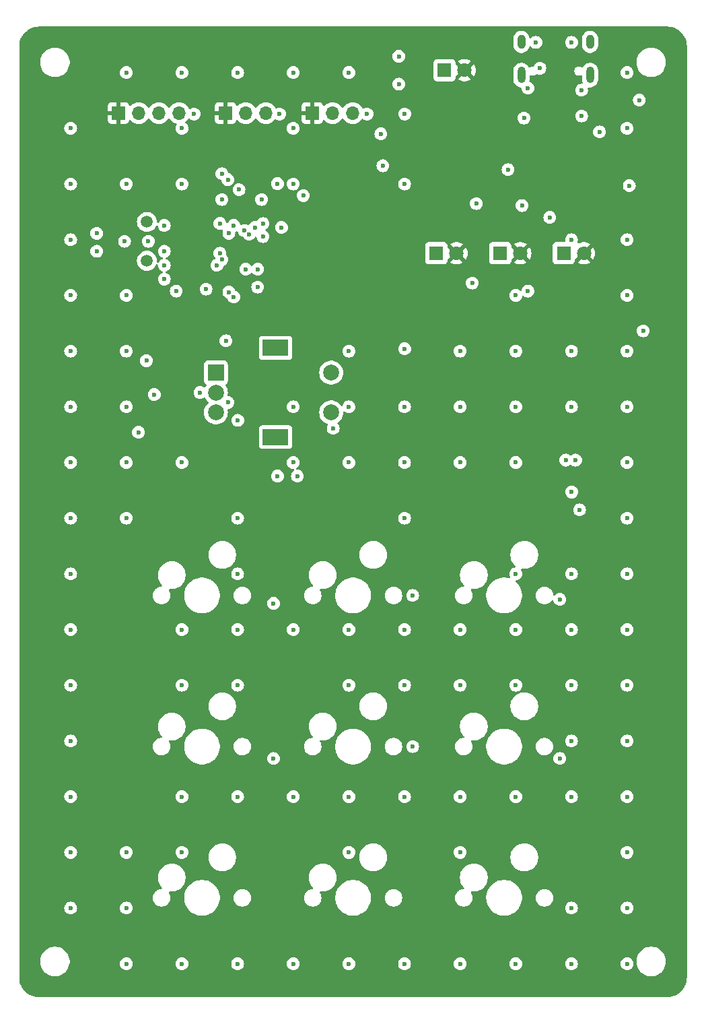
<source format=gbr>
%TF.GenerationSoftware,KiCad,Pcbnew,8.0.4*%
%TF.CreationDate,2024-10-31T19:52:33+01:00*%
%TF.ProjectId,Keyboard,4b657962-6f61-4726-942e-6b696361645f,rev?*%
%TF.SameCoordinates,Original*%
%TF.FileFunction,Copper,L2,Inr*%
%TF.FilePolarity,Positive*%
%FSLAX46Y46*%
G04 Gerber Fmt 4.6, Leading zero omitted, Abs format (unit mm)*
G04 Created by KiCad (PCBNEW 8.0.4) date 2024-10-31 19:52:33*
%MOMM*%
%LPD*%
G01*
G04 APERTURE LIST*
%TA.AperFunction,ComponentPad*%
%ADD10C,1.800000*%
%TD*%
%TA.AperFunction,ComponentPad*%
%ADD11R,1.800000X1.800000*%
%TD*%
%TA.AperFunction,ComponentPad*%
%ADD12O,1.700000X1.700000*%
%TD*%
%TA.AperFunction,ComponentPad*%
%ADD13R,1.700000X1.700000*%
%TD*%
%TA.AperFunction,ComponentPad*%
%ADD14C,2.000000*%
%TD*%
%TA.AperFunction,ComponentPad*%
%ADD15R,3.200000X2.000000*%
%TD*%
%TA.AperFunction,ComponentPad*%
%ADD16R,2.000000X2.000000*%
%TD*%
%TA.AperFunction,ComponentPad*%
%ADD17C,1.500000*%
%TD*%
%TA.AperFunction,ComponentPad*%
%ADD18O,1.000000X1.800000*%
%TD*%
%TA.AperFunction,ComponentPad*%
%ADD19O,1.000000X2.100000*%
%TD*%
%TA.AperFunction,ViaPad*%
%ADD20C,0.600000*%
%TD*%
G04 APERTURE END LIST*
D10*
%TO.N,+3V3*%
%TO.C,D6*%
X125515000Y-106000000D03*
D11*
%TO.N,Net-(D6-K)*%
X122975000Y-106000000D03*
%TD*%
D10*
%TO.N,+3V3*%
%TO.C,D5*%
X133540000Y-106000000D03*
D11*
%TO.N,Net-(D5-K)*%
X131000000Y-106000000D03*
%TD*%
%TO.N,Net-(D4-K)*%
%TO.C,D4*%
X139000000Y-106000000D03*
D10*
%TO.N,+3V3*%
X141540000Y-106000000D03*
%TD*%
D12*
%TO.N,GND*%
%TO.C,J3*%
X112462000Y-88375000D03*
%TO.N,Net-(J3-Pin_2)*%
X109922000Y-88375000D03*
D13*
%TO.N,+3V3*%
X107382000Y-88375000D03*
%TD*%
D12*
%TO.N,GND*%
%TO.C,J2*%
X101540000Y-88375000D03*
%TO.N,Net-(J2-Pin_2)*%
X99000000Y-88375000D03*
D13*
%TO.N,+3V3*%
X96460000Y-88375000D03*
%TD*%
D14*
%TO.N,Net-(D77-A)*%
%TO.C,SW77*%
X109750000Y-121000000D03*
%TO.N,GND*%
X109750000Y-126000000D03*
D15*
%TO.N,N/C*%
X102750000Y-129100000D03*
X102750000Y-117900000D03*
D14*
%TO.N,GND*%
X95250000Y-123500000D03*
%TO.N,Net-(D78-A)*%
X95250000Y-126000000D03*
D16*
%TO.N,Net-(D79-A)*%
X95250000Y-121000000D03*
%TD*%
D10*
%TO.N,+3V3*%
%TO.C,D76*%
X126540000Y-83000000D03*
D11*
%TO.N,Net-(D76-K)*%
X124000000Y-83000000D03*
%TD*%
D17*
%TO.N,Net-(U1-PD0)*%
%TO.C,Y1*%
X86566000Y-102062000D03*
%TO.N,Net-(U1-PD1)*%
X86566000Y-106942000D03*
%TD*%
D18*
%TO.N,GND*%
%TO.C,J1*%
X133680000Y-79425000D03*
D19*
X133680000Y-83605000D03*
D18*
X142320000Y-79425000D03*
D19*
X142320000Y-83605000D03*
%TD*%
D12*
%TO.N,GND*%
%TO.C,J4*%
X90613000Y-88375000D03*
%TO.N,/SWDCLK*%
X88073000Y-88375000D03*
%TO.N,/SWDIO*%
X85533000Y-88375000D03*
D13*
%TO.N,+3V3*%
X82993000Y-88375000D03*
%TD*%
D20*
%TO.N,GND*%
X96750000Y-124750000D03*
X146975000Y-195295000D03*
X146975000Y-188295000D03*
X146975000Y-181295000D03*
X146975000Y-174295000D03*
X146975000Y-167295000D03*
X146975000Y-160295000D03*
X146975000Y-153295000D03*
X146975000Y-146295000D03*
X146975000Y-139295000D03*
X146975000Y-132295000D03*
X146975000Y-125295000D03*
X146975000Y-118295000D03*
X146975000Y-111295000D03*
X146975000Y-104295000D03*
X146975000Y-90295000D03*
X146975000Y-83295000D03*
X139975000Y-195295000D03*
X139975000Y-188295000D03*
X139975000Y-174295000D03*
X139975000Y-167295000D03*
X139975000Y-160295000D03*
X139975000Y-153295000D03*
X139975000Y-146295000D03*
X139975000Y-125295000D03*
X139975000Y-118295000D03*
X139975000Y-104295000D03*
X132975000Y-195295000D03*
X132975000Y-174295000D03*
X132975000Y-160295000D03*
X132975000Y-153295000D03*
X132975000Y-146295000D03*
X132975000Y-132295000D03*
X132975000Y-125295000D03*
X132975000Y-118295000D03*
X132975000Y-111295000D03*
X125975000Y-195295000D03*
X125975000Y-181295000D03*
X125975000Y-174295000D03*
X125975000Y-160295000D03*
X125975000Y-153295000D03*
X125975000Y-132295000D03*
X125975000Y-125295000D03*
X125975000Y-118295000D03*
X118975000Y-195295000D03*
X118975000Y-174295000D03*
X118975000Y-160295000D03*
X118975000Y-153295000D03*
X118975000Y-139295000D03*
X118975000Y-132295000D03*
X118975000Y-125295000D03*
X118975000Y-97295000D03*
X111975000Y-195295000D03*
X111975000Y-181295000D03*
X111975000Y-174295000D03*
X111975000Y-160295000D03*
X111975000Y-153295000D03*
X111975000Y-132295000D03*
X111975000Y-125295000D03*
X111975000Y-118295000D03*
X111975000Y-83295000D03*
X104975000Y-195295000D03*
X104975000Y-174295000D03*
X104975000Y-153295000D03*
X104975000Y-132295000D03*
X104975000Y-125295000D03*
X104975000Y-97295000D03*
X104975000Y-90295000D03*
X104975000Y-83295000D03*
X97975000Y-195295000D03*
X97975000Y-174295000D03*
X97975000Y-160295000D03*
X97975000Y-153295000D03*
X97975000Y-146295000D03*
X97975000Y-139295000D03*
X97975000Y-83295000D03*
X90975000Y-195295000D03*
X90975000Y-181295000D03*
X90975000Y-174295000D03*
X90975000Y-160295000D03*
X90975000Y-153295000D03*
X90975000Y-132295000D03*
X90975000Y-97295000D03*
X90975000Y-90295000D03*
X90975000Y-83295000D03*
X83975000Y-195295000D03*
X83975000Y-188295000D03*
X83975000Y-181295000D03*
X83975000Y-139295000D03*
X83975000Y-132295000D03*
X83975000Y-125295000D03*
X83975000Y-118295000D03*
X83975000Y-111295000D03*
X83975000Y-97295000D03*
X83975000Y-83295000D03*
X76975000Y-188295000D03*
X76975000Y-181295000D03*
X76975000Y-174295000D03*
X76975000Y-167295000D03*
X76975000Y-160295000D03*
X76975000Y-153295000D03*
X76975000Y-146295000D03*
X76975000Y-139295000D03*
X76975000Y-132295000D03*
X76975000Y-125295000D03*
X76975000Y-118295000D03*
X76975000Y-111295000D03*
X76975000Y-104295000D03*
X76975000Y-97295000D03*
X76975000Y-90295000D03*
X149000000Y-115750000D03*
X147250000Y-97500000D03*
X148500000Y-86750000D03*
X86750000Y-104500000D03*
X83750000Y-104500000D03*
X110000000Y-128000000D03*
X87500000Y-123750000D03*
X93250000Y-123500000D03*
X119000000Y-118000000D03*
X132000000Y-95500000D03*
X141250000Y-88750000D03*
X143500000Y-90750000D03*
X134500000Y-85250000D03*
X141250000Y-85500000D03*
X140000000Y-79500000D03*
X135500000Y-79500000D03*
X118250000Y-84750000D03*
X118250000Y-81250000D03*
X114250000Y-88500000D03*
X103250000Y-88500000D03*
X92500000Y-88500000D03*
X80250000Y-105750000D03*
X80250000Y-103500000D03*
X88750000Y-102500000D03*
X88750000Y-105750000D03*
X88750000Y-107500000D03*
X88750000Y-109250000D03*
X90250000Y-110750000D03*
X103500000Y-102750000D03*
X100500000Y-108000000D03*
X100500000Y-110250000D03*
X95750000Y-106000000D03*
X95750000Y-102250000D03*
X96000000Y-99250000D03*
X103000000Y-97250000D03*
X106250000Y-98750000D03*
X119000000Y-88500000D03*
X116000000Y-91000000D03*
X128000000Y-99750000D03*
X134500000Y-110750000D03*
X127500000Y-109750000D03*
X133750000Y-100000000D03*
X137250000Y-101500000D03*
%TO.N,/row0*%
X140000000Y-136000000D03*
X139250000Y-132000000D03*
%TO.N,/row1*%
X140500000Y-132000000D03*
X141000000Y-138250000D03*
X100150000Y-102750000D03*
%TO.N,/row2*%
X98800000Y-103133884D03*
%TO.N,/row0*%
X101175001Y-102262174D03*
%TO.N,/col2*%
X105500000Y-134000000D03*
X98000000Y-127000000D03*
X94000000Y-110500000D03*
%TO.N,/col1*%
X96500000Y-117000000D03*
X95375000Y-107500000D03*
X103000000Y-134000000D03*
%TO.N,/col0*%
X96000000Y-106779635D03*
%TO.N,/row0*%
X120000000Y-149000000D03*
X138500000Y-149500000D03*
X102500000Y-150000000D03*
%TO.N,/row1*%
X120000000Y-168000000D03*
X138500000Y-169500000D03*
X102500000Y-169500000D03*
%TO.N,GND*%
X85500000Y-128500000D03*
X86500000Y-119500000D03*
%TO.N,/rot_B*%
X96875000Y-110875000D03*
X96875000Y-103500000D03*
%TO.N,/rot_A*%
X97500000Y-102500000D03*
X97500000Y-111500000D03*
%TO.N,+3V3*%
X93000000Y-128500000D03*
X93000000Y-118000000D03*
X115000000Y-115500000D03*
X105750000Y-109750000D03*
X111250000Y-100000000D03*
%TO.N,/Reset*%
X116250000Y-95000000D03*
X101180789Y-103908245D03*
%TO.N,+3V3*%
X106183500Y-100566500D03*
X107500000Y-90250000D03*
X96500000Y-90250000D03*
X83000000Y-90250000D03*
%TO.N,/SWDCLK*%
X101000000Y-99250000D03*
X96000000Y-96000000D03*
%TO.N,/SWDIO*%
X99431510Y-103625000D03*
X96750000Y-96750000D03*
%TO.N,/Boot1*%
X99000000Y-108000000D03*
X98150000Y-98000000D03*
%TO.N,+3V3*%
X129250000Y-83000000D03*
X132000000Y-97500000D03*
%TO.N,+5V*%
X134000000Y-89000000D03*
X136000000Y-82750000D03*
%TO.N,+3V3*%
X92500000Y-101250000D03*
X91250000Y-108500000D03*
X91250000Y-106750000D03*
%TD*%
%TA.AperFunction,Conductor*%
%TO.N,+3V3*%
G36*
X152003736Y-77500726D02*
G01*
X152293796Y-77518271D01*
X152308659Y-77520076D01*
X152590798Y-77571780D01*
X152605335Y-77575363D01*
X152879172Y-77660695D01*
X152893163Y-77666000D01*
X153154743Y-77783727D01*
X153167989Y-77790680D01*
X153413465Y-77939075D01*
X153425776Y-77947573D01*
X153651573Y-78124473D01*
X153662781Y-78134403D01*
X153865596Y-78337218D01*
X153875526Y-78348426D01*
X153905918Y-78387218D01*
X154034304Y-78551092D01*
X154052422Y-78574217D01*
X154060928Y-78586540D01*
X154209316Y-78832004D01*
X154216275Y-78845263D01*
X154333997Y-79106831D01*
X154339306Y-79120832D01*
X154424635Y-79394663D01*
X154428219Y-79409201D01*
X154479923Y-79691340D01*
X154481728Y-79706205D01*
X154499274Y-79996263D01*
X154499500Y-80003750D01*
X154499500Y-196996249D01*
X154499274Y-197003736D01*
X154481728Y-197293794D01*
X154479923Y-197308659D01*
X154428219Y-197590798D01*
X154424635Y-197605336D01*
X154339306Y-197879167D01*
X154333997Y-197893168D01*
X154216275Y-198154736D01*
X154209316Y-198167995D01*
X154060928Y-198413459D01*
X154052422Y-198425782D01*
X153875526Y-198651573D01*
X153865596Y-198662781D01*
X153662781Y-198865596D01*
X153651573Y-198875526D01*
X153425782Y-199052422D01*
X153413459Y-199060928D01*
X153167995Y-199209316D01*
X153154736Y-199216275D01*
X152893168Y-199333997D01*
X152879167Y-199339306D01*
X152605336Y-199424635D01*
X152590798Y-199428219D01*
X152308659Y-199479923D01*
X152293794Y-199481728D01*
X152003736Y-199499274D01*
X151996249Y-199499500D01*
X73003751Y-199499500D01*
X72996264Y-199499274D01*
X72706205Y-199481728D01*
X72691340Y-199479923D01*
X72409201Y-199428219D01*
X72394663Y-199424635D01*
X72120832Y-199339306D01*
X72106831Y-199333997D01*
X71845263Y-199216275D01*
X71832004Y-199209316D01*
X71586540Y-199060928D01*
X71574217Y-199052422D01*
X71348426Y-198875526D01*
X71337218Y-198865596D01*
X71134403Y-198662781D01*
X71124473Y-198651573D01*
X70947573Y-198425776D01*
X70939075Y-198413465D01*
X70790680Y-198167989D01*
X70783727Y-198154743D01*
X70666000Y-197893163D01*
X70660693Y-197879167D01*
X70575364Y-197605336D01*
X70571780Y-197590798D01*
X70520076Y-197308659D01*
X70518271Y-197293794D01*
X70500726Y-197003736D01*
X70500500Y-196996249D01*
X70500500Y-194878711D01*
X73149500Y-194878711D01*
X73149500Y-195121288D01*
X73181161Y-195361785D01*
X73243947Y-195596104D01*
X73264003Y-195644523D01*
X73336776Y-195820212D01*
X73458064Y-196030289D01*
X73458066Y-196030292D01*
X73458067Y-196030293D01*
X73605733Y-196222736D01*
X73605739Y-196222743D01*
X73777256Y-196394260D01*
X73777262Y-196394265D01*
X73969711Y-196541936D01*
X74179788Y-196663224D01*
X74403900Y-196756054D01*
X74638211Y-196818838D01*
X74818586Y-196842584D01*
X74878711Y-196850500D01*
X74878712Y-196850500D01*
X75121289Y-196850500D01*
X75169388Y-196844167D01*
X75361789Y-196818838D01*
X75596100Y-196756054D01*
X75820212Y-196663224D01*
X76030289Y-196541936D01*
X76222738Y-196394265D01*
X76394265Y-196222738D01*
X76541936Y-196030289D01*
X76663224Y-195820212D01*
X76756054Y-195596100D01*
X76818838Y-195361789D01*
X76827631Y-195294996D01*
X83169435Y-195294996D01*
X83169435Y-195295003D01*
X83189630Y-195474249D01*
X83189631Y-195474254D01*
X83249211Y-195644523D01*
X83345184Y-195797262D01*
X83472738Y-195924816D01*
X83625478Y-196020789D01*
X83795745Y-196080368D01*
X83795750Y-196080369D01*
X83974996Y-196100565D01*
X83975000Y-196100565D01*
X83975004Y-196100565D01*
X84154249Y-196080369D01*
X84154252Y-196080368D01*
X84154255Y-196080368D01*
X84324522Y-196020789D01*
X84477262Y-195924816D01*
X84604816Y-195797262D01*
X84700789Y-195644522D01*
X84760368Y-195474255D01*
X84773040Y-195361789D01*
X84780565Y-195295003D01*
X84780565Y-195294996D01*
X90169435Y-195294996D01*
X90169435Y-195295003D01*
X90189630Y-195474249D01*
X90189631Y-195474254D01*
X90249211Y-195644523D01*
X90345184Y-195797262D01*
X90472738Y-195924816D01*
X90625478Y-196020789D01*
X90795745Y-196080368D01*
X90795750Y-196080369D01*
X90974996Y-196100565D01*
X90975000Y-196100565D01*
X90975004Y-196100565D01*
X91154249Y-196080369D01*
X91154252Y-196080368D01*
X91154255Y-196080368D01*
X91324522Y-196020789D01*
X91477262Y-195924816D01*
X91604816Y-195797262D01*
X91700789Y-195644522D01*
X91760368Y-195474255D01*
X91773040Y-195361789D01*
X91780565Y-195295003D01*
X91780565Y-195294996D01*
X97169435Y-195294996D01*
X97169435Y-195295003D01*
X97189630Y-195474249D01*
X97189631Y-195474254D01*
X97249211Y-195644523D01*
X97345184Y-195797262D01*
X97472738Y-195924816D01*
X97625478Y-196020789D01*
X97795745Y-196080368D01*
X97795750Y-196080369D01*
X97974996Y-196100565D01*
X97975000Y-196100565D01*
X97975004Y-196100565D01*
X98154249Y-196080369D01*
X98154252Y-196080368D01*
X98154255Y-196080368D01*
X98324522Y-196020789D01*
X98477262Y-195924816D01*
X98604816Y-195797262D01*
X98700789Y-195644522D01*
X98760368Y-195474255D01*
X98773040Y-195361789D01*
X98780565Y-195295003D01*
X98780565Y-195294996D01*
X104169435Y-195294996D01*
X104169435Y-195295003D01*
X104189630Y-195474249D01*
X104189631Y-195474254D01*
X104249211Y-195644523D01*
X104345184Y-195797262D01*
X104472738Y-195924816D01*
X104625478Y-196020789D01*
X104795745Y-196080368D01*
X104795750Y-196080369D01*
X104974996Y-196100565D01*
X104975000Y-196100565D01*
X104975004Y-196100565D01*
X105154249Y-196080369D01*
X105154252Y-196080368D01*
X105154255Y-196080368D01*
X105324522Y-196020789D01*
X105477262Y-195924816D01*
X105604816Y-195797262D01*
X105700789Y-195644522D01*
X105760368Y-195474255D01*
X105773040Y-195361789D01*
X105780565Y-195295003D01*
X105780565Y-195294996D01*
X111169435Y-195294996D01*
X111169435Y-195295003D01*
X111189630Y-195474249D01*
X111189631Y-195474254D01*
X111249211Y-195644523D01*
X111345184Y-195797262D01*
X111472738Y-195924816D01*
X111625478Y-196020789D01*
X111795745Y-196080368D01*
X111795750Y-196080369D01*
X111974996Y-196100565D01*
X111975000Y-196100565D01*
X111975004Y-196100565D01*
X112154249Y-196080369D01*
X112154252Y-196080368D01*
X112154255Y-196080368D01*
X112324522Y-196020789D01*
X112477262Y-195924816D01*
X112604816Y-195797262D01*
X112700789Y-195644522D01*
X112760368Y-195474255D01*
X112773040Y-195361789D01*
X112780565Y-195295003D01*
X112780565Y-195294996D01*
X118169435Y-195294996D01*
X118169435Y-195295003D01*
X118189630Y-195474249D01*
X118189631Y-195474254D01*
X118249211Y-195644523D01*
X118345184Y-195797262D01*
X118472738Y-195924816D01*
X118625478Y-196020789D01*
X118795745Y-196080368D01*
X118795750Y-196080369D01*
X118974996Y-196100565D01*
X118975000Y-196100565D01*
X118975004Y-196100565D01*
X119154249Y-196080369D01*
X119154252Y-196080368D01*
X119154255Y-196080368D01*
X119324522Y-196020789D01*
X119477262Y-195924816D01*
X119604816Y-195797262D01*
X119700789Y-195644522D01*
X119760368Y-195474255D01*
X119773040Y-195361789D01*
X119780565Y-195295003D01*
X119780565Y-195294996D01*
X125169435Y-195294996D01*
X125169435Y-195295003D01*
X125189630Y-195474249D01*
X125189631Y-195474254D01*
X125249211Y-195644523D01*
X125345184Y-195797262D01*
X125472738Y-195924816D01*
X125625478Y-196020789D01*
X125795745Y-196080368D01*
X125795750Y-196080369D01*
X125974996Y-196100565D01*
X125975000Y-196100565D01*
X125975004Y-196100565D01*
X126154249Y-196080369D01*
X126154252Y-196080368D01*
X126154255Y-196080368D01*
X126324522Y-196020789D01*
X126477262Y-195924816D01*
X126604816Y-195797262D01*
X126700789Y-195644522D01*
X126760368Y-195474255D01*
X126773040Y-195361789D01*
X126780565Y-195295003D01*
X126780565Y-195294996D01*
X132169435Y-195294996D01*
X132169435Y-195295003D01*
X132189630Y-195474249D01*
X132189631Y-195474254D01*
X132249211Y-195644523D01*
X132345184Y-195797262D01*
X132472738Y-195924816D01*
X132625478Y-196020789D01*
X132795745Y-196080368D01*
X132795750Y-196080369D01*
X132974996Y-196100565D01*
X132975000Y-196100565D01*
X132975004Y-196100565D01*
X133154249Y-196080369D01*
X133154252Y-196080368D01*
X133154255Y-196080368D01*
X133324522Y-196020789D01*
X133477262Y-195924816D01*
X133604816Y-195797262D01*
X133700789Y-195644522D01*
X133760368Y-195474255D01*
X133773040Y-195361789D01*
X133780565Y-195295003D01*
X133780565Y-195294996D01*
X139169435Y-195294996D01*
X139169435Y-195295003D01*
X139189630Y-195474249D01*
X139189631Y-195474254D01*
X139249211Y-195644523D01*
X139345184Y-195797262D01*
X139472738Y-195924816D01*
X139625478Y-196020789D01*
X139795745Y-196080368D01*
X139795750Y-196080369D01*
X139974996Y-196100565D01*
X139975000Y-196100565D01*
X139975004Y-196100565D01*
X140154249Y-196080369D01*
X140154252Y-196080368D01*
X140154255Y-196080368D01*
X140324522Y-196020789D01*
X140477262Y-195924816D01*
X140604816Y-195797262D01*
X140700789Y-195644522D01*
X140760368Y-195474255D01*
X140773040Y-195361789D01*
X140780565Y-195295003D01*
X140780565Y-195294996D01*
X146169435Y-195294996D01*
X146169435Y-195295003D01*
X146189630Y-195474249D01*
X146189631Y-195474254D01*
X146249211Y-195644523D01*
X146345184Y-195797262D01*
X146472738Y-195924816D01*
X146625478Y-196020789D01*
X146795745Y-196080368D01*
X146795750Y-196080369D01*
X146974996Y-196100565D01*
X146975000Y-196100565D01*
X146975004Y-196100565D01*
X147154249Y-196080369D01*
X147154252Y-196080368D01*
X147154255Y-196080368D01*
X147324522Y-196020789D01*
X147477262Y-195924816D01*
X147604816Y-195797262D01*
X147700789Y-195644522D01*
X147760368Y-195474255D01*
X147773040Y-195361789D01*
X147780565Y-195295003D01*
X147780565Y-195294996D01*
X147760369Y-195115750D01*
X147760368Y-195115745D01*
X147700788Y-194945476D01*
X147658836Y-194878711D01*
X148149500Y-194878711D01*
X148149500Y-195121288D01*
X148181161Y-195361785D01*
X148243947Y-195596104D01*
X148264003Y-195644523D01*
X148336776Y-195820212D01*
X148458064Y-196030289D01*
X148458066Y-196030292D01*
X148458067Y-196030293D01*
X148605733Y-196222736D01*
X148605739Y-196222743D01*
X148777256Y-196394260D01*
X148777262Y-196394265D01*
X148969711Y-196541936D01*
X149179788Y-196663224D01*
X149403900Y-196756054D01*
X149638211Y-196818838D01*
X149818586Y-196842584D01*
X149878711Y-196850500D01*
X149878712Y-196850500D01*
X150121289Y-196850500D01*
X150169388Y-196844167D01*
X150361789Y-196818838D01*
X150596100Y-196756054D01*
X150820212Y-196663224D01*
X151030289Y-196541936D01*
X151222738Y-196394265D01*
X151394265Y-196222738D01*
X151541936Y-196030289D01*
X151663224Y-195820212D01*
X151756054Y-195596100D01*
X151818838Y-195361789D01*
X151850500Y-195121288D01*
X151850500Y-194878712D01*
X151818838Y-194638211D01*
X151756054Y-194403900D01*
X151663224Y-194179788D01*
X151541936Y-193969711D01*
X151394265Y-193777262D01*
X151394260Y-193777256D01*
X151222743Y-193605739D01*
X151222736Y-193605733D01*
X151030293Y-193458067D01*
X151030292Y-193458066D01*
X151030289Y-193458064D01*
X150820212Y-193336776D01*
X150820205Y-193336773D01*
X150596104Y-193243947D01*
X150361785Y-193181161D01*
X150121289Y-193149500D01*
X150121288Y-193149500D01*
X149878712Y-193149500D01*
X149878711Y-193149500D01*
X149638214Y-193181161D01*
X149403895Y-193243947D01*
X149179794Y-193336773D01*
X149179785Y-193336777D01*
X148969706Y-193458067D01*
X148777263Y-193605733D01*
X148777256Y-193605739D01*
X148605739Y-193777256D01*
X148605733Y-193777263D01*
X148458067Y-193969706D01*
X148336777Y-194179785D01*
X148336773Y-194179794D01*
X148243947Y-194403895D01*
X148181161Y-194638214D01*
X148149500Y-194878711D01*
X147658836Y-194878711D01*
X147604815Y-194792737D01*
X147477262Y-194665184D01*
X147324523Y-194569211D01*
X147154254Y-194509631D01*
X147154249Y-194509630D01*
X146975004Y-194489435D01*
X146974996Y-194489435D01*
X146795750Y-194509630D01*
X146795745Y-194509631D01*
X146625476Y-194569211D01*
X146472737Y-194665184D01*
X146345184Y-194792737D01*
X146249211Y-194945476D01*
X146189631Y-195115745D01*
X146189630Y-195115750D01*
X146169435Y-195294996D01*
X140780565Y-195294996D01*
X140760369Y-195115750D01*
X140760368Y-195115745D01*
X140700788Y-194945476D01*
X140604815Y-194792737D01*
X140477262Y-194665184D01*
X140324523Y-194569211D01*
X140154254Y-194509631D01*
X140154249Y-194509630D01*
X139975004Y-194489435D01*
X139974996Y-194489435D01*
X139795750Y-194509630D01*
X139795745Y-194509631D01*
X139625476Y-194569211D01*
X139472737Y-194665184D01*
X139345184Y-194792737D01*
X139249211Y-194945476D01*
X139189631Y-195115745D01*
X139189630Y-195115750D01*
X139169435Y-195294996D01*
X133780565Y-195294996D01*
X133760369Y-195115750D01*
X133760368Y-195115745D01*
X133700788Y-194945476D01*
X133604815Y-194792737D01*
X133477262Y-194665184D01*
X133324523Y-194569211D01*
X133154254Y-194509631D01*
X133154249Y-194509630D01*
X132975004Y-194489435D01*
X132974996Y-194489435D01*
X132795750Y-194509630D01*
X132795745Y-194509631D01*
X132625476Y-194569211D01*
X132472737Y-194665184D01*
X132345184Y-194792737D01*
X132249211Y-194945476D01*
X132189631Y-195115745D01*
X132189630Y-195115750D01*
X132169435Y-195294996D01*
X126780565Y-195294996D01*
X126760369Y-195115750D01*
X126760368Y-195115745D01*
X126700788Y-194945476D01*
X126604815Y-194792737D01*
X126477262Y-194665184D01*
X126324523Y-194569211D01*
X126154254Y-194509631D01*
X126154249Y-194509630D01*
X125975004Y-194489435D01*
X125974996Y-194489435D01*
X125795750Y-194509630D01*
X125795745Y-194509631D01*
X125625476Y-194569211D01*
X125472737Y-194665184D01*
X125345184Y-194792737D01*
X125249211Y-194945476D01*
X125189631Y-195115745D01*
X125189630Y-195115750D01*
X125169435Y-195294996D01*
X119780565Y-195294996D01*
X119760369Y-195115750D01*
X119760368Y-195115745D01*
X119700788Y-194945476D01*
X119604815Y-194792737D01*
X119477262Y-194665184D01*
X119324523Y-194569211D01*
X119154254Y-194509631D01*
X119154249Y-194509630D01*
X118975004Y-194489435D01*
X118974996Y-194489435D01*
X118795750Y-194509630D01*
X118795745Y-194509631D01*
X118625476Y-194569211D01*
X118472737Y-194665184D01*
X118345184Y-194792737D01*
X118249211Y-194945476D01*
X118189631Y-195115745D01*
X118189630Y-195115750D01*
X118169435Y-195294996D01*
X112780565Y-195294996D01*
X112760369Y-195115750D01*
X112760368Y-195115745D01*
X112700788Y-194945476D01*
X112604815Y-194792737D01*
X112477262Y-194665184D01*
X112324523Y-194569211D01*
X112154254Y-194509631D01*
X112154249Y-194509630D01*
X111975004Y-194489435D01*
X111974996Y-194489435D01*
X111795750Y-194509630D01*
X111795745Y-194509631D01*
X111625476Y-194569211D01*
X111472737Y-194665184D01*
X111345184Y-194792737D01*
X111249211Y-194945476D01*
X111189631Y-195115745D01*
X111189630Y-195115750D01*
X111169435Y-195294996D01*
X105780565Y-195294996D01*
X105760369Y-195115750D01*
X105760368Y-195115745D01*
X105700788Y-194945476D01*
X105604815Y-194792737D01*
X105477262Y-194665184D01*
X105324523Y-194569211D01*
X105154254Y-194509631D01*
X105154249Y-194509630D01*
X104975004Y-194489435D01*
X104974996Y-194489435D01*
X104795750Y-194509630D01*
X104795745Y-194509631D01*
X104625476Y-194569211D01*
X104472737Y-194665184D01*
X104345184Y-194792737D01*
X104249211Y-194945476D01*
X104189631Y-195115745D01*
X104189630Y-195115750D01*
X104169435Y-195294996D01*
X98780565Y-195294996D01*
X98760369Y-195115750D01*
X98760368Y-195115745D01*
X98700788Y-194945476D01*
X98604815Y-194792737D01*
X98477262Y-194665184D01*
X98324523Y-194569211D01*
X98154254Y-194509631D01*
X98154249Y-194509630D01*
X97975004Y-194489435D01*
X97974996Y-194489435D01*
X97795750Y-194509630D01*
X97795745Y-194509631D01*
X97625476Y-194569211D01*
X97472737Y-194665184D01*
X97345184Y-194792737D01*
X97249211Y-194945476D01*
X97189631Y-195115745D01*
X97189630Y-195115750D01*
X97169435Y-195294996D01*
X91780565Y-195294996D01*
X91760369Y-195115750D01*
X91760368Y-195115745D01*
X91700788Y-194945476D01*
X91604815Y-194792737D01*
X91477262Y-194665184D01*
X91324523Y-194569211D01*
X91154254Y-194509631D01*
X91154249Y-194509630D01*
X90975004Y-194489435D01*
X90974996Y-194489435D01*
X90795750Y-194509630D01*
X90795745Y-194509631D01*
X90625476Y-194569211D01*
X90472737Y-194665184D01*
X90345184Y-194792737D01*
X90249211Y-194945476D01*
X90189631Y-195115745D01*
X90189630Y-195115750D01*
X90169435Y-195294996D01*
X84780565Y-195294996D01*
X84760369Y-195115750D01*
X84760368Y-195115745D01*
X84700788Y-194945476D01*
X84604815Y-194792737D01*
X84477262Y-194665184D01*
X84324523Y-194569211D01*
X84154254Y-194509631D01*
X84154249Y-194509630D01*
X83975004Y-194489435D01*
X83974996Y-194489435D01*
X83795750Y-194509630D01*
X83795745Y-194509631D01*
X83625476Y-194569211D01*
X83472737Y-194665184D01*
X83345184Y-194792737D01*
X83249211Y-194945476D01*
X83189631Y-195115745D01*
X83189630Y-195115750D01*
X83169435Y-195294996D01*
X76827631Y-195294996D01*
X76850500Y-195121288D01*
X76850500Y-194878712D01*
X76818838Y-194638211D01*
X76756054Y-194403900D01*
X76663224Y-194179788D01*
X76541936Y-193969711D01*
X76394265Y-193777262D01*
X76394260Y-193777256D01*
X76222743Y-193605739D01*
X76222736Y-193605733D01*
X76030293Y-193458067D01*
X76030292Y-193458066D01*
X76030289Y-193458064D01*
X75820212Y-193336776D01*
X75820205Y-193336773D01*
X75596104Y-193243947D01*
X75361785Y-193181161D01*
X75121289Y-193149500D01*
X75121288Y-193149500D01*
X74878712Y-193149500D01*
X74878711Y-193149500D01*
X74638214Y-193181161D01*
X74403895Y-193243947D01*
X74179794Y-193336773D01*
X74179785Y-193336777D01*
X73969706Y-193458067D01*
X73777263Y-193605733D01*
X73777256Y-193605739D01*
X73605739Y-193777256D01*
X73605733Y-193777263D01*
X73458067Y-193969706D01*
X73336777Y-194179785D01*
X73336773Y-194179794D01*
X73243947Y-194403895D01*
X73181161Y-194638214D01*
X73149500Y-194878711D01*
X70500500Y-194878711D01*
X70500500Y-188294996D01*
X76169435Y-188294996D01*
X76169435Y-188295003D01*
X76189630Y-188474249D01*
X76189631Y-188474254D01*
X76249211Y-188644523D01*
X76278447Y-188691051D01*
X76345184Y-188797262D01*
X76472738Y-188924816D01*
X76563080Y-188981582D01*
X76619869Y-189017265D01*
X76625478Y-189020789D01*
X76795745Y-189080368D01*
X76795750Y-189080369D01*
X76974996Y-189100565D01*
X76975000Y-189100565D01*
X76975004Y-189100565D01*
X77154249Y-189080369D01*
X77154252Y-189080368D01*
X77154255Y-189080368D01*
X77324522Y-189020789D01*
X77477262Y-188924816D01*
X77604816Y-188797262D01*
X77700789Y-188644522D01*
X77760368Y-188474255D01*
X77780565Y-188295000D01*
X77780565Y-188294996D01*
X83169435Y-188294996D01*
X83169435Y-188295003D01*
X83189630Y-188474249D01*
X83189631Y-188474254D01*
X83249211Y-188644523D01*
X83278447Y-188691051D01*
X83345184Y-188797262D01*
X83472738Y-188924816D01*
X83563080Y-188981582D01*
X83619869Y-189017265D01*
X83625478Y-189020789D01*
X83795745Y-189080368D01*
X83795750Y-189080369D01*
X83974996Y-189100565D01*
X83975000Y-189100565D01*
X83975004Y-189100565D01*
X84154249Y-189080369D01*
X84154252Y-189080368D01*
X84154255Y-189080368D01*
X84324522Y-189020789D01*
X84477262Y-188924816D01*
X84604816Y-188797262D01*
X84700789Y-188644522D01*
X84760368Y-188474255D01*
X84780565Y-188295000D01*
X84775450Y-188249605D01*
X84760369Y-188115750D01*
X84760368Y-188115745D01*
X84718051Y-187994810D01*
X84700789Y-187945478D01*
X84604816Y-187792738D01*
X84477262Y-187665184D01*
X84324523Y-187569211D01*
X84154254Y-187509631D01*
X84154249Y-187509630D01*
X83975004Y-187489435D01*
X83974996Y-187489435D01*
X83795750Y-187509630D01*
X83795745Y-187509631D01*
X83625476Y-187569211D01*
X83472737Y-187665184D01*
X83345184Y-187792737D01*
X83249211Y-187945476D01*
X83189631Y-188115745D01*
X83189630Y-188115750D01*
X83169435Y-188294996D01*
X77780565Y-188294996D01*
X77775450Y-188249605D01*
X77760369Y-188115750D01*
X77760368Y-188115745D01*
X77718051Y-187994810D01*
X77700789Y-187945478D01*
X77604816Y-187792738D01*
X77477262Y-187665184D01*
X77324523Y-187569211D01*
X77154254Y-187509631D01*
X77154249Y-187509630D01*
X76975004Y-187489435D01*
X76974996Y-187489435D01*
X76795750Y-187509630D01*
X76795745Y-187509631D01*
X76625476Y-187569211D01*
X76472737Y-187665184D01*
X76345184Y-187792737D01*
X76249211Y-187945476D01*
X76189631Y-188115745D01*
X76189630Y-188115750D01*
X76169435Y-188294996D01*
X70500500Y-188294996D01*
X70500500Y-186913312D01*
X87318600Y-186913312D01*
X87318600Y-187086687D01*
X87345720Y-187257913D01*
X87399290Y-187422788D01*
X87399291Y-187422791D01*
X87473897Y-187569211D01*
X87477998Y-187577260D01*
X87579899Y-187717514D01*
X87702486Y-187840101D01*
X87842740Y-187942002D01*
X87918502Y-187980604D01*
X87997208Y-188020708D01*
X87997211Y-188020709D01*
X88079648Y-188047494D01*
X88162088Y-188074280D01*
X88241391Y-188086840D01*
X88333313Y-188101400D01*
X88333318Y-188101400D01*
X88506687Y-188101400D01*
X88589695Y-188088252D01*
X88677912Y-188074280D01*
X88842791Y-188020708D01*
X88997260Y-187942002D01*
X89137514Y-187840101D01*
X89260101Y-187717514D01*
X89362002Y-187577260D01*
X89440708Y-187422791D01*
X89494280Y-187257912D01*
X89511831Y-187147099D01*
X89521400Y-187086687D01*
X89521400Y-186913312D01*
X89511831Y-186852900D01*
X91255600Y-186852900D01*
X91255600Y-187147099D01*
X91255601Y-187147116D01*
X91270187Y-187257912D01*
X91294002Y-187438800D01*
X91312981Y-187509632D01*
X91370152Y-187722994D01*
X91482734Y-187994794D01*
X91482742Y-187994810D01*
X91629840Y-188249589D01*
X91629851Y-188249605D01*
X91808948Y-188483009D01*
X91808954Y-188483016D01*
X92016983Y-188691045D01*
X92016989Y-188691050D01*
X92250403Y-188870155D01*
X92250410Y-188870159D01*
X92505189Y-189017257D01*
X92505205Y-189017265D01*
X92777005Y-189129847D01*
X92777007Y-189129847D01*
X92777013Y-189129850D01*
X93061200Y-189205998D01*
X93352894Y-189244400D01*
X93352901Y-189244400D01*
X93647099Y-189244400D01*
X93647106Y-189244400D01*
X93938800Y-189205998D01*
X94222987Y-189129850D01*
X94486286Y-189020789D01*
X94494794Y-189017265D01*
X94494797Y-189017263D01*
X94494803Y-189017261D01*
X94749597Y-188870155D01*
X94983011Y-188691050D01*
X95191050Y-188483011D01*
X95370155Y-188249597D01*
X95517261Y-187994803D01*
X95629850Y-187722987D01*
X95705998Y-187438800D01*
X95744400Y-187147106D01*
X95744400Y-186913312D01*
X97478600Y-186913312D01*
X97478600Y-187086687D01*
X97505720Y-187257913D01*
X97559290Y-187422788D01*
X97559291Y-187422791D01*
X97633897Y-187569211D01*
X97637998Y-187577260D01*
X97739899Y-187717514D01*
X97862486Y-187840101D01*
X98002740Y-187942002D01*
X98078502Y-187980604D01*
X98157208Y-188020708D01*
X98157211Y-188020709D01*
X98239648Y-188047494D01*
X98322088Y-188074280D01*
X98401391Y-188086840D01*
X98493313Y-188101400D01*
X98493318Y-188101400D01*
X98666687Y-188101400D01*
X98749695Y-188088252D01*
X98837912Y-188074280D01*
X99002791Y-188020708D01*
X99157260Y-187942002D01*
X99297514Y-187840101D01*
X99420101Y-187717514D01*
X99522002Y-187577260D01*
X99600708Y-187422791D01*
X99654280Y-187257912D01*
X99671831Y-187147099D01*
X99681400Y-187086687D01*
X99681400Y-186913312D01*
X106318600Y-186913312D01*
X106318600Y-187086687D01*
X106345720Y-187257913D01*
X106399290Y-187422788D01*
X106399291Y-187422791D01*
X106473897Y-187569211D01*
X106477998Y-187577260D01*
X106579899Y-187717514D01*
X106702486Y-187840101D01*
X106842740Y-187942002D01*
X106918502Y-187980604D01*
X106997208Y-188020708D01*
X106997211Y-188020709D01*
X107079648Y-188047494D01*
X107162088Y-188074280D01*
X107241391Y-188086840D01*
X107333313Y-188101400D01*
X107333318Y-188101400D01*
X107506687Y-188101400D01*
X107589695Y-188088252D01*
X107677912Y-188074280D01*
X107842791Y-188020708D01*
X107997260Y-187942002D01*
X108137514Y-187840101D01*
X108260101Y-187717514D01*
X108362002Y-187577260D01*
X108440708Y-187422791D01*
X108494280Y-187257912D01*
X108511831Y-187147099D01*
X108521400Y-187086687D01*
X108521400Y-186913312D01*
X108511831Y-186852900D01*
X110255600Y-186852900D01*
X110255600Y-187147099D01*
X110255601Y-187147116D01*
X110270187Y-187257912D01*
X110294002Y-187438800D01*
X110312981Y-187509632D01*
X110370152Y-187722994D01*
X110482734Y-187994794D01*
X110482742Y-187994810D01*
X110629840Y-188249589D01*
X110629851Y-188249605D01*
X110808948Y-188483009D01*
X110808954Y-188483016D01*
X111016983Y-188691045D01*
X111016989Y-188691050D01*
X111250403Y-188870155D01*
X111250410Y-188870159D01*
X111505189Y-189017257D01*
X111505205Y-189017265D01*
X111777005Y-189129847D01*
X111777007Y-189129847D01*
X111777013Y-189129850D01*
X112061200Y-189205998D01*
X112352894Y-189244400D01*
X112352901Y-189244400D01*
X112647099Y-189244400D01*
X112647106Y-189244400D01*
X112938800Y-189205998D01*
X113222987Y-189129850D01*
X113486286Y-189020789D01*
X113494794Y-189017265D01*
X113494797Y-189017263D01*
X113494803Y-189017261D01*
X113749597Y-188870155D01*
X113983011Y-188691050D01*
X114191050Y-188483011D01*
X114370155Y-188249597D01*
X114517261Y-187994803D01*
X114629850Y-187722987D01*
X114705998Y-187438800D01*
X114744400Y-187147106D01*
X114744400Y-186913312D01*
X116478600Y-186913312D01*
X116478600Y-187086687D01*
X116505720Y-187257913D01*
X116559290Y-187422788D01*
X116559291Y-187422791D01*
X116633897Y-187569211D01*
X116637998Y-187577260D01*
X116739899Y-187717514D01*
X116862486Y-187840101D01*
X117002740Y-187942002D01*
X117078502Y-187980604D01*
X117157208Y-188020708D01*
X117157211Y-188020709D01*
X117239648Y-188047494D01*
X117322088Y-188074280D01*
X117401391Y-188086840D01*
X117493313Y-188101400D01*
X117493318Y-188101400D01*
X117666687Y-188101400D01*
X117749695Y-188088252D01*
X117837912Y-188074280D01*
X118002791Y-188020708D01*
X118157260Y-187942002D01*
X118297514Y-187840101D01*
X118420101Y-187717514D01*
X118522002Y-187577260D01*
X118600708Y-187422791D01*
X118654280Y-187257912D01*
X118671831Y-187147099D01*
X118681400Y-187086687D01*
X118681400Y-186913312D01*
X125318600Y-186913312D01*
X125318600Y-187086687D01*
X125345720Y-187257913D01*
X125399290Y-187422788D01*
X125399291Y-187422791D01*
X125473897Y-187569211D01*
X125477998Y-187577260D01*
X125579899Y-187717514D01*
X125702486Y-187840101D01*
X125842740Y-187942002D01*
X125918502Y-187980604D01*
X125997208Y-188020708D01*
X125997211Y-188020709D01*
X126079648Y-188047494D01*
X126162088Y-188074280D01*
X126241391Y-188086840D01*
X126333313Y-188101400D01*
X126333318Y-188101400D01*
X126506687Y-188101400D01*
X126589695Y-188088252D01*
X126677912Y-188074280D01*
X126842791Y-188020708D01*
X126997260Y-187942002D01*
X127137514Y-187840101D01*
X127260101Y-187717514D01*
X127362002Y-187577260D01*
X127440708Y-187422791D01*
X127494280Y-187257912D01*
X127511831Y-187147099D01*
X127521400Y-187086687D01*
X127521400Y-186913312D01*
X127511831Y-186852900D01*
X129255600Y-186852900D01*
X129255600Y-187147099D01*
X129255601Y-187147116D01*
X129270187Y-187257912D01*
X129294002Y-187438800D01*
X129312981Y-187509632D01*
X129370152Y-187722994D01*
X129482734Y-187994794D01*
X129482742Y-187994810D01*
X129629840Y-188249589D01*
X129629851Y-188249605D01*
X129808948Y-188483009D01*
X129808954Y-188483016D01*
X130016983Y-188691045D01*
X130016989Y-188691050D01*
X130250403Y-188870155D01*
X130250410Y-188870159D01*
X130505189Y-189017257D01*
X130505205Y-189017265D01*
X130777005Y-189129847D01*
X130777007Y-189129847D01*
X130777013Y-189129850D01*
X131061200Y-189205998D01*
X131352894Y-189244400D01*
X131352901Y-189244400D01*
X131647099Y-189244400D01*
X131647106Y-189244400D01*
X131938800Y-189205998D01*
X132222987Y-189129850D01*
X132486286Y-189020789D01*
X132494794Y-189017265D01*
X132494797Y-189017263D01*
X132494803Y-189017261D01*
X132749597Y-188870155D01*
X132983011Y-188691050D01*
X133191050Y-188483011D01*
X133335319Y-188294996D01*
X139169435Y-188294996D01*
X139169435Y-188295003D01*
X139189630Y-188474249D01*
X139189631Y-188474254D01*
X139249211Y-188644523D01*
X139278447Y-188691051D01*
X139345184Y-188797262D01*
X139472738Y-188924816D01*
X139563080Y-188981582D01*
X139619869Y-189017265D01*
X139625478Y-189020789D01*
X139795745Y-189080368D01*
X139795750Y-189080369D01*
X139974996Y-189100565D01*
X139975000Y-189100565D01*
X139975004Y-189100565D01*
X140154249Y-189080369D01*
X140154252Y-189080368D01*
X140154255Y-189080368D01*
X140324522Y-189020789D01*
X140477262Y-188924816D01*
X140604816Y-188797262D01*
X140700789Y-188644522D01*
X140760368Y-188474255D01*
X140780565Y-188295000D01*
X140780565Y-188294996D01*
X146169435Y-188294996D01*
X146169435Y-188295003D01*
X146189630Y-188474249D01*
X146189631Y-188474254D01*
X146249211Y-188644523D01*
X146278447Y-188691051D01*
X146345184Y-188797262D01*
X146472738Y-188924816D01*
X146563080Y-188981582D01*
X146619869Y-189017265D01*
X146625478Y-189020789D01*
X146795745Y-189080368D01*
X146795750Y-189080369D01*
X146974996Y-189100565D01*
X146975000Y-189100565D01*
X146975004Y-189100565D01*
X147154249Y-189080369D01*
X147154252Y-189080368D01*
X147154255Y-189080368D01*
X147324522Y-189020789D01*
X147477262Y-188924816D01*
X147604816Y-188797262D01*
X147700789Y-188644522D01*
X147760368Y-188474255D01*
X147780565Y-188295000D01*
X147775450Y-188249605D01*
X147760369Y-188115750D01*
X147760368Y-188115745D01*
X147718051Y-187994810D01*
X147700789Y-187945478D01*
X147604816Y-187792738D01*
X147477262Y-187665184D01*
X147324523Y-187569211D01*
X147154254Y-187509631D01*
X147154249Y-187509630D01*
X146975004Y-187489435D01*
X146974996Y-187489435D01*
X146795750Y-187509630D01*
X146795745Y-187509631D01*
X146625476Y-187569211D01*
X146472737Y-187665184D01*
X146345184Y-187792737D01*
X146249211Y-187945476D01*
X146189631Y-188115745D01*
X146189630Y-188115750D01*
X146169435Y-188294996D01*
X140780565Y-188294996D01*
X140775450Y-188249605D01*
X140760369Y-188115750D01*
X140760368Y-188115745D01*
X140718051Y-187994810D01*
X140700789Y-187945478D01*
X140604816Y-187792738D01*
X140477262Y-187665184D01*
X140324523Y-187569211D01*
X140154254Y-187509631D01*
X140154249Y-187509630D01*
X139975004Y-187489435D01*
X139974996Y-187489435D01*
X139795750Y-187509630D01*
X139795745Y-187509631D01*
X139625476Y-187569211D01*
X139472737Y-187665184D01*
X139345184Y-187792737D01*
X139249211Y-187945476D01*
X139189631Y-188115745D01*
X139189630Y-188115750D01*
X139169435Y-188294996D01*
X133335319Y-188294996D01*
X133370155Y-188249597D01*
X133517261Y-187994803D01*
X133629850Y-187722987D01*
X133705998Y-187438800D01*
X133744400Y-187147106D01*
X133744400Y-186913312D01*
X135478600Y-186913312D01*
X135478600Y-187086687D01*
X135505720Y-187257913D01*
X135559290Y-187422788D01*
X135559291Y-187422791D01*
X135633897Y-187569211D01*
X135637998Y-187577260D01*
X135739899Y-187717514D01*
X135862486Y-187840101D01*
X136002740Y-187942002D01*
X136078502Y-187980604D01*
X136157208Y-188020708D01*
X136157211Y-188020709D01*
X136239648Y-188047494D01*
X136322088Y-188074280D01*
X136401391Y-188086840D01*
X136493313Y-188101400D01*
X136493318Y-188101400D01*
X136666687Y-188101400D01*
X136749695Y-188088252D01*
X136837912Y-188074280D01*
X137002791Y-188020708D01*
X137157260Y-187942002D01*
X137297514Y-187840101D01*
X137420101Y-187717514D01*
X137522002Y-187577260D01*
X137600708Y-187422791D01*
X137654280Y-187257912D01*
X137671831Y-187147099D01*
X137681400Y-187086687D01*
X137681400Y-186913312D01*
X137665622Y-186813702D01*
X137654280Y-186742088D01*
X137600708Y-186577209D01*
X137600708Y-186577208D01*
X137522001Y-186422739D01*
X137420101Y-186282486D01*
X137297514Y-186159899D01*
X137157260Y-186057998D01*
X137108874Y-186033344D01*
X137002791Y-185979291D01*
X137002788Y-185979290D01*
X136837913Y-185925720D01*
X136666687Y-185898600D01*
X136666682Y-185898600D01*
X136493318Y-185898600D01*
X136493313Y-185898600D01*
X136322086Y-185925720D01*
X136157211Y-185979290D01*
X136157208Y-185979291D01*
X136002739Y-186057998D01*
X135971405Y-186080764D01*
X135862486Y-186159899D01*
X135862484Y-186159901D01*
X135862483Y-186159901D01*
X135739901Y-186282483D01*
X135739901Y-186282484D01*
X135739899Y-186282486D01*
X135709231Y-186324697D01*
X135637998Y-186422739D01*
X135559291Y-186577208D01*
X135559290Y-186577211D01*
X135505720Y-186742086D01*
X135478600Y-186913312D01*
X133744400Y-186913312D01*
X133744400Y-186852894D01*
X133705998Y-186561200D01*
X133629850Y-186277013D01*
X133602300Y-186210500D01*
X133517265Y-186005205D01*
X133517257Y-186005189D01*
X133370159Y-185750410D01*
X133370155Y-185750403D01*
X133191050Y-185516989D01*
X133191045Y-185516983D01*
X132983016Y-185308954D01*
X132983009Y-185308948D01*
X132749605Y-185129851D01*
X132749603Y-185129849D01*
X132749597Y-185129845D01*
X132749592Y-185129842D01*
X132749589Y-185129840D01*
X132494810Y-184982742D01*
X132494794Y-184982734D01*
X132222994Y-184870152D01*
X131969544Y-184802240D01*
X131938800Y-184794002D01*
X131938799Y-184794001D01*
X131938796Y-184794001D01*
X131647116Y-184755601D01*
X131647111Y-184755600D01*
X131647106Y-184755600D01*
X131352894Y-184755600D01*
X131352888Y-184755600D01*
X131352883Y-184755601D01*
X131061203Y-184794001D01*
X130777005Y-184870152D01*
X130505205Y-184982734D01*
X130505189Y-184982742D01*
X130250410Y-185129840D01*
X130250394Y-185129851D01*
X130016990Y-185308948D01*
X130016983Y-185308954D01*
X129808954Y-185516983D01*
X129808948Y-185516990D01*
X129629851Y-185750394D01*
X129629840Y-185750410D01*
X129482742Y-186005189D01*
X129482734Y-186005205D01*
X129370152Y-186277005D01*
X129294001Y-186561203D01*
X129255601Y-186852883D01*
X129255600Y-186852900D01*
X127511831Y-186852900D01*
X127505622Y-186813702D01*
X127494280Y-186742088D01*
X127440708Y-186577209D01*
X127440708Y-186577208D01*
X127362001Y-186422738D01*
X127338580Y-186390503D01*
X127315099Y-186324697D01*
X127330924Y-186256642D01*
X127381029Y-186207947D01*
X127449507Y-186194071D01*
X127455068Y-186194675D01*
X127575266Y-186210500D01*
X127575273Y-186210500D01*
X127804727Y-186210500D01*
X127804734Y-186210500D01*
X128032238Y-186180548D01*
X128253887Y-186121158D01*
X128465888Y-186033344D01*
X128664612Y-185918611D01*
X128846661Y-185778919D01*
X128846665Y-185778914D01*
X128846670Y-185778911D01*
X129008911Y-185616670D01*
X129008914Y-185616665D01*
X129008919Y-185616661D01*
X129148611Y-185434612D01*
X129263344Y-185235888D01*
X129351158Y-185023887D01*
X129410548Y-184802238D01*
X129440500Y-184574734D01*
X129440500Y-184345266D01*
X129410548Y-184117762D01*
X129351158Y-183896113D01*
X129263344Y-183684112D01*
X129148611Y-183485388D01*
X129148608Y-183485385D01*
X129148607Y-183485382D01*
X129008918Y-183303338D01*
X129008911Y-183303330D01*
X128846670Y-183141089D01*
X128846661Y-183141081D01*
X128664617Y-183001392D01*
X128465890Y-182886657D01*
X128465876Y-182886650D01*
X128253887Y-182798842D01*
X128032238Y-182739452D01*
X127994215Y-182734446D01*
X127804741Y-182709500D01*
X127804734Y-182709500D01*
X127575266Y-182709500D01*
X127575258Y-182709500D01*
X127358715Y-182738009D01*
X127347762Y-182739452D01*
X127254076Y-182764554D01*
X127126112Y-182798842D01*
X126914123Y-182886650D01*
X126914109Y-182886657D01*
X126715382Y-183001392D01*
X126533338Y-183141081D01*
X126371081Y-183303338D01*
X126231392Y-183485382D01*
X126116657Y-183684109D01*
X126116650Y-183684123D01*
X126028842Y-183896112D01*
X125969453Y-184117759D01*
X125969451Y-184117770D01*
X125939500Y-184345258D01*
X125939500Y-184574741D01*
X125963312Y-184755600D01*
X125969452Y-184802238D01*
X126017815Y-184982734D01*
X126028842Y-185023887D01*
X126116650Y-185235876D01*
X126116657Y-185235890D01*
X126231392Y-185434617D01*
X126371081Y-185616661D01*
X126371089Y-185616670D01*
X126441338Y-185686919D01*
X126474823Y-185748242D01*
X126469839Y-185817934D01*
X126427967Y-185873867D01*
X126362503Y-185898284D01*
X126353657Y-185898600D01*
X126333313Y-185898600D01*
X126162086Y-185925720D01*
X125997211Y-185979290D01*
X125997208Y-185979291D01*
X125842739Y-186057998D01*
X125811405Y-186080764D01*
X125702486Y-186159899D01*
X125702484Y-186159901D01*
X125702483Y-186159901D01*
X125579901Y-186282483D01*
X125579901Y-186282484D01*
X125579899Y-186282486D01*
X125549231Y-186324697D01*
X125477998Y-186422739D01*
X125399291Y-186577208D01*
X125399290Y-186577211D01*
X125345720Y-186742086D01*
X125318600Y-186913312D01*
X118681400Y-186913312D01*
X118665622Y-186813702D01*
X118654280Y-186742088D01*
X118600708Y-186577209D01*
X118600708Y-186577208D01*
X118522001Y-186422739D01*
X118420101Y-186282486D01*
X118297514Y-186159899D01*
X118157260Y-186057998D01*
X118108874Y-186033344D01*
X118002791Y-185979291D01*
X118002788Y-185979290D01*
X117837913Y-185925720D01*
X117666687Y-185898600D01*
X117666682Y-185898600D01*
X117493318Y-185898600D01*
X117493313Y-185898600D01*
X117322086Y-185925720D01*
X117157211Y-185979290D01*
X117157208Y-185979291D01*
X117002739Y-186057998D01*
X116971405Y-186080764D01*
X116862486Y-186159899D01*
X116862484Y-186159901D01*
X116862483Y-186159901D01*
X116739901Y-186282483D01*
X116739901Y-186282484D01*
X116739899Y-186282486D01*
X116709231Y-186324697D01*
X116637998Y-186422739D01*
X116559291Y-186577208D01*
X116559290Y-186577211D01*
X116505720Y-186742086D01*
X116478600Y-186913312D01*
X114744400Y-186913312D01*
X114744400Y-186852894D01*
X114705998Y-186561200D01*
X114629850Y-186277013D01*
X114602300Y-186210500D01*
X114517265Y-186005205D01*
X114517257Y-186005189D01*
X114370159Y-185750410D01*
X114370155Y-185750403D01*
X114191050Y-185516989D01*
X114191045Y-185516983D01*
X113983016Y-185308954D01*
X113983009Y-185308948D01*
X113749605Y-185129851D01*
X113749603Y-185129849D01*
X113749597Y-185129845D01*
X113749592Y-185129842D01*
X113749589Y-185129840D01*
X113494810Y-184982742D01*
X113494794Y-184982734D01*
X113222994Y-184870152D01*
X112969544Y-184802240D01*
X112938800Y-184794002D01*
X112938799Y-184794001D01*
X112938796Y-184794001D01*
X112647116Y-184755601D01*
X112647111Y-184755600D01*
X112647106Y-184755600D01*
X112352894Y-184755600D01*
X112352888Y-184755600D01*
X112352883Y-184755601D01*
X112061203Y-184794001D01*
X111777005Y-184870152D01*
X111505205Y-184982734D01*
X111505189Y-184982742D01*
X111250410Y-185129840D01*
X111250394Y-185129851D01*
X111016990Y-185308948D01*
X111016983Y-185308954D01*
X110808954Y-185516983D01*
X110808948Y-185516990D01*
X110629851Y-185750394D01*
X110629840Y-185750410D01*
X110482742Y-186005189D01*
X110482734Y-186005205D01*
X110370152Y-186277005D01*
X110294001Y-186561203D01*
X110255601Y-186852883D01*
X110255600Y-186852900D01*
X108511831Y-186852900D01*
X108505622Y-186813702D01*
X108494280Y-186742088D01*
X108440708Y-186577209D01*
X108440708Y-186577208D01*
X108362001Y-186422738D01*
X108338580Y-186390503D01*
X108315099Y-186324697D01*
X108330924Y-186256642D01*
X108381029Y-186207947D01*
X108449507Y-186194071D01*
X108455068Y-186194675D01*
X108575266Y-186210500D01*
X108575273Y-186210500D01*
X108804727Y-186210500D01*
X108804734Y-186210500D01*
X109032238Y-186180548D01*
X109253887Y-186121158D01*
X109465888Y-186033344D01*
X109664612Y-185918611D01*
X109846661Y-185778919D01*
X109846665Y-185778914D01*
X109846670Y-185778911D01*
X110008911Y-185616670D01*
X110008914Y-185616665D01*
X110008919Y-185616661D01*
X110148611Y-185434612D01*
X110263344Y-185235888D01*
X110351158Y-185023887D01*
X110410548Y-184802238D01*
X110440500Y-184574734D01*
X110440500Y-184345266D01*
X110410548Y-184117762D01*
X110351158Y-183896113D01*
X110263344Y-183684112D01*
X110148611Y-183485388D01*
X110148608Y-183485385D01*
X110148607Y-183485382D01*
X110008918Y-183303338D01*
X110008911Y-183303330D01*
X109846670Y-183141089D01*
X109846661Y-183141081D01*
X109664617Y-183001392D01*
X109465890Y-182886657D01*
X109465876Y-182886650D01*
X109253887Y-182798842D01*
X109032238Y-182739452D01*
X108994215Y-182734446D01*
X108804741Y-182709500D01*
X108804734Y-182709500D01*
X108575266Y-182709500D01*
X108575258Y-182709500D01*
X108358715Y-182738009D01*
X108347762Y-182739452D01*
X108254076Y-182764554D01*
X108126112Y-182798842D01*
X107914123Y-182886650D01*
X107914109Y-182886657D01*
X107715382Y-183001392D01*
X107533338Y-183141081D01*
X107371081Y-183303338D01*
X107231392Y-183485382D01*
X107116657Y-183684109D01*
X107116650Y-183684123D01*
X107028842Y-183896112D01*
X106969453Y-184117759D01*
X106969451Y-184117770D01*
X106939500Y-184345258D01*
X106939500Y-184574741D01*
X106963312Y-184755600D01*
X106969452Y-184802238D01*
X107017815Y-184982734D01*
X107028842Y-185023887D01*
X107116650Y-185235876D01*
X107116657Y-185235890D01*
X107231392Y-185434617D01*
X107371081Y-185616661D01*
X107371089Y-185616670D01*
X107441338Y-185686919D01*
X107474823Y-185748242D01*
X107469839Y-185817934D01*
X107427967Y-185873867D01*
X107362503Y-185898284D01*
X107353657Y-185898600D01*
X107333313Y-185898600D01*
X107162086Y-185925720D01*
X106997211Y-185979290D01*
X106997208Y-185979291D01*
X106842739Y-186057998D01*
X106811405Y-186080764D01*
X106702486Y-186159899D01*
X106702484Y-186159901D01*
X106702483Y-186159901D01*
X106579901Y-186282483D01*
X106579901Y-186282484D01*
X106579899Y-186282486D01*
X106549231Y-186324697D01*
X106477998Y-186422739D01*
X106399291Y-186577208D01*
X106399290Y-186577211D01*
X106345720Y-186742086D01*
X106318600Y-186913312D01*
X99681400Y-186913312D01*
X99665622Y-186813702D01*
X99654280Y-186742088D01*
X99600708Y-186577209D01*
X99600708Y-186577208D01*
X99522001Y-186422739D01*
X99420101Y-186282486D01*
X99297514Y-186159899D01*
X99157260Y-186057998D01*
X99108874Y-186033344D01*
X99002791Y-185979291D01*
X99002788Y-185979290D01*
X98837913Y-185925720D01*
X98666687Y-185898600D01*
X98666682Y-185898600D01*
X98493318Y-185898600D01*
X98493313Y-185898600D01*
X98322086Y-185925720D01*
X98157211Y-185979290D01*
X98157208Y-185979291D01*
X98002739Y-186057998D01*
X97971405Y-186080764D01*
X97862486Y-186159899D01*
X97862484Y-186159901D01*
X97862483Y-186159901D01*
X97739901Y-186282483D01*
X97739901Y-186282484D01*
X97739899Y-186282486D01*
X97709231Y-186324697D01*
X97637998Y-186422739D01*
X97559291Y-186577208D01*
X97559290Y-186577211D01*
X97505720Y-186742086D01*
X97478600Y-186913312D01*
X95744400Y-186913312D01*
X95744400Y-186852894D01*
X95705998Y-186561200D01*
X95629850Y-186277013D01*
X95602300Y-186210500D01*
X95517265Y-186005205D01*
X95517257Y-186005189D01*
X95370159Y-185750410D01*
X95370155Y-185750403D01*
X95191050Y-185516989D01*
X95191045Y-185516983D01*
X94983016Y-185308954D01*
X94983009Y-185308948D01*
X94749605Y-185129851D01*
X94749603Y-185129849D01*
X94749597Y-185129845D01*
X94749592Y-185129842D01*
X94749589Y-185129840D01*
X94494810Y-184982742D01*
X94494794Y-184982734D01*
X94222994Y-184870152D01*
X93969544Y-184802240D01*
X93938800Y-184794002D01*
X93938799Y-184794001D01*
X93938796Y-184794001D01*
X93647116Y-184755601D01*
X93647111Y-184755600D01*
X93647106Y-184755600D01*
X93352894Y-184755600D01*
X93352888Y-184755600D01*
X93352883Y-184755601D01*
X93061203Y-184794001D01*
X92777005Y-184870152D01*
X92505205Y-184982734D01*
X92505189Y-184982742D01*
X92250410Y-185129840D01*
X92250394Y-185129851D01*
X92016990Y-185308948D01*
X92016983Y-185308954D01*
X91808954Y-185516983D01*
X91808948Y-185516990D01*
X91629851Y-185750394D01*
X91629840Y-185750410D01*
X91482742Y-186005189D01*
X91482734Y-186005205D01*
X91370152Y-186277005D01*
X91294001Y-186561203D01*
X91255601Y-186852883D01*
X91255600Y-186852900D01*
X89511831Y-186852900D01*
X89505622Y-186813702D01*
X89494280Y-186742088D01*
X89440708Y-186577209D01*
X89440708Y-186577208D01*
X89362001Y-186422738D01*
X89338580Y-186390503D01*
X89315099Y-186324697D01*
X89330924Y-186256642D01*
X89381029Y-186207947D01*
X89449507Y-186194071D01*
X89455068Y-186194675D01*
X89575266Y-186210500D01*
X89575273Y-186210500D01*
X89804727Y-186210500D01*
X89804734Y-186210500D01*
X90032238Y-186180548D01*
X90253887Y-186121158D01*
X90465888Y-186033344D01*
X90664612Y-185918611D01*
X90846661Y-185778919D01*
X90846665Y-185778914D01*
X90846670Y-185778911D01*
X91008911Y-185616670D01*
X91008914Y-185616665D01*
X91008919Y-185616661D01*
X91148611Y-185434612D01*
X91263344Y-185235888D01*
X91351158Y-185023887D01*
X91410548Y-184802238D01*
X91440500Y-184574734D01*
X91440500Y-184345266D01*
X91410548Y-184117762D01*
X91351158Y-183896113D01*
X91263344Y-183684112D01*
X91148611Y-183485388D01*
X91148608Y-183485385D01*
X91148607Y-183485382D01*
X91008918Y-183303338D01*
X91008911Y-183303330D01*
X90846670Y-183141089D01*
X90846661Y-183141081D01*
X90664617Y-183001392D01*
X90465890Y-182886657D01*
X90465876Y-182886650D01*
X90253887Y-182798842D01*
X90032238Y-182739452D01*
X89994215Y-182734446D01*
X89804741Y-182709500D01*
X89804734Y-182709500D01*
X89575266Y-182709500D01*
X89575258Y-182709500D01*
X89358715Y-182738009D01*
X89347762Y-182739452D01*
X89254076Y-182764554D01*
X89126112Y-182798842D01*
X88914123Y-182886650D01*
X88914109Y-182886657D01*
X88715382Y-183001392D01*
X88533338Y-183141081D01*
X88371081Y-183303338D01*
X88231392Y-183485382D01*
X88116657Y-183684109D01*
X88116650Y-183684123D01*
X88028842Y-183896112D01*
X87969453Y-184117759D01*
X87969451Y-184117770D01*
X87939500Y-184345258D01*
X87939500Y-184574741D01*
X87963312Y-184755600D01*
X87969452Y-184802238D01*
X88017815Y-184982734D01*
X88028842Y-185023887D01*
X88116650Y-185235876D01*
X88116657Y-185235890D01*
X88231392Y-185434617D01*
X88371081Y-185616661D01*
X88371089Y-185616670D01*
X88441338Y-185686919D01*
X88474823Y-185748242D01*
X88469839Y-185817934D01*
X88427967Y-185873867D01*
X88362503Y-185898284D01*
X88353657Y-185898600D01*
X88333313Y-185898600D01*
X88162086Y-185925720D01*
X87997211Y-185979290D01*
X87997208Y-185979291D01*
X87842739Y-186057998D01*
X87811405Y-186080764D01*
X87702486Y-186159899D01*
X87702484Y-186159901D01*
X87702483Y-186159901D01*
X87579901Y-186282483D01*
X87579901Y-186282484D01*
X87579899Y-186282486D01*
X87549231Y-186324697D01*
X87477998Y-186422739D01*
X87399291Y-186577208D01*
X87399290Y-186577211D01*
X87345720Y-186742086D01*
X87318600Y-186913312D01*
X70500500Y-186913312D01*
X70500500Y-181294996D01*
X76169435Y-181294996D01*
X76169435Y-181295003D01*
X76189630Y-181474249D01*
X76189631Y-181474254D01*
X76249211Y-181644523D01*
X76345184Y-181797262D01*
X76472738Y-181924816D01*
X76625478Y-182020789D01*
X76665311Y-182034727D01*
X76795745Y-182080368D01*
X76795750Y-182080369D01*
X76974996Y-182100565D01*
X76975000Y-182100565D01*
X76975004Y-182100565D01*
X77154249Y-182080369D01*
X77154252Y-182080368D01*
X77154255Y-182080368D01*
X77324522Y-182020789D01*
X77477262Y-181924816D01*
X77604816Y-181797262D01*
X77700789Y-181644522D01*
X77760368Y-181474255D01*
X77760369Y-181474249D01*
X77780565Y-181295003D01*
X77780565Y-181294996D01*
X83169435Y-181294996D01*
X83169435Y-181295003D01*
X83189630Y-181474249D01*
X83189631Y-181474254D01*
X83249211Y-181644523D01*
X83345184Y-181797262D01*
X83472738Y-181924816D01*
X83625478Y-182020789D01*
X83665311Y-182034727D01*
X83795745Y-182080368D01*
X83795750Y-182080369D01*
X83974996Y-182100565D01*
X83975000Y-182100565D01*
X83975004Y-182100565D01*
X84154249Y-182080369D01*
X84154252Y-182080368D01*
X84154255Y-182080368D01*
X84324522Y-182020789D01*
X84477262Y-181924816D01*
X84604816Y-181797262D01*
X84700789Y-181644522D01*
X84760368Y-181474255D01*
X84760369Y-181474249D01*
X84780565Y-181295003D01*
X84780565Y-181294996D01*
X90169435Y-181294996D01*
X90169435Y-181295003D01*
X90189630Y-181474249D01*
X90189631Y-181474254D01*
X90249211Y-181644523D01*
X90345184Y-181797262D01*
X90472738Y-181924816D01*
X90625478Y-182020789D01*
X90665311Y-182034727D01*
X90795745Y-182080368D01*
X90795750Y-182080369D01*
X90974996Y-182100565D01*
X90975000Y-182100565D01*
X90975004Y-182100565D01*
X91154249Y-182080369D01*
X91154252Y-182080368D01*
X91154255Y-182080368D01*
X91324522Y-182020789D01*
X91477262Y-181924816D01*
X91596820Y-181805258D01*
X94289500Y-181805258D01*
X94289500Y-182034741D01*
X94314446Y-182224215D01*
X94319452Y-182262238D01*
X94319453Y-182262240D01*
X94378842Y-182483887D01*
X94466650Y-182695876D01*
X94466657Y-182695890D01*
X94581392Y-182894617D01*
X94721081Y-183076661D01*
X94721089Y-183076670D01*
X94883330Y-183238911D01*
X94883338Y-183238918D01*
X95065382Y-183378607D01*
X95065385Y-183378608D01*
X95065388Y-183378611D01*
X95264112Y-183493344D01*
X95264117Y-183493346D01*
X95264123Y-183493349D01*
X95355480Y-183531190D01*
X95476113Y-183581158D01*
X95697762Y-183640548D01*
X95925266Y-183670500D01*
X95925273Y-183670500D01*
X96154727Y-183670500D01*
X96154734Y-183670500D01*
X96382238Y-183640548D01*
X96603887Y-183581158D01*
X96815888Y-183493344D01*
X97014612Y-183378611D01*
X97196661Y-183238919D01*
X97196665Y-183238914D01*
X97196670Y-183238911D01*
X97358911Y-183076670D01*
X97358914Y-183076665D01*
X97358919Y-183076661D01*
X97498611Y-182894612D01*
X97613344Y-182695888D01*
X97701158Y-182483887D01*
X97760548Y-182262238D01*
X97790500Y-182034734D01*
X97790500Y-181805266D01*
X97760548Y-181577762D01*
X97701158Y-181356113D01*
X97675842Y-181294996D01*
X111169435Y-181294996D01*
X111169435Y-181295003D01*
X111189630Y-181474249D01*
X111189631Y-181474254D01*
X111249211Y-181644523D01*
X111345184Y-181797262D01*
X111472738Y-181924816D01*
X111625478Y-182020789D01*
X111665311Y-182034727D01*
X111795745Y-182080368D01*
X111795750Y-182080369D01*
X111974996Y-182100565D01*
X111975000Y-182100565D01*
X111975004Y-182100565D01*
X112154249Y-182080369D01*
X112154252Y-182080368D01*
X112154255Y-182080368D01*
X112324522Y-182020789D01*
X112477262Y-181924816D01*
X112596820Y-181805258D01*
X113289500Y-181805258D01*
X113289500Y-182034741D01*
X113314446Y-182224215D01*
X113319452Y-182262238D01*
X113319453Y-182262240D01*
X113378842Y-182483887D01*
X113466650Y-182695876D01*
X113466657Y-182695890D01*
X113581392Y-182894617D01*
X113721081Y-183076661D01*
X113721089Y-183076670D01*
X113883330Y-183238911D01*
X113883338Y-183238918D01*
X114065382Y-183378607D01*
X114065385Y-183378608D01*
X114065388Y-183378611D01*
X114264112Y-183493344D01*
X114264117Y-183493346D01*
X114264123Y-183493349D01*
X114355480Y-183531190D01*
X114476113Y-183581158D01*
X114697762Y-183640548D01*
X114925266Y-183670500D01*
X114925273Y-183670500D01*
X115154727Y-183670500D01*
X115154734Y-183670500D01*
X115382238Y-183640548D01*
X115603887Y-183581158D01*
X115815888Y-183493344D01*
X116014612Y-183378611D01*
X116196661Y-183238919D01*
X116196665Y-183238914D01*
X116196670Y-183238911D01*
X116358911Y-183076670D01*
X116358914Y-183076665D01*
X116358919Y-183076661D01*
X116498611Y-182894612D01*
X116613344Y-182695888D01*
X116701158Y-182483887D01*
X116760548Y-182262238D01*
X116790500Y-182034734D01*
X116790500Y-181805266D01*
X116760548Y-181577762D01*
X116701158Y-181356113D01*
X116675842Y-181294996D01*
X125169435Y-181294996D01*
X125169435Y-181295003D01*
X125189630Y-181474249D01*
X125189631Y-181474254D01*
X125249211Y-181644523D01*
X125345184Y-181797262D01*
X125472738Y-181924816D01*
X125625478Y-182020789D01*
X125665311Y-182034727D01*
X125795745Y-182080368D01*
X125795750Y-182080369D01*
X125974996Y-182100565D01*
X125975000Y-182100565D01*
X125975004Y-182100565D01*
X126154249Y-182080369D01*
X126154252Y-182080368D01*
X126154255Y-182080368D01*
X126324522Y-182020789D01*
X126477262Y-181924816D01*
X126596820Y-181805258D01*
X132289500Y-181805258D01*
X132289500Y-182034741D01*
X132314446Y-182224215D01*
X132319452Y-182262238D01*
X132319453Y-182262240D01*
X132378842Y-182483887D01*
X132466650Y-182695876D01*
X132466657Y-182695890D01*
X132581392Y-182894617D01*
X132721081Y-183076661D01*
X132721089Y-183076670D01*
X132883330Y-183238911D01*
X132883338Y-183238918D01*
X133065382Y-183378607D01*
X133065385Y-183378608D01*
X133065388Y-183378611D01*
X133264112Y-183493344D01*
X133264117Y-183493346D01*
X133264123Y-183493349D01*
X133355480Y-183531190D01*
X133476113Y-183581158D01*
X133697762Y-183640548D01*
X133925266Y-183670500D01*
X133925273Y-183670500D01*
X134154727Y-183670500D01*
X134154734Y-183670500D01*
X134382238Y-183640548D01*
X134603887Y-183581158D01*
X134815888Y-183493344D01*
X135014612Y-183378611D01*
X135196661Y-183238919D01*
X135196665Y-183238914D01*
X135196670Y-183238911D01*
X135358911Y-183076670D01*
X135358914Y-183076665D01*
X135358919Y-183076661D01*
X135498611Y-182894612D01*
X135613344Y-182695888D01*
X135701158Y-182483887D01*
X135760548Y-182262238D01*
X135790500Y-182034734D01*
X135790500Y-181805266D01*
X135760548Y-181577762D01*
X135701158Y-181356113D01*
X135675842Y-181294996D01*
X146169435Y-181294996D01*
X146169435Y-181295003D01*
X146189630Y-181474249D01*
X146189631Y-181474254D01*
X146249211Y-181644523D01*
X146345184Y-181797262D01*
X146472738Y-181924816D01*
X146625478Y-182020789D01*
X146665311Y-182034727D01*
X146795745Y-182080368D01*
X146795750Y-182080369D01*
X146974996Y-182100565D01*
X146975000Y-182100565D01*
X146975004Y-182100565D01*
X147154249Y-182080369D01*
X147154252Y-182080368D01*
X147154255Y-182080368D01*
X147324522Y-182020789D01*
X147477262Y-181924816D01*
X147604816Y-181797262D01*
X147700789Y-181644522D01*
X147760368Y-181474255D01*
X147760369Y-181474249D01*
X147780565Y-181295003D01*
X147780565Y-181294996D01*
X147760369Y-181115750D01*
X147760368Y-181115745D01*
X147700788Y-180945476D01*
X147604815Y-180792737D01*
X147477262Y-180665184D01*
X147324523Y-180569211D01*
X147154254Y-180509631D01*
X147154249Y-180509630D01*
X146975004Y-180489435D01*
X146974996Y-180489435D01*
X146795750Y-180509630D01*
X146795745Y-180509631D01*
X146625476Y-180569211D01*
X146472737Y-180665184D01*
X146345184Y-180792737D01*
X146249211Y-180945476D01*
X146189631Y-181115745D01*
X146189630Y-181115750D01*
X146169435Y-181294996D01*
X135675842Y-181294996D01*
X135613344Y-181144112D01*
X135498611Y-180945388D01*
X135498608Y-180945385D01*
X135498607Y-180945382D01*
X135358918Y-180763338D01*
X135358911Y-180763330D01*
X135196670Y-180601089D01*
X135196661Y-180601081D01*
X135014617Y-180461392D01*
X134815890Y-180346657D01*
X134815876Y-180346650D01*
X134603887Y-180258842D01*
X134382238Y-180199452D01*
X134344215Y-180194446D01*
X134154741Y-180169500D01*
X134154734Y-180169500D01*
X133925266Y-180169500D01*
X133925258Y-180169500D01*
X133708715Y-180198009D01*
X133697762Y-180199452D01*
X133604076Y-180224554D01*
X133476112Y-180258842D01*
X133264123Y-180346650D01*
X133264109Y-180346657D01*
X133065382Y-180461392D01*
X132883338Y-180601081D01*
X132721081Y-180763338D01*
X132581392Y-180945382D01*
X132466657Y-181144109D01*
X132466650Y-181144123D01*
X132378842Y-181356112D01*
X132319453Y-181577759D01*
X132319451Y-181577770D01*
X132289500Y-181805258D01*
X126596820Y-181805258D01*
X126604816Y-181797262D01*
X126700789Y-181644522D01*
X126760368Y-181474255D01*
X126760369Y-181474249D01*
X126780565Y-181295003D01*
X126780565Y-181294996D01*
X126760369Y-181115750D01*
X126760368Y-181115745D01*
X126700788Y-180945476D01*
X126604815Y-180792737D01*
X126477262Y-180665184D01*
X126324523Y-180569211D01*
X126154254Y-180509631D01*
X126154249Y-180509630D01*
X125975004Y-180489435D01*
X125974996Y-180489435D01*
X125795750Y-180509630D01*
X125795745Y-180509631D01*
X125625476Y-180569211D01*
X125472737Y-180665184D01*
X125345184Y-180792737D01*
X125249211Y-180945476D01*
X125189631Y-181115745D01*
X125189630Y-181115750D01*
X125169435Y-181294996D01*
X116675842Y-181294996D01*
X116613344Y-181144112D01*
X116498611Y-180945388D01*
X116498608Y-180945385D01*
X116498607Y-180945382D01*
X116358918Y-180763338D01*
X116358911Y-180763330D01*
X116196670Y-180601089D01*
X116196661Y-180601081D01*
X116014617Y-180461392D01*
X115815890Y-180346657D01*
X115815876Y-180346650D01*
X115603887Y-180258842D01*
X115382238Y-180199452D01*
X115344215Y-180194446D01*
X115154741Y-180169500D01*
X115154734Y-180169500D01*
X114925266Y-180169500D01*
X114925258Y-180169500D01*
X114708715Y-180198009D01*
X114697762Y-180199452D01*
X114604076Y-180224554D01*
X114476112Y-180258842D01*
X114264123Y-180346650D01*
X114264109Y-180346657D01*
X114065382Y-180461392D01*
X113883338Y-180601081D01*
X113721081Y-180763338D01*
X113581392Y-180945382D01*
X113466657Y-181144109D01*
X113466650Y-181144123D01*
X113378842Y-181356112D01*
X113319453Y-181577759D01*
X113319451Y-181577770D01*
X113289500Y-181805258D01*
X112596820Y-181805258D01*
X112604816Y-181797262D01*
X112700789Y-181644522D01*
X112760368Y-181474255D01*
X112760369Y-181474249D01*
X112780565Y-181295003D01*
X112780565Y-181294996D01*
X112760369Y-181115750D01*
X112760368Y-181115745D01*
X112700788Y-180945476D01*
X112604815Y-180792737D01*
X112477262Y-180665184D01*
X112324523Y-180569211D01*
X112154254Y-180509631D01*
X112154249Y-180509630D01*
X111975004Y-180489435D01*
X111974996Y-180489435D01*
X111795750Y-180509630D01*
X111795745Y-180509631D01*
X111625476Y-180569211D01*
X111472737Y-180665184D01*
X111345184Y-180792737D01*
X111249211Y-180945476D01*
X111189631Y-181115745D01*
X111189630Y-181115750D01*
X111169435Y-181294996D01*
X97675842Y-181294996D01*
X97613344Y-181144112D01*
X97498611Y-180945388D01*
X97498608Y-180945385D01*
X97498607Y-180945382D01*
X97358918Y-180763338D01*
X97358911Y-180763330D01*
X97196670Y-180601089D01*
X97196661Y-180601081D01*
X97014617Y-180461392D01*
X96815890Y-180346657D01*
X96815876Y-180346650D01*
X96603887Y-180258842D01*
X96382238Y-180199452D01*
X96344215Y-180194446D01*
X96154741Y-180169500D01*
X96154734Y-180169500D01*
X95925266Y-180169500D01*
X95925258Y-180169500D01*
X95708715Y-180198009D01*
X95697762Y-180199452D01*
X95604076Y-180224554D01*
X95476112Y-180258842D01*
X95264123Y-180346650D01*
X95264109Y-180346657D01*
X95065382Y-180461392D01*
X94883338Y-180601081D01*
X94721081Y-180763338D01*
X94581392Y-180945382D01*
X94466657Y-181144109D01*
X94466650Y-181144123D01*
X94378842Y-181356112D01*
X94319453Y-181577759D01*
X94319451Y-181577770D01*
X94289500Y-181805258D01*
X91596820Y-181805258D01*
X91604816Y-181797262D01*
X91700789Y-181644522D01*
X91760368Y-181474255D01*
X91760369Y-181474249D01*
X91780565Y-181295003D01*
X91780565Y-181294996D01*
X91760369Y-181115750D01*
X91760368Y-181115745D01*
X91700788Y-180945476D01*
X91604815Y-180792737D01*
X91477262Y-180665184D01*
X91324523Y-180569211D01*
X91154254Y-180509631D01*
X91154249Y-180509630D01*
X90975004Y-180489435D01*
X90974996Y-180489435D01*
X90795750Y-180509630D01*
X90795745Y-180509631D01*
X90625476Y-180569211D01*
X90472737Y-180665184D01*
X90345184Y-180792737D01*
X90249211Y-180945476D01*
X90189631Y-181115745D01*
X90189630Y-181115750D01*
X90169435Y-181294996D01*
X84780565Y-181294996D01*
X84760369Y-181115750D01*
X84760368Y-181115745D01*
X84700788Y-180945476D01*
X84604815Y-180792737D01*
X84477262Y-180665184D01*
X84324523Y-180569211D01*
X84154254Y-180509631D01*
X84154249Y-180509630D01*
X83975004Y-180489435D01*
X83974996Y-180489435D01*
X83795750Y-180509630D01*
X83795745Y-180509631D01*
X83625476Y-180569211D01*
X83472737Y-180665184D01*
X83345184Y-180792737D01*
X83249211Y-180945476D01*
X83189631Y-181115745D01*
X83189630Y-181115750D01*
X83169435Y-181294996D01*
X77780565Y-181294996D01*
X77760369Y-181115750D01*
X77760368Y-181115745D01*
X77700788Y-180945476D01*
X77604815Y-180792737D01*
X77477262Y-180665184D01*
X77324523Y-180569211D01*
X77154254Y-180509631D01*
X77154249Y-180509630D01*
X76975004Y-180489435D01*
X76974996Y-180489435D01*
X76795750Y-180509630D01*
X76795745Y-180509631D01*
X76625476Y-180569211D01*
X76472737Y-180665184D01*
X76345184Y-180792737D01*
X76249211Y-180945476D01*
X76189631Y-181115745D01*
X76189630Y-181115750D01*
X76169435Y-181294996D01*
X70500500Y-181294996D01*
X70500500Y-174294996D01*
X76169435Y-174294996D01*
X76169435Y-174295003D01*
X76189630Y-174474249D01*
X76189631Y-174474254D01*
X76249211Y-174644523D01*
X76345184Y-174797262D01*
X76472738Y-174924816D01*
X76625478Y-175020789D01*
X76795745Y-175080368D01*
X76795750Y-175080369D01*
X76974996Y-175100565D01*
X76975000Y-175100565D01*
X76975004Y-175100565D01*
X77154249Y-175080369D01*
X77154252Y-175080368D01*
X77154255Y-175080368D01*
X77324522Y-175020789D01*
X77477262Y-174924816D01*
X77604816Y-174797262D01*
X77700789Y-174644522D01*
X77760368Y-174474255D01*
X77780565Y-174295000D01*
X77780565Y-174294996D01*
X90169435Y-174294996D01*
X90169435Y-174295003D01*
X90189630Y-174474249D01*
X90189631Y-174474254D01*
X90249211Y-174644523D01*
X90345184Y-174797262D01*
X90472738Y-174924816D01*
X90625478Y-175020789D01*
X90795745Y-175080368D01*
X90795750Y-175080369D01*
X90974996Y-175100565D01*
X90975000Y-175100565D01*
X90975004Y-175100565D01*
X91154249Y-175080369D01*
X91154252Y-175080368D01*
X91154255Y-175080368D01*
X91324522Y-175020789D01*
X91477262Y-174924816D01*
X91604816Y-174797262D01*
X91700789Y-174644522D01*
X91760368Y-174474255D01*
X91780565Y-174295000D01*
X91780565Y-174294996D01*
X97169435Y-174294996D01*
X97169435Y-174295003D01*
X97189630Y-174474249D01*
X97189631Y-174474254D01*
X97249211Y-174644523D01*
X97345184Y-174797262D01*
X97472738Y-174924816D01*
X97625478Y-175020789D01*
X97795745Y-175080368D01*
X97795750Y-175080369D01*
X97974996Y-175100565D01*
X97975000Y-175100565D01*
X97975004Y-175100565D01*
X98154249Y-175080369D01*
X98154252Y-175080368D01*
X98154255Y-175080368D01*
X98324522Y-175020789D01*
X98477262Y-174924816D01*
X98604816Y-174797262D01*
X98700789Y-174644522D01*
X98760368Y-174474255D01*
X98780565Y-174295000D01*
X98780565Y-174294996D01*
X104169435Y-174294996D01*
X104169435Y-174295003D01*
X104189630Y-174474249D01*
X104189631Y-174474254D01*
X104249211Y-174644523D01*
X104345184Y-174797262D01*
X104472738Y-174924816D01*
X104625478Y-175020789D01*
X104795745Y-175080368D01*
X104795750Y-175080369D01*
X104974996Y-175100565D01*
X104975000Y-175100565D01*
X104975004Y-175100565D01*
X105154249Y-175080369D01*
X105154252Y-175080368D01*
X105154255Y-175080368D01*
X105324522Y-175020789D01*
X105477262Y-174924816D01*
X105604816Y-174797262D01*
X105700789Y-174644522D01*
X105760368Y-174474255D01*
X105780565Y-174295000D01*
X105780565Y-174294996D01*
X111169435Y-174294996D01*
X111169435Y-174295003D01*
X111189630Y-174474249D01*
X111189631Y-174474254D01*
X111249211Y-174644523D01*
X111345184Y-174797262D01*
X111472738Y-174924816D01*
X111625478Y-175020789D01*
X111795745Y-175080368D01*
X111795750Y-175080369D01*
X111974996Y-175100565D01*
X111975000Y-175100565D01*
X111975004Y-175100565D01*
X112154249Y-175080369D01*
X112154252Y-175080368D01*
X112154255Y-175080368D01*
X112324522Y-175020789D01*
X112477262Y-174924816D01*
X112604816Y-174797262D01*
X112700789Y-174644522D01*
X112760368Y-174474255D01*
X112780565Y-174295000D01*
X112780565Y-174294996D01*
X118169435Y-174294996D01*
X118169435Y-174295003D01*
X118189630Y-174474249D01*
X118189631Y-174474254D01*
X118249211Y-174644523D01*
X118345184Y-174797262D01*
X118472738Y-174924816D01*
X118625478Y-175020789D01*
X118795745Y-175080368D01*
X118795750Y-175080369D01*
X118974996Y-175100565D01*
X118975000Y-175100565D01*
X118975004Y-175100565D01*
X119154249Y-175080369D01*
X119154252Y-175080368D01*
X119154255Y-175080368D01*
X119324522Y-175020789D01*
X119477262Y-174924816D01*
X119604816Y-174797262D01*
X119700789Y-174644522D01*
X119760368Y-174474255D01*
X119780565Y-174295000D01*
X119780565Y-174294996D01*
X125169435Y-174294996D01*
X125169435Y-174295003D01*
X125189630Y-174474249D01*
X125189631Y-174474254D01*
X125249211Y-174644523D01*
X125345184Y-174797262D01*
X125472738Y-174924816D01*
X125625478Y-175020789D01*
X125795745Y-175080368D01*
X125795750Y-175080369D01*
X125974996Y-175100565D01*
X125975000Y-175100565D01*
X125975004Y-175100565D01*
X126154249Y-175080369D01*
X126154252Y-175080368D01*
X126154255Y-175080368D01*
X126324522Y-175020789D01*
X126477262Y-174924816D01*
X126604816Y-174797262D01*
X126700789Y-174644522D01*
X126760368Y-174474255D01*
X126780565Y-174295000D01*
X126780565Y-174294996D01*
X132169435Y-174294996D01*
X132169435Y-174295003D01*
X132189630Y-174474249D01*
X132189631Y-174474254D01*
X132249211Y-174644523D01*
X132345184Y-174797262D01*
X132472738Y-174924816D01*
X132625478Y-175020789D01*
X132795745Y-175080368D01*
X132795750Y-175080369D01*
X132974996Y-175100565D01*
X132975000Y-175100565D01*
X132975004Y-175100565D01*
X133154249Y-175080369D01*
X133154252Y-175080368D01*
X133154255Y-175080368D01*
X133324522Y-175020789D01*
X133477262Y-174924816D01*
X133604816Y-174797262D01*
X133700789Y-174644522D01*
X133760368Y-174474255D01*
X133780565Y-174295000D01*
X133780565Y-174294996D01*
X139169435Y-174294996D01*
X139169435Y-174295003D01*
X139189630Y-174474249D01*
X139189631Y-174474254D01*
X139249211Y-174644523D01*
X139345184Y-174797262D01*
X139472738Y-174924816D01*
X139625478Y-175020789D01*
X139795745Y-175080368D01*
X139795750Y-175080369D01*
X139974996Y-175100565D01*
X139975000Y-175100565D01*
X139975004Y-175100565D01*
X140154249Y-175080369D01*
X140154252Y-175080368D01*
X140154255Y-175080368D01*
X140324522Y-175020789D01*
X140477262Y-174924816D01*
X140604816Y-174797262D01*
X140700789Y-174644522D01*
X140760368Y-174474255D01*
X140780565Y-174295000D01*
X140780565Y-174294996D01*
X146169435Y-174294996D01*
X146169435Y-174295003D01*
X146189630Y-174474249D01*
X146189631Y-174474254D01*
X146249211Y-174644523D01*
X146345184Y-174797262D01*
X146472738Y-174924816D01*
X146625478Y-175020789D01*
X146795745Y-175080368D01*
X146795750Y-175080369D01*
X146974996Y-175100565D01*
X146975000Y-175100565D01*
X146975004Y-175100565D01*
X147154249Y-175080369D01*
X147154252Y-175080368D01*
X147154255Y-175080368D01*
X147324522Y-175020789D01*
X147477262Y-174924816D01*
X147604816Y-174797262D01*
X147700789Y-174644522D01*
X147760368Y-174474255D01*
X147780565Y-174295000D01*
X147760368Y-174115745D01*
X147700789Y-173945478D01*
X147604816Y-173792738D01*
X147477262Y-173665184D01*
X147324523Y-173569211D01*
X147154254Y-173509631D01*
X147154249Y-173509630D01*
X146975004Y-173489435D01*
X146974996Y-173489435D01*
X146795750Y-173509630D01*
X146795745Y-173509631D01*
X146625476Y-173569211D01*
X146472737Y-173665184D01*
X146345184Y-173792737D01*
X146249211Y-173945476D01*
X146189631Y-174115745D01*
X146189630Y-174115750D01*
X146169435Y-174294996D01*
X140780565Y-174294996D01*
X140760368Y-174115745D01*
X140700789Y-173945478D01*
X140604816Y-173792738D01*
X140477262Y-173665184D01*
X140324523Y-173569211D01*
X140154254Y-173509631D01*
X140154249Y-173509630D01*
X139975004Y-173489435D01*
X139974996Y-173489435D01*
X139795750Y-173509630D01*
X139795745Y-173509631D01*
X139625476Y-173569211D01*
X139472737Y-173665184D01*
X139345184Y-173792737D01*
X139249211Y-173945476D01*
X139189631Y-174115745D01*
X139189630Y-174115750D01*
X139169435Y-174294996D01*
X133780565Y-174294996D01*
X133760368Y-174115745D01*
X133700789Y-173945478D01*
X133604816Y-173792738D01*
X133477262Y-173665184D01*
X133324523Y-173569211D01*
X133154254Y-173509631D01*
X133154249Y-173509630D01*
X132975004Y-173489435D01*
X132974996Y-173489435D01*
X132795750Y-173509630D01*
X132795745Y-173509631D01*
X132625476Y-173569211D01*
X132472737Y-173665184D01*
X132345184Y-173792737D01*
X132249211Y-173945476D01*
X132189631Y-174115745D01*
X132189630Y-174115750D01*
X132169435Y-174294996D01*
X126780565Y-174294996D01*
X126760368Y-174115745D01*
X126700789Y-173945478D01*
X126604816Y-173792738D01*
X126477262Y-173665184D01*
X126324523Y-173569211D01*
X126154254Y-173509631D01*
X126154249Y-173509630D01*
X125975004Y-173489435D01*
X125974996Y-173489435D01*
X125795750Y-173509630D01*
X125795745Y-173509631D01*
X125625476Y-173569211D01*
X125472737Y-173665184D01*
X125345184Y-173792737D01*
X125249211Y-173945476D01*
X125189631Y-174115745D01*
X125189630Y-174115750D01*
X125169435Y-174294996D01*
X119780565Y-174294996D01*
X119760368Y-174115745D01*
X119700789Y-173945478D01*
X119604816Y-173792738D01*
X119477262Y-173665184D01*
X119324523Y-173569211D01*
X119154254Y-173509631D01*
X119154249Y-173509630D01*
X118975004Y-173489435D01*
X118974996Y-173489435D01*
X118795750Y-173509630D01*
X118795745Y-173509631D01*
X118625476Y-173569211D01*
X118472737Y-173665184D01*
X118345184Y-173792737D01*
X118249211Y-173945476D01*
X118189631Y-174115745D01*
X118189630Y-174115750D01*
X118169435Y-174294996D01*
X112780565Y-174294996D01*
X112760368Y-174115745D01*
X112700789Y-173945478D01*
X112604816Y-173792738D01*
X112477262Y-173665184D01*
X112324523Y-173569211D01*
X112154254Y-173509631D01*
X112154249Y-173509630D01*
X111975004Y-173489435D01*
X111974996Y-173489435D01*
X111795750Y-173509630D01*
X111795745Y-173509631D01*
X111625476Y-173569211D01*
X111472737Y-173665184D01*
X111345184Y-173792737D01*
X111249211Y-173945476D01*
X111189631Y-174115745D01*
X111189630Y-174115750D01*
X111169435Y-174294996D01*
X105780565Y-174294996D01*
X105760368Y-174115745D01*
X105700789Y-173945478D01*
X105604816Y-173792738D01*
X105477262Y-173665184D01*
X105324523Y-173569211D01*
X105154254Y-173509631D01*
X105154249Y-173509630D01*
X104975004Y-173489435D01*
X104974996Y-173489435D01*
X104795750Y-173509630D01*
X104795745Y-173509631D01*
X104625476Y-173569211D01*
X104472737Y-173665184D01*
X104345184Y-173792737D01*
X104249211Y-173945476D01*
X104189631Y-174115745D01*
X104189630Y-174115750D01*
X104169435Y-174294996D01*
X98780565Y-174294996D01*
X98760368Y-174115745D01*
X98700789Y-173945478D01*
X98604816Y-173792738D01*
X98477262Y-173665184D01*
X98324523Y-173569211D01*
X98154254Y-173509631D01*
X98154249Y-173509630D01*
X97975004Y-173489435D01*
X97974996Y-173489435D01*
X97795750Y-173509630D01*
X97795745Y-173509631D01*
X97625476Y-173569211D01*
X97472737Y-173665184D01*
X97345184Y-173792737D01*
X97249211Y-173945476D01*
X97189631Y-174115745D01*
X97189630Y-174115750D01*
X97169435Y-174294996D01*
X91780565Y-174294996D01*
X91760368Y-174115745D01*
X91700789Y-173945478D01*
X91604816Y-173792738D01*
X91477262Y-173665184D01*
X91324523Y-173569211D01*
X91154254Y-173509631D01*
X91154249Y-173509630D01*
X90975004Y-173489435D01*
X90974996Y-173489435D01*
X90795750Y-173509630D01*
X90795745Y-173509631D01*
X90625476Y-173569211D01*
X90472737Y-173665184D01*
X90345184Y-173792737D01*
X90249211Y-173945476D01*
X90189631Y-174115745D01*
X90189630Y-174115750D01*
X90169435Y-174294996D01*
X77780565Y-174294996D01*
X77760368Y-174115745D01*
X77700789Y-173945478D01*
X77604816Y-173792738D01*
X77477262Y-173665184D01*
X77324523Y-173569211D01*
X77154254Y-173509631D01*
X77154249Y-173509630D01*
X76975004Y-173489435D01*
X76974996Y-173489435D01*
X76795750Y-173509630D01*
X76795745Y-173509631D01*
X76625476Y-173569211D01*
X76472737Y-173665184D01*
X76345184Y-173792737D01*
X76249211Y-173945476D01*
X76189631Y-174115745D01*
X76189630Y-174115750D01*
X76169435Y-174294996D01*
X70500500Y-174294996D01*
X70500500Y-167294996D01*
X76169435Y-167294996D01*
X76169435Y-167295003D01*
X76189630Y-167474249D01*
X76189631Y-167474254D01*
X76249211Y-167644523D01*
X76310516Y-167742088D01*
X76345184Y-167797262D01*
X76472738Y-167924816D01*
X76563080Y-167981582D01*
X76592392Y-168000000D01*
X76625478Y-168020789D01*
X76795745Y-168080368D01*
X76795750Y-168080369D01*
X76974996Y-168100565D01*
X76975000Y-168100565D01*
X76975004Y-168100565D01*
X77154249Y-168080369D01*
X77154252Y-168080368D01*
X77154255Y-168080368D01*
X77324522Y-168020789D01*
X77477262Y-167924816D01*
X77488766Y-167913312D01*
X87318600Y-167913312D01*
X87318600Y-168086687D01*
X87345720Y-168257913D01*
X87399290Y-168422788D01*
X87399291Y-168422791D01*
X87477998Y-168577260D01*
X87579899Y-168717514D01*
X87702486Y-168840101D01*
X87842740Y-168942002D01*
X87918502Y-168980604D01*
X87997208Y-169020708D01*
X87997211Y-169020709D01*
X88079648Y-169047494D01*
X88162088Y-169074280D01*
X88241391Y-169086840D01*
X88333313Y-169101400D01*
X88333318Y-169101400D01*
X88506687Y-169101400D01*
X88589695Y-169088252D01*
X88677912Y-169074280D01*
X88842791Y-169020708D01*
X88997260Y-168942002D01*
X89137514Y-168840101D01*
X89260101Y-168717514D01*
X89362002Y-168577260D01*
X89440708Y-168422791D01*
X89494280Y-168257912D01*
X89511831Y-168147099D01*
X89521400Y-168086687D01*
X89521400Y-167913312D01*
X89511831Y-167852900D01*
X91255600Y-167852900D01*
X91255600Y-168147099D01*
X91255601Y-168147116D01*
X91282248Y-168349523D01*
X91294002Y-168438800D01*
X91362499Y-168694435D01*
X91370152Y-168722994D01*
X91482734Y-168994794D01*
X91482742Y-168994810D01*
X91629840Y-169249589D01*
X91629851Y-169249605D01*
X91808948Y-169483009D01*
X91808954Y-169483016D01*
X92016983Y-169691045D01*
X92016989Y-169691050D01*
X92250403Y-169870155D01*
X92250410Y-169870159D01*
X92505189Y-170017257D01*
X92505205Y-170017265D01*
X92777005Y-170129847D01*
X92777007Y-170129847D01*
X92777013Y-170129850D01*
X93061200Y-170205998D01*
X93352894Y-170244400D01*
X93352901Y-170244400D01*
X93647099Y-170244400D01*
X93647106Y-170244400D01*
X93938800Y-170205998D01*
X94222987Y-170129850D01*
X94296318Y-170099475D01*
X94494794Y-170017265D01*
X94494797Y-170017263D01*
X94494803Y-170017261D01*
X94749597Y-169870155D01*
X94983011Y-169691050D01*
X95174065Y-169499996D01*
X101694435Y-169499996D01*
X101694435Y-169500003D01*
X101714630Y-169679249D01*
X101714631Y-169679254D01*
X101774211Y-169849523D01*
X101787178Y-169870159D01*
X101870184Y-170002262D01*
X101997738Y-170129816D01*
X102150478Y-170225789D01*
X102320745Y-170285368D01*
X102320750Y-170285369D01*
X102499996Y-170305565D01*
X102500000Y-170305565D01*
X102500004Y-170305565D01*
X102679249Y-170285369D01*
X102679252Y-170285368D01*
X102679255Y-170285368D01*
X102849522Y-170225789D01*
X103002262Y-170129816D01*
X103129816Y-170002262D01*
X103225789Y-169849522D01*
X103285368Y-169679255D01*
X103305565Y-169500000D01*
X103303651Y-169483016D01*
X103285369Y-169320750D01*
X103285368Y-169320745D01*
X103225788Y-169150476D01*
X103177910Y-169074279D01*
X103129816Y-168997738D01*
X103002262Y-168870184D01*
X102849523Y-168774211D01*
X102679254Y-168714631D01*
X102679249Y-168714630D01*
X102500004Y-168694435D01*
X102499996Y-168694435D01*
X102320750Y-168714630D01*
X102320745Y-168714631D01*
X102150476Y-168774211D01*
X101997737Y-168870184D01*
X101870184Y-168997737D01*
X101774211Y-169150476D01*
X101714631Y-169320745D01*
X101714630Y-169320750D01*
X101694435Y-169499996D01*
X95174065Y-169499996D01*
X95191050Y-169483011D01*
X95370155Y-169249597D01*
X95508018Y-169010811D01*
X95517257Y-168994810D01*
X95517265Y-168994794D01*
X95629847Y-168722994D01*
X95629846Y-168722994D01*
X95629850Y-168722987D01*
X95705998Y-168438800D01*
X95744400Y-168147106D01*
X95744400Y-167913312D01*
X97478600Y-167913312D01*
X97478600Y-168086687D01*
X97505720Y-168257913D01*
X97559290Y-168422788D01*
X97559291Y-168422791D01*
X97637998Y-168577260D01*
X97739899Y-168717514D01*
X97862486Y-168840101D01*
X98002740Y-168942002D01*
X98078502Y-168980604D01*
X98157208Y-169020708D01*
X98157211Y-169020709D01*
X98239648Y-169047494D01*
X98322088Y-169074280D01*
X98401391Y-169086840D01*
X98493313Y-169101400D01*
X98493318Y-169101400D01*
X98666687Y-169101400D01*
X98749695Y-169088252D01*
X98837912Y-169074280D01*
X99002791Y-169020708D01*
X99157260Y-168942002D01*
X99297514Y-168840101D01*
X99420101Y-168717514D01*
X99522002Y-168577260D01*
X99600708Y-168422791D01*
X99654280Y-168257912D01*
X99671831Y-168147099D01*
X99681400Y-168086687D01*
X99681400Y-167913312D01*
X106318600Y-167913312D01*
X106318600Y-168086687D01*
X106345720Y-168257913D01*
X106399290Y-168422788D01*
X106399291Y-168422791D01*
X106477998Y-168577260D01*
X106579899Y-168717514D01*
X106702486Y-168840101D01*
X106842740Y-168942002D01*
X106918502Y-168980604D01*
X106997208Y-169020708D01*
X106997211Y-169020709D01*
X107079648Y-169047494D01*
X107162088Y-169074280D01*
X107241391Y-169086840D01*
X107333313Y-169101400D01*
X107333318Y-169101400D01*
X107506687Y-169101400D01*
X107589695Y-169088252D01*
X107677912Y-169074280D01*
X107842791Y-169020708D01*
X107997260Y-168942002D01*
X108137514Y-168840101D01*
X108260101Y-168717514D01*
X108362002Y-168577260D01*
X108440708Y-168422791D01*
X108494280Y-168257912D01*
X108511831Y-168147099D01*
X108521400Y-168086687D01*
X108521400Y-167913312D01*
X108511831Y-167852900D01*
X110255600Y-167852900D01*
X110255600Y-168147099D01*
X110255601Y-168147116D01*
X110282248Y-168349523D01*
X110294002Y-168438800D01*
X110362499Y-168694435D01*
X110370152Y-168722994D01*
X110482734Y-168994794D01*
X110482742Y-168994810D01*
X110629840Y-169249589D01*
X110629851Y-169249605D01*
X110808948Y-169483009D01*
X110808954Y-169483016D01*
X111016983Y-169691045D01*
X111016989Y-169691050D01*
X111250403Y-169870155D01*
X111250410Y-169870159D01*
X111505189Y-170017257D01*
X111505205Y-170017265D01*
X111777005Y-170129847D01*
X111777007Y-170129847D01*
X111777013Y-170129850D01*
X112061200Y-170205998D01*
X112352894Y-170244400D01*
X112352901Y-170244400D01*
X112647099Y-170244400D01*
X112647106Y-170244400D01*
X112938800Y-170205998D01*
X113222987Y-170129850D01*
X113296318Y-170099475D01*
X113494794Y-170017265D01*
X113494797Y-170017263D01*
X113494803Y-170017261D01*
X113749597Y-169870155D01*
X113983011Y-169691050D01*
X114191050Y-169483011D01*
X114370155Y-169249597D01*
X114508018Y-169010811D01*
X114517257Y-168994810D01*
X114517265Y-168994794D01*
X114629847Y-168722994D01*
X114629846Y-168722994D01*
X114629850Y-168722987D01*
X114705998Y-168438800D01*
X114744400Y-168147106D01*
X114744400Y-167913312D01*
X116478600Y-167913312D01*
X116478600Y-168086687D01*
X116505720Y-168257913D01*
X116559290Y-168422788D01*
X116559291Y-168422791D01*
X116637998Y-168577260D01*
X116739899Y-168717514D01*
X116862486Y-168840101D01*
X117002740Y-168942002D01*
X117078502Y-168980604D01*
X117157208Y-169020708D01*
X117157211Y-169020709D01*
X117239648Y-169047494D01*
X117322088Y-169074280D01*
X117401391Y-169086840D01*
X117493313Y-169101400D01*
X117493318Y-169101400D01*
X117666687Y-169101400D01*
X117749695Y-169088252D01*
X117837912Y-169074280D01*
X118002791Y-169020708D01*
X118157260Y-168942002D01*
X118297514Y-168840101D01*
X118420101Y-168717514D01*
X118522002Y-168577260D01*
X118600708Y-168422791D01*
X118654280Y-168257912D01*
X118671831Y-168147099D01*
X118681400Y-168086687D01*
X118681400Y-167999996D01*
X119194435Y-167999996D01*
X119194435Y-168000003D01*
X119214630Y-168179249D01*
X119214631Y-168179254D01*
X119274211Y-168349523D01*
X119330308Y-168438800D01*
X119370184Y-168502262D01*
X119497738Y-168629816D01*
X119588080Y-168686582D01*
X119646029Y-168722994D01*
X119650478Y-168725789D01*
X119788860Y-168774211D01*
X119820745Y-168785368D01*
X119820750Y-168785369D01*
X119999996Y-168805565D01*
X120000000Y-168805565D01*
X120000004Y-168805565D01*
X120179249Y-168785369D01*
X120179252Y-168785368D01*
X120179255Y-168785368D01*
X120349522Y-168725789D01*
X120502262Y-168629816D01*
X120629816Y-168502262D01*
X120725789Y-168349522D01*
X120785368Y-168179255D01*
X120788989Y-168147116D01*
X120805565Y-168000003D01*
X120805565Y-167999996D01*
X120795798Y-167913312D01*
X125318600Y-167913312D01*
X125318600Y-168086687D01*
X125345720Y-168257913D01*
X125399290Y-168422788D01*
X125399291Y-168422791D01*
X125477998Y-168577260D01*
X125579899Y-168717514D01*
X125702486Y-168840101D01*
X125842740Y-168942002D01*
X125918502Y-168980604D01*
X125997208Y-169020708D01*
X125997211Y-169020709D01*
X126079648Y-169047494D01*
X126162088Y-169074280D01*
X126241391Y-169086840D01*
X126333313Y-169101400D01*
X126333318Y-169101400D01*
X126506687Y-169101400D01*
X126589695Y-169088252D01*
X126677912Y-169074280D01*
X126842791Y-169020708D01*
X126997260Y-168942002D01*
X127137514Y-168840101D01*
X127260101Y-168717514D01*
X127362002Y-168577260D01*
X127440708Y-168422791D01*
X127494280Y-168257912D01*
X127511831Y-168147099D01*
X127521400Y-168086687D01*
X127521400Y-167913312D01*
X127511831Y-167852900D01*
X129255600Y-167852900D01*
X129255600Y-168147099D01*
X129255601Y-168147116D01*
X129282248Y-168349523D01*
X129294002Y-168438800D01*
X129362499Y-168694435D01*
X129370152Y-168722994D01*
X129482734Y-168994794D01*
X129482742Y-168994810D01*
X129629840Y-169249589D01*
X129629851Y-169249605D01*
X129808948Y-169483009D01*
X129808954Y-169483016D01*
X130016983Y-169691045D01*
X130016989Y-169691050D01*
X130250403Y-169870155D01*
X130250410Y-169870159D01*
X130505189Y-170017257D01*
X130505205Y-170017265D01*
X130777005Y-170129847D01*
X130777007Y-170129847D01*
X130777013Y-170129850D01*
X131061200Y-170205998D01*
X131352894Y-170244400D01*
X131352901Y-170244400D01*
X131647099Y-170244400D01*
X131647106Y-170244400D01*
X131938800Y-170205998D01*
X132222987Y-170129850D01*
X132296318Y-170099475D01*
X132494794Y-170017265D01*
X132494797Y-170017263D01*
X132494803Y-170017261D01*
X132749597Y-169870155D01*
X132983011Y-169691050D01*
X133174065Y-169499996D01*
X137694435Y-169499996D01*
X137694435Y-169500003D01*
X137714630Y-169679249D01*
X137714631Y-169679254D01*
X137774211Y-169849523D01*
X137787178Y-169870159D01*
X137870184Y-170002262D01*
X137997738Y-170129816D01*
X138150478Y-170225789D01*
X138320745Y-170285368D01*
X138320750Y-170285369D01*
X138499996Y-170305565D01*
X138500000Y-170305565D01*
X138500004Y-170305565D01*
X138679249Y-170285369D01*
X138679252Y-170285368D01*
X138679255Y-170285368D01*
X138849522Y-170225789D01*
X139002262Y-170129816D01*
X139129816Y-170002262D01*
X139225789Y-169849522D01*
X139285368Y-169679255D01*
X139305565Y-169500000D01*
X139303651Y-169483016D01*
X139285369Y-169320750D01*
X139285368Y-169320745D01*
X139225788Y-169150476D01*
X139177910Y-169074279D01*
X139129816Y-168997738D01*
X139002262Y-168870184D01*
X138849523Y-168774211D01*
X138679254Y-168714631D01*
X138679249Y-168714630D01*
X138500004Y-168694435D01*
X138499996Y-168694435D01*
X138320750Y-168714630D01*
X138320745Y-168714631D01*
X138150476Y-168774211D01*
X137997737Y-168870184D01*
X137870184Y-168997737D01*
X137774211Y-169150476D01*
X137714631Y-169320745D01*
X137714630Y-169320750D01*
X137694435Y-169499996D01*
X133174065Y-169499996D01*
X133191050Y-169483011D01*
X133370155Y-169249597D01*
X133508018Y-169010811D01*
X133517257Y-168994810D01*
X133517265Y-168994794D01*
X133629847Y-168722994D01*
X133629846Y-168722994D01*
X133629850Y-168722987D01*
X133705998Y-168438800D01*
X133744400Y-168147106D01*
X133744400Y-167913312D01*
X135478600Y-167913312D01*
X135478600Y-168086687D01*
X135505720Y-168257913D01*
X135559290Y-168422788D01*
X135559291Y-168422791D01*
X135637998Y-168577260D01*
X135739899Y-168717514D01*
X135862486Y-168840101D01*
X136002740Y-168942002D01*
X136078502Y-168980604D01*
X136157208Y-169020708D01*
X136157211Y-169020709D01*
X136239648Y-169047494D01*
X136322088Y-169074280D01*
X136401391Y-169086840D01*
X136493313Y-169101400D01*
X136493318Y-169101400D01*
X136666687Y-169101400D01*
X136749695Y-169088252D01*
X136837912Y-169074280D01*
X137002791Y-169020708D01*
X137157260Y-168942002D01*
X137297514Y-168840101D01*
X137420101Y-168717514D01*
X137522002Y-168577260D01*
X137600708Y-168422791D01*
X137654280Y-168257912D01*
X137671831Y-168147099D01*
X137681400Y-168086687D01*
X137681400Y-167913312D01*
X137665622Y-167813702D01*
X137654280Y-167742088D01*
X137624514Y-167650476D01*
X137600709Y-167577211D01*
X137600708Y-167577208D01*
X137522001Y-167422739D01*
X137429190Y-167294996D01*
X139169435Y-167294996D01*
X139169435Y-167295003D01*
X139189630Y-167474249D01*
X139189631Y-167474254D01*
X139249211Y-167644523D01*
X139310516Y-167742088D01*
X139345184Y-167797262D01*
X139472738Y-167924816D01*
X139563080Y-167981582D01*
X139592392Y-168000000D01*
X139625478Y-168020789D01*
X139795745Y-168080368D01*
X139795750Y-168080369D01*
X139974996Y-168100565D01*
X139975000Y-168100565D01*
X139975004Y-168100565D01*
X140154249Y-168080369D01*
X140154252Y-168080368D01*
X140154255Y-168080368D01*
X140324522Y-168020789D01*
X140477262Y-167924816D01*
X140604816Y-167797262D01*
X140700789Y-167644522D01*
X140760368Y-167474255D01*
X140760369Y-167474249D01*
X140780565Y-167295003D01*
X140780565Y-167294996D01*
X146169435Y-167294996D01*
X146169435Y-167295003D01*
X146189630Y-167474249D01*
X146189631Y-167474254D01*
X146249211Y-167644523D01*
X146310516Y-167742088D01*
X146345184Y-167797262D01*
X146472738Y-167924816D01*
X146563080Y-167981582D01*
X146592392Y-168000000D01*
X146625478Y-168020789D01*
X146795745Y-168080368D01*
X146795750Y-168080369D01*
X146974996Y-168100565D01*
X146975000Y-168100565D01*
X146975004Y-168100565D01*
X147154249Y-168080369D01*
X147154252Y-168080368D01*
X147154255Y-168080368D01*
X147324522Y-168020789D01*
X147477262Y-167924816D01*
X147604816Y-167797262D01*
X147700789Y-167644522D01*
X147760368Y-167474255D01*
X147760369Y-167474249D01*
X147780565Y-167295003D01*
X147780565Y-167294996D01*
X147760369Y-167115750D01*
X147760368Y-167115745D01*
X147731536Y-167033349D01*
X147700789Y-166945478D01*
X147604816Y-166792738D01*
X147477262Y-166665184D01*
X147324523Y-166569211D01*
X147154254Y-166509631D01*
X147154249Y-166509630D01*
X146975004Y-166489435D01*
X146974996Y-166489435D01*
X146795750Y-166509630D01*
X146795745Y-166509631D01*
X146625476Y-166569211D01*
X146472737Y-166665184D01*
X146345184Y-166792737D01*
X146249211Y-166945476D01*
X146189631Y-167115745D01*
X146189630Y-167115750D01*
X146169435Y-167294996D01*
X140780565Y-167294996D01*
X140760369Y-167115750D01*
X140760368Y-167115745D01*
X140731536Y-167033349D01*
X140700789Y-166945478D01*
X140604816Y-166792738D01*
X140477262Y-166665184D01*
X140324523Y-166569211D01*
X140154254Y-166509631D01*
X140154249Y-166509630D01*
X139975004Y-166489435D01*
X139974996Y-166489435D01*
X139795750Y-166509630D01*
X139795745Y-166509631D01*
X139625476Y-166569211D01*
X139472737Y-166665184D01*
X139345184Y-166792737D01*
X139249211Y-166945476D01*
X139189631Y-167115745D01*
X139189630Y-167115750D01*
X139169435Y-167294996D01*
X137429190Y-167294996D01*
X137420101Y-167282486D01*
X137297514Y-167159899D01*
X137157260Y-167057998D01*
X137108874Y-167033344D01*
X137002791Y-166979291D01*
X137002788Y-166979290D01*
X136837913Y-166925720D01*
X136666687Y-166898600D01*
X136666682Y-166898600D01*
X136493318Y-166898600D01*
X136493313Y-166898600D01*
X136322086Y-166925720D01*
X136157211Y-166979290D01*
X136157208Y-166979291D01*
X136002739Y-167057998D01*
X135971405Y-167080764D01*
X135862486Y-167159899D01*
X135862484Y-167159901D01*
X135862483Y-167159901D01*
X135739901Y-167282483D01*
X135739901Y-167282484D01*
X135739899Y-167282486D01*
X135730810Y-167294996D01*
X135637998Y-167422739D01*
X135559291Y-167577208D01*
X135559290Y-167577211D01*
X135505720Y-167742086D01*
X135478600Y-167913312D01*
X133744400Y-167913312D01*
X133744400Y-167852894D01*
X133705998Y-167561200D01*
X133629850Y-167277013D01*
X133629847Y-167277005D01*
X133517265Y-167005205D01*
X133517257Y-167005189D01*
X133370159Y-166750410D01*
X133370155Y-166750403D01*
X133267531Y-166616661D01*
X133191051Y-166516990D01*
X133191045Y-166516983D01*
X132983016Y-166308954D01*
X132983009Y-166308948D01*
X132749605Y-166129851D01*
X132749603Y-166129849D01*
X132749597Y-166129845D01*
X132749592Y-166129842D01*
X132749589Y-166129840D01*
X132494810Y-165982742D01*
X132494794Y-165982734D01*
X132222994Y-165870152D01*
X131969544Y-165802240D01*
X131938800Y-165794002D01*
X131938799Y-165794001D01*
X131938796Y-165794001D01*
X131647116Y-165755601D01*
X131647111Y-165755600D01*
X131647106Y-165755600D01*
X131352894Y-165755600D01*
X131352888Y-165755600D01*
X131352883Y-165755601D01*
X131061203Y-165794001D01*
X130777005Y-165870152D01*
X130505205Y-165982734D01*
X130505189Y-165982742D01*
X130250410Y-166129840D01*
X130250394Y-166129851D01*
X130016990Y-166308948D01*
X130016983Y-166308954D01*
X129808954Y-166516983D01*
X129808948Y-166516990D01*
X129629851Y-166750394D01*
X129629840Y-166750410D01*
X129482742Y-167005189D01*
X129482734Y-167005205D01*
X129370152Y-167277005D01*
X129294001Y-167561203D01*
X129255601Y-167852883D01*
X129255600Y-167852900D01*
X127511831Y-167852900D01*
X127505622Y-167813702D01*
X127494280Y-167742088D01*
X127464514Y-167650476D01*
X127440709Y-167577211D01*
X127440708Y-167577208D01*
X127362001Y-167422738D01*
X127338580Y-167390503D01*
X127315099Y-167324697D01*
X127330924Y-167256642D01*
X127381029Y-167207947D01*
X127449507Y-167194071D01*
X127455068Y-167194675D01*
X127575266Y-167210500D01*
X127575273Y-167210500D01*
X127804727Y-167210500D01*
X127804734Y-167210500D01*
X128032238Y-167180548D01*
X128253887Y-167121158D01*
X128465888Y-167033344D01*
X128664612Y-166918611D01*
X128846661Y-166778919D01*
X128846665Y-166778914D01*
X128846670Y-166778911D01*
X129008911Y-166616670D01*
X129008914Y-166616665D01*
X129008919Y-166616661D01*
X129148611Y-166434612D01*
X129263344Y-166235888D01*
X129351158Y-166023887D01*
X129410548Y-165802238D01*
X129440500Y-165574734D01*
X129440500Y-165345266D01*
X129410548Y-165117762D01*
X129351158Y-164896113D01*
X129263344Y-164684112D01*
X129148611Y-164485388D01*
X129148608Y-164485385D01*
X129148607Y-164485382D01*
X129008918Y-164303338D01*
X129008911Y-164303330D01*
X128846670Y-164141089D01*
X128846661Y-164141081D01*
X128664617Y-164001392D01*
X128465890Y-163886657D01*
X128465876Y-163886650D01*
X128253887Y-163798842D01*
X128032238Y-163739452D01*
X127994215Y-163734446D01*
X127804741Y-163709500D01*
X127804734Y-163709500D01*
X127575266Y-163709500D01*
X127575258Y-163709500D01*
X127358715Y-163738009D01*
X127347762Y-163739452D01*
X127254076Y-163764554D01*
X127126112Y-163798842D01*
X126914123Y-163886650D01*
X126914109Y-163886657D01*
X126715382Y-164001392D01*
X126533338Y-164141081D01*
X126371081Y-164303338D01*
X126231392Y-164485382D01*
X126116657Y-164684109D01*
X126116650Y-164684123D01*
X126028842Y-164896112D01*
X125969453Y-165117759D01*
X125969451Y-165117770D01*
X125939500Y-165345258D01*
X125939500Y-165574741D01*
X125963312Y-165755600D01*
X125969452Y-165802238D01*
X126017815Y-165982734D01*
X126028842Y-166023887D01*
X126116650Y-166235876D01*
X126116657Y-166235890D01*
X126231392Y-166434617D01*
X126371081Y-166616661D01*
X126371089Y-166616670D01*
X126441338Y-166686919D01*
X126474823Y-166748242D01*
X126469839Y-166817934D01*
X126427967Y-166873867D01*
X126362503Y-166898284D01*
X126353657Y-166898600D01*
X126333313Y-166898600D01*
X126162086Y-166925720D01*
X125997211Y-166979290D01*
X125997208Y-166979291D01*
X125842739Y-167057998D01*
X125811405Y-167080764D01*
X125702486Y-167159899D01*
X125702484Y-167159901D01*
X125702483Y-167159901D01*
X125579901Y-167282483D01*
X125579901Y-167282484D01*
X125579899Y-167282486D01*
X125570810Y-167294996D01*
X125477998Y-167422739D01*
X125399291Y-167577208D01*
X125399290Y-167577211D01*
X125345720Y-167742086D01*
X125318600Y-167913312D01*
X120795798Y-167913312D01*
X120785369Y-167820750D01*
X120785368Y-167820745D01*
X120725788Y-167650476D01*
X120629815Y-167497737D01*
X120502262Y-167370184D01*
X120349523Y-167274211D01*
X120179254Y-167214631D01*
X120179249Y-167214630D01*
X120000004Y-167194435D01*
X119999996Y-167194435D01*
X119820750Y-167214630D01*
X119820745Y-167214631D01*
X119650476Y-167274211D01*
X119497737Y-167370184D01*
X119370184Y-167497737D01*
X119274211Y-167650476D01*
X119214631Y-167820745D01*
X119214630Y-167820750D01*
X119194435Y-167999996D01*
X118681400Y-167999996D01*
X118681400Y-167913312D01*
X118665622Y-167813702D01*
X118654280Y-167742088D01*
X118624514Y-167650476D01*
X118600709Y-167577211D01*
X118600708Y-167577208D01*
X118522001Y-167422739D01*
X118420101Y-167282486D01*
X118297514Y-167159899D01*
X118157260Y-167057998D01*
X118108874Y-167033344D01*
X118002791Y-166979291D01*
X118002788Y-166979290D01*
X117837913Y-166925720D01*
X117666687Y-166898600D01*
X117666682Y-166898600D01*
X117493318Y-166898600D01*
X117493313Y-166898600D01*
X117322086Y-166925720D01*
X117157211Y-166979290D01*
X117157208Y-166979291D01*
X117002739Y-167057998D01*
X116971405Y-167080764D01*
X116862486Y-167159899D01*
X116862484Y-167159901D01*
X116862483Y-167159901D01*
X116739901Y-167282483D01*
X116739901Y-167282484D01*
X116739899Y-167282486D01*
X116730810Y-167294996D01*
X116637998Y-167422739D01*
X116559291Y-167577208D01*
X116559290Y-167577211D01*
X116505720Y-167742086D01*
X116478600Y-167913312D01*
X114744400Y-167913312D01*
X114744400Y-167852894D01*
X114705998Y-167561200D01*
X114629850Y-167277013D01*
X114629847Y-167277005D01*
X114517265Y-167005205D01*
X114517257Y-167005189D01*
X114370159Y-166750410D01*
X114370155Y-166750403D01*
X114267531Y-166616661D01*
X114191051Y-166516990D01*
X114191045Y-166516983D01*
X113983016Y-166308954D01*
X113983009Y-166308948D01*
X113749605Y-166129851D01*
X113749603Y-166129849D01*
X113749597Y-166129845D01*
X113749592Y-166129842D01*
X113749589Y-166129840D01*
X113494810Y-165982742D01*
X113494794Y-165982734D01*
X113222994Y-165870152D01*
X112969544Y-165802240D01*
X112938800Y-165794002D01*
X112938799Y-165794001D01*
X112938796Y-165794001D01*
X112647116Y-165755601D01*
X112647111Y-165755600D01*
X112647106Y-165755600D01*
X112352894Y-165755600D01*
X112352888Y-165755600D01*
X112352883Y-165755601D01*
X112061203Y-165794001D01*
X111777005Y-165870152D01*
X111505205Y-165982734D01*
X111505189Y-165982742D01*
X111250410Y-166129840D01*
X111250394Y-166129851D01*
X111016990Y-166308948D01*
X111016983Y-166308954D01*
X110808954Y-166516983D01*
X110808948Y-166516990D01*
X110629851Y-166750394D01*
X110629840Y-166750410D01*
X110482742Y-167005189D01*
X110482734Y-167005205D01*
X110370152Y-167277005D01*
X110294001Y-167561203D01*
X110255601Y-167852883D01*
X110255600Y-167852900D01*
X108511831Y-167852900D01*
X108505622Y-167813702D01*
X108494280Y-167742088D01*
X108464514Y-167650476D01*
X108440709Y-167577211D01*
X108440708Y-167577208D01*
X108362001Y-167422738D01*
X108338580Y-167390503D01*
X108315099Y-167324697D01*
X108330924Y-167256642D01*
X108381029Y-167207947D01*
X108449507Y-167194071D01*
X108455068Y-167194675D01*
X108575266Y-167210500D01*
X108575273Y-167210500D01*
X108804727Y-167210500D01*
X108804734Y-167210500D01*
X109032238Y-167180548D01*
X109253887Y-167121158D01*
X109465888Y-167033344D01*
X109664612Y-166918611D01*
X109846661Y-166778919D01*
X109846665Y-166778914D01*
X109846670Y-166778911D01*
X110008911Y-166616670D01*
X110008914Y-166616665D01*
X110008919Y-166616661D01*
X110148611Y-166434612D01*
X110263344Y-166235888D01*
X110351158Y-166023887D01*
X110410548Y-165802238D01*
X110440500Y-165574734D01*
X110440500Y-165345266D01*
X110410548Y-165117762D01*
X110351158Y-164896113D01*
X110263344Y-164684112D01*
X110148611Y-164485388D01*
X110148608Y-164485385D01*
X110148607Y-164485382D01*
X110008918Y-164303338D01*
X110008911Y-164303330D01*
X109846670Y-164141089D01*
X109846661Y-164141081D01*
X109664617Y-164001392D01*
X109465890Y-163886657D01*
X109465876Y-163886650D01*
X109253887Y-163798842D01*
X109032238Y-163739452D01*
X108994215Y-163734446D01*
X108804741Y-163709500D01*
X108804734Y-163709500D01*
X108575266Y-163709500D01*
X108575258Y-163709500D01*
X108358715Y-163738009D01*
X108347762Y-163739452D01*
X108254076Y-163764554D01*
X108126112Y-163798842D01*
X107914123Y-163886650D01*
X107914109Y-163886657D01*
X107715382Y-164001392D01*
X107533338Y-164141081D01*
X107371081Y-164303338D01*
X107231392Y-164485382D01*
X107116657Y-164684109D01*
X107116650Y-164684123D01*
X107028842Y-164896112D01*
X106969453Y-165117759D01*
X106969451Y-165117770D01*
X106939500Y-165345258D01*
X106939500Y-165574741D01*
X106963312Y-165755600D01*
X106969452Y-165802238D01*
X107017815Y-165982734D01*
X107028842Y-166023887D01*
X107116650Y-166235876D01*
X107116657Y-166235890D01*
X107231392Y-166434617D01*
X107371081Y-166616661D01*
X107371089Y-166616670D01*
X107441338Y-166686919D01*
X107474823Y-166748242D01*
X107469839Y-166817934D01*
X107427967Y-166873867D01*
X107362503Y-166898284D01*
X107353657Y-166898600D01*
X107333313Y-166898600D01*
X107162086Y-166925720D01*
X106997211Y-166979290D01*
X106997208Y-166979291D01*
X106842739Y-167057998D01*
X106811405Y-167080764D01*
X106702486Y-167159899D01*
X106702484Y-167159901D01*
X106702483Y-167159901D01*
X106579901Y-167282483D01*
X106579901Y-167282484D01*
X106579899Y-167282486D01*
X106570810Y-167294996D01*
X106477998Y-167422739D01*
X106399291Y-167577208D01*
X106399290Y-167577211D01*
X106345720Y-167742086D01*
X106318600Y-167913312D01*
X99681400Y-167913312D01*
X99665622Y-167813702D01*
X99654280Y-167742088D01*
X99624514Y-167650476D01*
X99600709Y-167577211D01*
X99600708Y-167577208D01*
X99522001Y-167422739D01*
X99420101Y-167282486D01*
X99297514Y-167159899D01*
X99157260Y-167057998D01*
X99108874Y-167033344D01*
X99002791Y-166979291D01*
X99002788Y-166979290D01*
X98837913Y-166925720D01*
X98666687Y-166898600D01*
X98666682Y-166898600D01*
X98493318Y-166898600D01*
X98493313Y-166898600D01*
X98322086Y-166925720D01*
X98157211Y-166979290D01*
X98157208Y-166979291D01*
X98002739Y-167057998D01*
X97971405Y-167080764D01*
X97862486Y-167159899D01*
X97862484Y-167159901D01*
X97862483Y-167159901D01*
X97739901Y-167282483D01*
X97739901Y-167282484D01*
X97739899Y-167282486D01*
X97730810Y-167294996D01*
X97637998Y-167422739D01*
X97559291Y-167577208D01*
X97559290Y-167577211D01*
X97505720Y-167742086D01*
X97478600Y-167913312D01*
X95744400Y-167913312D01*
X95744400Y-167852894D01*
X95705998Y-167561200D01*
X95629850Y-167277013D01*
X95629847Y-167277005D01*
X95517265Y-167005205D01*
X95517257Y-167005189D01*
X95370159Y-166750410D01*
X95370155Y-166750403D01*
X95267531Y-166616661D01*
X95191051Y-166516990D01*
X95191045Y-166516983D01*
X94983016Y-166308954D01*
X94983009Y-166308948D01*
X94749605Y-166129851D01*
X94749603Y-166129849D01*
X94749597Y-166129845D01*
X94749592Y-166129842D01*
X94749589Y-166129840D01*
X94494810Y-165982742D01*
X94494794Y-165982734D01*
X94222994Y-165870152D01*
X93969544Y-165802240D01*
X93938800Y-165794002D01*
X93938799Y-165794001D01*
X93938796Y-165794001D01*
X93647116Y-165755601D01*
X93647111Y-165755600D01*
X93647106Y-165755600D01*
X93352894Y-165755600D01*
X93352888Y-165755600D01*
X93352883Y-165755601D01*
X93061203Y-165794001D01*
X92777005Y-165870152D01*
X92505205Y-165982734D01*
X92505189Y-165982742D01*
X92250410Y-166129840D01*
X92250394Y-166129851D01*
X92016990Y-166308948D01*
X92016983Y-166308954D01*
X91808954Y-166516983D01*
X91808948Y-166516990D01*
X91629851Y-166750394D01*
X91629840Y-166750410D01*
X91482742Y-167005189D01*
X91482734Y-167005205D01*
X91370152Y-167277005D01*
X91294001Y-167561203D01*
X91255601Y-167852883D01*
X91255600Y-167852900D01*
X89511831Y-167852900D01*
X89505622Y-167813702D01*
X89494280Y-167742088D01*
X89464514Y-167650476D01*
X89440709Y-167577211D01*
X89440708Y-167577208D01*
X89362001Y-167422738D01*
X89338580Y-167390503D01*
X89315099Y-167324697D01*
X89330924Y-167256642D01*
X89381029Y-167207947D01*
X89449507Y-167194071D01*
X89455068Y-167194675D01*
X89575266Y-167210500D01*
X89575273Y-167210500D01*
X89804727Y-167210500D01*
X89804734Y-167210500D01*
X90032238Y-167180548D01*
X90253887Y-167121158D01*
X90465888Y-167033344D01*
X90664612Y-166918611D01*
X90846661Y-166778919D01*
X90846665Y-166778914D01*
X90846670Y-166778911D01*
X91008911Y-166616670D01*
X91008914Y-166616665D01*
X91008919Y-166616661D01*
X91148611Y-166434612D01*
X91263344Y-166235888D01*
X91351158Y-166023887D01*
X91410548Y-165802238D01*
X91440500Y-165574734D01*
X91440500Y-165345266D01*
X91410548Y-165117762D01*
X91351158Y-164896113D01*
X91263344Y-164684112D01*
X91148611Y-164485388D01*
X91148608Y-164485385D01*
X91148607Y-164485382D01*
X91008918Y-164303338D01*
X91008911Y-164303330D01*
X90846670Y-164141089D01*
X90846661Y-164141081D01*
X90664617Y-164001392D01*
X90465890Y-163886657D01*
X90465876Y-163886650D01*
X90253887Y-163798842D01*
X90032238Y-163739452D01*
X89994215Y-163734446D01*
X89804741Y-163709500D01*
X89804734Y-163709500D01*
X89575266Y-163709500D01*
X89575258Y-163709500D01*
X89358715Y-163738009D01*
X89347762Y-163739452D01*
X89254076Y-163764554D01*
X89126112Y-163798842D01*
X88914123Y-163886650D01*
X88914109Y-163886657D01*
X88715382Y-164001392D01*
X88533338Y-164141081D01*
X88371081Y-164303338D01*
X88231392Y-164485382D01*
X88116657Y-164684109D01*
X88116650Y-164684123D01*
X88028842Y-164896112D01*
X87969453Y-165117759D01*
X87969451Y-165117770D01*
X87939500Y-165345258D01*
X87939500Y-165574741D01*
X87963312Y-165755600D01*
X87969452Y-165802238D01*
X88017815Y-165982734D01*
X88028842Y-166023887D01*
X88116650Y-166235876D01*
X88116657Y-166235890D01*
X88231392Y-166434617D01*
X88371081Y-166616661D01*
X88371089Y-166616670D01*
X88441338Y-166686919D01*
X88474823Y-166748242D01*
X88469839Y-166817934D01*
X88427967Y-166873867D01*
X88362503Y-166898284D01*
X88353657Y-166898600D01*
X88333313Y-166898600D01*
X88162086Y-166925720D01*
X87997211Y-166979290D01*
X87997208Y-166979291D01*
X87842739Y-167057998D01*
X87811405Y-167080764D01*
X87702486Y-167159899D01*
X87702484Y-167159901D01*
X87702483Y-167159901D01*
X87579901Y-167282483D01*
X87579901Y-167282484D01*
X87579899Y-167282486D01*
X87570810Y-167294996D01*
X87477998Y-167422739D01*
X87399291Y-167577208D01*
X87399290Y-167577211D01*
X87345720Y-167742086D01*
X87318600Y-167913312D01*
X77488766Y-167913312D01*
X77604816Y-167797262D01*
X77700789Y-167644522D01*
X77760368Y-167474255D01*
X77760369Y-167474249D01*
X77780565Y-167295003D01*
X77780565Y-167294996D01*
X77760369Y-167115750D01*
X77760368Y-167115745D01*
X77731536Y-167033349D01*
X77700789Y-166945478D01*
X77604816Y-166792738D01*
X77477262Y-166665184D01*
X77324523Y-166569211D01*
X77154254Y-166509631D01*
X77154249Y-166509630D01*
X76975004Y-166489435D01*
X76974996Y-166489435D01*
X76795750Y-166509630D01*
X76795745Y-166509631D01*
X76625476Y-166569211D01*
X76472737Y-166665184D01*
X76345184Y-166792737D01*
X76249211Y-166945476D01*
X76189631Y-167115745D01*
X76189630Y-167115750D01*
X76169435Y-167294996D01*
X70500500Y-167294996D01*
X70500500Y-162805258D01*
X94289500Y-162805258D01*
X94289500Y-163034741D01*
X94314446Y-163224215D01*
X94319452Y-163262238D01*
X94319453Y-163262240D01*
X94378842Y-163483887D01*
X94466650Y-163695876D01*
X94466657Y-163695890D01*
X94581392Y-163894617D01*
X94721081Y-164076661D01*
X94721089Y-164076670D01*
X94883330Y-164238911D01*
X94883338Y-164238918D01*
X95065382Y-164378607D01*
X95065385Y-164378608D01*
X95065388Y-164378611D01*
X95264112Y-164493344D01*
X95264117Y-164493346D01*
X95264123Y-164493349D01*
X95355480Y-164531190D01*
X95476113Y-164581158D01*
X95697762Y-164640548D01*
X95925266Y-164670500D01*
X95925273Y-164670500D01*
X96154727Y-164670500D01*
X96154734Y-164670500D01*
X96382238Y-164640548D01*
X96603887Y-164581158D01*
X96815888Y-164493344D01*
X97014612Y-164378611D01*
X97196661Y-164238919D01*
X97196665Y-164238914D01*
X97196670Y-164238911D01*
X97358911Y-164076670D01*
X97358914Y-164076665D01*
X97358919Y-164076661D01*
X97498611Y-163894612D01*
X97613344Y-163695888D01*
X97701158Y-163483887D01*
X97760548Y-163262238D01*
X97790500Y-163034734D01*
X97790500Y-162805266D01*
X97790499Y-162805258D01*
X113289500Y-162805258D01*
X113289500Y-163034741D01*
X113314446Y-163224215D01*
X113319452Y-163262238D01*
X113319453Y-163262240D01*
X113378842Y-163483887D01*
X113466650Y-163695876D01*
X113466657Y-163695890D01*
X113581392Y-163894617D01*
X113721081Y-164076661D01*
X113721089Y-164076670D01*
X113883330Y-164238911D01*
X113883338Y-164238918D01*
X114065382Y-164378607D01*
X114065385Y-164378608D01*
X114065388Y-164378611D01*
X114264112Y-164493344D01*
X114264117Y-164493346D01*
X114264123Y-164493349D01*
X114355480Y-164531190D01*
X114476113Y-164581158D01*
X114697762Y-164640548D01*
X114925266Y-164670500D01*
X114925273Y-164670500D01*
X115154727Y-164670500D01*
X115154734Y-164670500D01*
X115382238Y-164640548D01*
X115603887Y-164581158D01*
X115815888Y-164493344D01*
X116014612Y-164378611D01*
X116196661Y-164238919D01*
X116196665Y-164238914D01*
X116196670Y-164238911D01*
X116358911Y-164076670D01*
X116358914Y-164076665D01*
X116358919Y-164076661D01*
X116498611Y-163894612D01*
X116613344Y-163695888D01*
X116701158Y-163483887D01*
X116760548Y-163262238D01*
X116790500Y-163034734D01*
X116790500Y-162805266D01*
X116790499Y-162805258D01*
X132289500Y-162805258D01*
X132289500Y-163034741D01*
X132314446Y-163224215D01*
X132319452Y-163262238D01*
X132319453Y-163262240D01*
X132378842Y-163483887D01*
X132466650Y-163695876D01*
X132466657Y-163695890D01*
X132581392Y-163894617D01*
X132721081Y-164076661D01*
X132721089Y-164076670D01*
X132883330Y-164238911D01*
X132883338Y-164238918D01*
X133065382Y-164378607D01*
X133065385Y-164378608D01*
X133065388Y-164378611D01*
X133264112Y-164493344D01*
X133264117Y-164493346D01*
X133264123Y-164493349D01*
X133355480Y-164531190D01*
X133476113Y-164581158D01*
X133697762Y-164640548D01*
X133925266Y-164670500D01*
X133925273Y-164670500D01*
X134154727Y-164670500D01*
X134154734Y-164670500D01*
X134382238Y-164640548D01*
X134603887Y-164581158D01*
X134815888Y-164493344D01*
X135014612Y-164378611D01*
X135196661Y-164238919D01*
X135196665Y-164238914D01*
X135196670Y-164238911D01*
X135358911Y-164076670D01*
X135358914Y-164076665D01*
X135358919Y-164076661D01*
X135498611Y-163894612D01*
X135613344Y-163695888D01*
X135701158Y-163483887D01*
X135760548Y-163262238D01*
X135790500Y-163034734D01*
X135790500Y-162805266D01*
X135760548Y-162577762D01*
X135701158Y-162356113D01*
X135613344Y-162144112D01*
X135498611Y-161945388D01*
X135498608Y-161945385D01*
X135498607Y-161945382D01*
X135358918Y-161763338D01*
X135358911Y-161763330D01*
X135196670Y-161601089D01*
X135196661Y-161601081D01*
X135014617Y-161461392D01*
X134815890Y-161346657D01*
X134815876Y-161346650D01*
X134603887Y-161258842D01*
X134382238Y-161199452D01*
X134344215Y-161194446D01*
X134154741Y-161169500D01*
X134154734Y-161169500D01*
X133925266Y-161169500D01*
X133925258Y-161169500D01*
X133708715Y-161198009D01*
X133697762Y-161199452D01*
X133604076Y-161224554D01*
X133476112Y-161258842D01*
X133264123Y-161346650D01*
X133264109Y-161346657D01*
X133065382Y-161461392D01*
X132883338Y-161601081D01*
X132721081Y-161763338D01*
X132581392Y-161945382D01*
X132466657Y-162144109D01*
X132466650Y-162144123D01*
X132378842Y-162356112D01*
X132319453Y-162577759D01*
X132319451Y-162577770D01*
X132289500Y-162805258D01*
X116790499Y-162805258D01*
X116760548Y-162577762D01*
X116701158Y-162356113D01*
X116613344Y-162144112D01*
X116498611Y-161945388D01*
X116498608Y-161945385D01*
X116498607Y-161945382D01*
X116358918Y-161763338D01*
X116358911Y-161763330D01*
X116196670Y-161601089D01*
X116196661Y-161601081D01*
X116014617Y-161461392D01*
X115815890Y-161346657D01*
X115815876Y-161346650D01*
X115603887Y-161258842D01*
X115382238Y-161199452D01*
X115344215Y-161194446D01*
X115154741Y-161169500D01*
X115154734Y-161169500D01*
X114925266Y-161169500D01*
X114925258Y-161169500D01*
X114708715Y-161198009D01*
X114697762Y-161199452D01*
X114604076Y-161224554D01*
X114476112Y-161258842D01*
X114264123Y-161346650D01*
X114264109Y-161346657D01*
X114065382Y-161461392D01*
X113883338Y-161601081D01*
X113721081Y-161763338D01*
X113581392Y-161945382D01*
X113466657Y-162144109D01*
X113466650Y-162144123D01*
X113378842Y-162356112D01*
X113319453Y-162577759D01*
X113319451Y-162577770D01*
X113289500Y-162805258D01*
X97790499Y-162805258D01*
X97760548Y-162577762D01*
X97701158Y-162356113D01*
X97613344Y-162144112D01*
X97498611Y-161945388D01*
X97498608Y-161945385D01*
X97498607Y-161945382D01*
X97358918Y-161763338D01*
X97358911Y-161763330D01*
X97196670Y-161601089D01*
X97196661Y-161601081D01*
X97014617Y-161461392D01*
X96815890Y-161346657D01*
X96815876Y-161346650D01*
X96603887Y-161258842D01*
X96382238Y-161199452D01*
X96344215Y-161194446D01*
X96154741Y-161169500D01*
X96154734Y-161169500D01*
X95925266Y-161169500D01*
X95925258Y-161169500D01*
X95708715Y-161198009D01*
X95697762Y-161199452D01*
X95604076Y-161224554D01*
X95476112Y-161258842D01*
X95264123Y-161346650D01*
X95264109Y-161346657D01*
X95065382Y-161461392D01*
X94883338Y-161601081D01*
X94721081Y-161763338D01*
X94581392Y-161945382D01*
X94466657Y-162144109D01*
X94466650Y-162144123D01*
X94378842Y-162356112D01*
X94319453Y-162577759D01*
X94319451Y-162577770D01*
X94289500Y-162805258D01*
X70500500Y-162805258D01*
X70500500Y-160294996D01*
X76169435Y-160294996D01*
X76169435Y-160295003D01*
X76189630Y-160474249D01*
X76189631Y-160474254D01*
X76249211Y-160644523D01*
X76345184Y-160797262D01*
X76472738Y-160924816D01*
X76625478Y-161020789D01*
X76795745Y-161080368D01*
X76795750Y-161080369D01*
X76974996Y-161100565D01*
X76975000Y-161100565D01*
X76975004Y-161100565D01*
X77154249Y-161080369D01*
X77154252Y-161080368D01*
X77154255Y-161080368D01*
X77324522Y-161020789D01*
X77477262Y-160924816D01*
X77604816Y-160797262D01*
X77700789Y-160644522D01*
X77760368Y-160474255D01*
X77780565Y-160295000D01*
X77780565Y-160294996D01*
X90169435Y-160294996D01*
X90169435Y-160295003D01*
X90189630Y-160474249D01*
X90189631Y-160474254D01*
X90249211Y-160644523D01*
X90345184Y-160797262D01*
X90472738Y-160924816D01*
X90625478Y-161020789D01*
X90795745Y-161080368D01*
X90795750Y-161080369D01*
X90974996Y-161100565D01*
X90975000Y-161100565D01*
X90975004Y-161100565D01*
X91154249Y-161080369D01*
X91154252Y-161080368D01*
X91154255Y-161080368D01*
X91324522Y-161020789D01*
X91477262Y-160924816D01*
X91604816Y-160797262D01*
X91700789Y-160644522D01*
X91760368Y-160474255D01*
X91780565Y-160295000D01*
X91780565Y-160294996D01*
X97169435Y-160294996D01*
X97169435Y-160295003D01*
X97189630Y-160474249D01*
X97189631Y-160474254D01*
X97249211Y-160644523D01*
X97345184Y-160797262D01*
X97472738Y-160924816D01*
X97625478Y-161020789D01*
X97795745Y-161080368D01*
X97795750Y-161080369D01*
X97974996Y-161100565D01*
X97975000Y-161100565D01*
X97975004Y-161100565D01*
X98154249Y-161080369D01*
X98154252Y-161080368D01*
X98154255Y-161080368D01*
X98324522Y-161020789D01*
X98477262Y-160924816D01*
X98604816Y-160797262D01*
X98700789Y-160644522D01*
X98760368Y-160474255D01*
X98780565Y-160295000D01*
X98780565Y-160294996D01*
X111169435Y-160294996D01*
X111169435Y-160295003D01*
X111189630Y-160474249D01*
X111189631Y-160474254D01*
X111249211Y-160644523D01*
X111345184Y-160797262D01*
X111472738Y-160924816D01*
X111625478Y-161020789D01*
X111795745Y-161080368D01*
X111795750Y-161080369D01*
X111974996Y-161100565D01*
X111975000Y-161100565D01*
X111975004Y-161100565D01*
X112154249Y-161080369D01*
X112154252Y-161080368D01*
X112154255Y-161080368D01*
X112324522Y-161020789D01*
X112477262Y-160924816D01*
X112604816Y-160797262D01*
X112700789Y-160644522D01*
X112760368Y-160474255D01*
X112780565Y-160295000D01*
X112780565Y-160294996D01*
X118169435Y-160294996D01*
X118169435Y-160295003D01*
X118189630Y-160474249D01*
X118189631Y-160474254D01*
X118249211Y-160644523D01*
X118345184Y-160797262D01*
X118472738Y-160924816D01*
X118625478Y-161020789D01*
X118795745Y-161080368D01*
X118795750Y-161080369D01*
X118974996Y-161100565D01*
X118975000Y-161100565D01*
X118975004Y-161100565D01*
X119154249Y-161080369D01*
X119154252Y-161080368D01*
X119154255Y-161080368D01*
X119324522Y-161020789D01*
X119477262Y-160924816D01*
X119604816Y-160797262D01*
X119700789Y-160644522D01*
X119760368Y-160474255D01*
X119780565Y-160295000D01*
X119780565Y-160294996D01*
X125169435Y-160294996D01*
X125169435Y-160295003D01*
X125189630Y-160474249D01*
X125189631Y-160474254D01*
X125249211Y-160644523D01*
X125345184Y-160797262D01*
X125472738Y-160924816D01*
X125625478Y-161020789D01*
X125795745Y-161080368D01*
X125795750Y-161080369D01*
X125974996Y-161100565D01*
X125975000Y-161100565D01*
X125975004Y-161100565D01*
X126154249Y-161080369D01*
X126154252Y-161080368D01*
X126154255Y-161080368D01*
X126324522Y-161020789D01*
X126477262Y-160924816D01*
X126604816Y-160797262D01*
X126700789Y-160644522D01*
X126760368Y-160474255D01*
X126780565Y-160295000D01*
X126780565Y-160294996D01*
X132169435Y-160294996D01*
X132169435Y-160295003D01*
X132189630Y-160474249D01*
X132189631Y-160474254D01*
X132249211Y-160644523D01*
X132345184Y-160797262D01*
X132472738Y-160924816D01*
X132625478Y-161020789D01*
X132795745Y-161080368D01*
X132795750Y-161080369D01*
X132974996Y-161100565D01*
X132975000Y-161100565D01*
X132975004Y-161100565D01*
X133154249Y-161080369D01*
X133154252Y-161080368D01*
X133154255Y-161080368D01*
X133324522Y-161020789D01*
X133477262Y-160924816D01*
X133604816Y-160797262D01*
X133700789Y-160644522D01*
X133760368Y-160474255D01*
X133780565Y-160295000D01*
X133780565Y-160294996D01*
X139169435Y-160294996D01*
X139169435Y-160295003D01*
X139189630Y-160474249D01*
X139189631Y-160474254D01*
X139249211Y-160644523D01*
X139345184Y-160797262D01*
X139472738Y-160924816D01*
X139625478Y-161020789D01*
X139795745Y-161080368D01*
X139795750Y-161080369D01*
X139974996Y-161100565D01*
X139975000Y-161100565D01*
X139975004Y-161100565D01*
X140154249Y-161080369D01*
X140154252Y-161080368D01*
X140154255Y-161080368D01*
X140324522Y-161020789D01*
X140477262Y-160924816D01*
X140604816Y-160797262D01*
X140700789Y-160644522D01*
X140760368Y-160474255D01*
X140780565Y-160295000D01*
X140780565Y-160294996D01*
X146169435Y-160294996D01*
X146169435Y-160295003D01*
X146189630Y-160474249D01*
X146189631Y-160474254D01*
X146249211Y-160644523D01*
X146345184Y-160797262D01*
X146472738Y-160924816D01*
X146625478Y-161020789D01*
X146795745Y-161080368D01*
X146795750Y-161080369D01*
X146974996Y-161100565D01*
X146975000Y-161100565D01*
X146975004Y-161100565D01*
X147154249Y-161080369D01*
X147154252Y-161080368D01*
X147154255Y-161080368D01*
X147324522Y-161020789D01*
X147477262Y-160924816D01*
X147604816Y-160797262D01*
X147700789Y-160644522D01*
X147760368Y-160474255D01*
X147780565Y-160295000D01*
X147760368Y-160115745D01*
X147700789Y-159945478D01*
X147604816Y-159792738D01*
X147477262Y-159665184D01*
X147324523Y-159569211D01*
X147154254Y-159509631D01*
X147154249Y-159509630D01*
X146975004Y-159489435D01*
X146974996Y-159489435D01*
X146795750Y-159509630D01*
X146795745Y-159509631D01*
X146625476Y-159569211D01*
X146472737Y-159665184D01*
X146345184Y-159792737D01*
X146249211Y-159945476D01*
X146189631Y-160115745D01*
X146189630Y-160115750D01*
X146169435Y-160294996D01*
X140780565Y-160294996D01*
X140760368Y-160115745D01*
X140700789Y-159945478D01*
X140604816Y-159792738D01*
X140477262Y-159665184D01*
X140324523Y-159569211D01*
X140154254Y-159509631D01*
X140154249Y-159509630D01*
X139975004Y-159489435D01*
X139974996Y-159489435D01*
X139795750Y-159509630D01*
X139795745Y-159509631D01*
X139625476Y-159569211D01*
X139472737Y-159665184D01*
X139345184Y-159792737D01*
X139249211Y-159945476D01*
X139189631Y-160115745D01*
X139189630Y-160115750D01*
X139169435Y-160294996D01*
X133780565Y-160294996D01*
X133760368Y-160115745D01*
X133700789Y-159945478D01*
X133604816Y-159792738D01*
X133477262Y-159665184D01*
X133324523Y-159569211D01*
X133154254Y-159509631D01*
X133154249Y-159509630D01*
X132975004Y-159489435D01*
X132974996Y-159489435D01*
X132795750Y-159509630D01*
X132795745Y-159509631D01*
X132625476Y-159569211D01*
X132472737Y-159665184D01*
X132345184Y-159792737D01*
X132249211Y-159945476D01*
X132189631Y-160115745D01*
X132189630Y-160115750D01*
X132169435Y-160294996D01*
X126780565Y-160294996D01*
X126760368Y-160115745D01*
X126700789Y-159945478D01*
X126604816Y-159792738D01*
X126477262Y-159665184D01*
X126324523Y-159569211D01*
X126154254Y-159509631D01*
X126154249Y-159509630D01*
X125975004Y-159489435D01*
X125974996Y-159489435D01*
X125795750Y-159509630D01*
X125795745Y-159509631D01*
X125625476Y-159569211D01*
X125472737Y-159665184D01*
X125345184Y-159792737D01*
X125249211Y-159945476D01*
X125189631Y-160115745D01*
X125189630Y-160115750D01*
X125169435Y-160294996D01*
X119780565Y-160294996D01*
X119760368Y-160115745D01*
X119700789Y-159945478D01*
X119604816Y-159792738D01*
X119477262Y-159665184D01*
X119324523Y-159569211D01*
X119154254Y-159509631D01*
X119154249Y-159509630D01*
X118975004Y-159489435D01*
X118974996Y-159489435D01*
X118795750Y-159509630D01*
X118795745Y-159509631D01*
X118625476Y-159569211D01*
X118472737Y-159665184D01*
X118345184Y-159792737D01*
X118249211Y-159945476D01*
X118189631Y-160115745D01*
X118189630Y-160115750D01*
X118169435Y-160294996D01*
X112780565Y-160294996D01*
X112760368Y-160115745D01*
X112700789Y-159945478D01*
X112604816Y-159792738D01*
X112477262Y-159665184D01*
X112324523Y-159569211D01*
X112154254Y-159509631D01*
X112154249Y-159509630D01*
X111975004Y-159489435D01*
X111974996Y-159489435D01*
X111795750Y-159509630D01*
X111795745Y-159509631D01*
X111625476Y-159569211D01*
X111472737Y-159665184D01*
X111345184Y-159792737D01*
X111249211Y-159945476D01*
X111189631Y-160115745D01*
X111189630Y-160115750D01*
X111169435Y-160294996D01*
X98780565Y-160294996D01*
X98760368Y-160115745D01*
X98700789Y-159945478D01*
X98604816Y-159792738D01*
X98477262Y-159665184D01*
X98324523Y-159569211D01*
X98154254Y-159509631D01*
X98154249Y-159509630D01*
X97975004Y-159489435D01*
X97974996Y-159489435D01*
X97795750Y-159509630D01*
X97795745Y-159509631D01*
X97625476Y-159569211D01*
X97472737Y-159665184D01*
X97345184Y-159792737D01*
X97249211Y-159945476D01*
X97189631Y-160115745D01*
X97189630Y-160115750D01*
X97169435Y-160294996D01*
X91780565Y-160294996D01*
X91760368Y-160115745D01*
X91700789Y-159945478D01*
X91604816Y-159792738D01*
X91477262Y-159665184D01*
X91324523Y-159569211D01*
X91154254Y-159509631D01*
X91154249Y-159509630D01*
X90975004Y-159489435D01*
X90974996Y-159489435D01*
X90795750Y-159509630D01*
X90795745Y-159509631D01*
X90625476Y-159569211D01*
X90472737Y-159665184D01*
X90345184Y-159792737D01*
X90249211Y-159945476D01*
X90189631Y-160115745D01*
X90189630Y-160115750D01*
X90169435Y-160294996D01*
X77780565Y-160294996D01*
X77760368Y-160115745D01*
X77700789Y-159945478D01*
X77604816Y-159792738D01*
X77477262Y-159665184D01*
X77324523Y-159569211D01*
X77154254Y-159509631D01*
X77154249Y-159509630D01*
X76975004Y-159489435D01*
X76974996Y-159489435D01*
X76795750Y-159509630D01*
X76795745Y-159509631D01*
X76625476Y-159569211D01*
X76472737Y-159665184D01*
X76345184Y-159792737D01*
X76249211Y-159945476D01*
X76189631Y-160115745D01*
X76189630Y-160115750D01*
X76169435Y-160294996D01*
X70500500Y-160294996D01*
X70500500Y-153294996D01*
X76169435Y-153294996D01*
X76169435Y-153295003D01*
X76189630Y-153474249D01*
X76189631Y-153474254D01*
X76249211Y-153644523D01*
X76345184Y-153797262D01*
X76472738Y-153924816D01*
X76625478Y-154020789D01*
X76795745Y-154080368D01*
X76795750Y-154080369D01*
X76974996Y-154100565D01*
X76975000Y-154100565D01*
X76975004Y-154100565D01*
X77154249Y-154080369D01*
X77154252Y-154080368D01*
X77154255Y-154080368D01*
X77324522Y-154020789D01*
X77477262Y-153924816D01*
X77604816Y-153797262D01*
X77700789Y-153644522D01*
X77760368Y-153474255D01*
X77780565Y-153295000D01*
X77780565Y-153294996D01*
X90169435Y-153294996D01*
X90169435Y-153295003D01*
X90189630Y-153474249D01*
X90189631Y-153474254D01*
X90249211Y-153644523D01*
X90345184Y-153797262D01*
X90472738Y-153924816D01*
X90625478Y-154020789D01*
X90795745Y-154080368D01*
X90795750Y-154080369D01*
X90974996Y-154100565D01*
X90975000Y-154100565D01*
X90975004Y-154100565D01*
X91154249Y-154080369D01*
X91154252Y-154080368D01*
X91154255Y-154080368D01*
X91324522Y-154020789D01*
X91477262Y-153924816D01*
X91604816Y-153797262D01*
X91700789Y-153644522D01*
X91760368Y-153474255D01*
X91780565Y-153295000D01*
X91780565Y-153294996D01*
X97169435Y-153294996D01*
X97169435Y-153295003D01*
X97189630Y-153474249D01*
X97189631Y-153474254D01*
X97249211Y-153644523D01*
X97345184Y-153797262D01*
X97472738Y-153924816D01*
X97625478Y-154020789D01*
X97795745Y-154080368D01*
X97795750Y-154080369D01*
X97974996Y-154100565D01*
X97975000Y-154100565D01*
X97975004Y-154100565D01*
X98154249Y-154080369D01*
X98154252Y-154080368D01*
X98154255Y-154080368D01*
X98324522Y-154020789D01*
X98477262Y-153924816D01*
X98604816Y-153797262D01*
X98700789Y-153644522D01*
X98760368Y-153474255D01*
X98780565Y-153295000D01*
X98780565Y-153294996D01*
X104169435Y-153294996D01*
X104169435Y-153295003D01*
X104189630Y-153474249D01*
X104189631Y-153474254D01*
X104249211Y-153644523D01*
X104345184Y-153797262D01*
X104472738Y-153924816D01*
X104625478Y-154020789D01*
X104795745Y-154080368D01*
X104795750Y-154080369D01*
X104974996Y-154100565D01*
X104975000Y-154100565D01*
X104975004Y-154100565D01*
X105154249Y-154080369D01*
X105154252Y-154080368D01*
X105154255Y-154080368D01*
X105324522Y-154020789D01*
X105477262Y-153924816D01*
X105604816Y-153797262D01*
X105700789Y-153644522D01*
X105760368Y-153474255D01*
X105780565Y-153295000D01*
X105780565Y-153294996D01*
X111169435Y-153294996D01*
X111169435Y-153295003D01*
X111189630Y-153474249D01*
X111189631Y-153474254D01*
X111249211Y-153644523D01*
X111345184Y-153797262D01*
X111472738Y-153924816D01*
X111625478Y-154020789D01*
X111795745Y-154080368D01*
X111795750Y-154080369D01*
X111974996Y-154100565D01*
X111975000Y-154100565D01*
X111975004Y-154100565D01*
X112154249Y-154080369D01*
X112154252Y-154080368D01*
X112154255Y-154080368D01*
X112324522Y-154020789D01*
X112477262Y-153924816D01*
X112604816Y-153797262D01*
X112700789Y-153644522D01*
X112760368Y-153474255D01*
X112780565Y-153295000D01*
X112780565Y-153294996D01*
X118169435Y-153294996D01*
X118169435Y-153295003D01*
X118189630Y-153474249D01*
X118189631Y-153474254D01*
X118249211Y-153644523D01*
X118345184Y-153797262D01*
X118472738Y-153924816D01*
X118625478Y-154020789D01*
X118795745Y-154080368D01*
X118795750Y-154080369D01*
X118974996Y-154100565D01*
X118975000Y-154100565D01*
X118975004Y-154100565D01*
X119154249Y-154080369D01*
X119154252Y-154080368D01*
X119154255Y-154080368D01*
X119324522Y-154020789D01*
X119477262Y-153924816D01*
X119604816Y-153797262D01*
X119700789Y-153644522D01*
X119760368Y-153474255D01*
X119780565Y-153295000D01*
X119780565Y-153294996D01*
X125169435Y-153294996D01*
X125169435Y-153295003D01*
X125189630Y-153474249D01*
X125189631Y-153474254D01*
X125249211Y-153644523D01*
X125345184Y-153797262D01*
X125472738Y-153924816D01*
X125625478Y-154020789D01*
X125795745Y-154080368D01*
X125795750Y-154080369D01*
X125974996Y-154100565D01*
X125975000Y-154100565D01*
X125975004Y-154100565D01*
X126154249Y-154080369D01*
X126154252Y-154080368D01*
X126154255Y-154080368D01*
X126324522Y-154020789D01*
X126477262Y-153924816D01*
X126604816Y-153797262D01*
X126700789Y-153644522D01*
X126760368Y-153474255D01*
X126780565Y-153295000D01*
X126780565Y-153294996D01*
X132169435Y-153294996D01*
X132169435Y-153295003D01*
X132189630Y-153474249D01*
X132189631Y-153474254D01*
X132249211Y-153644523D01*
X132345184Y-153797262D01*
X132472738Y-153924816D01*
X132625478Y-154020789D01*
X132795745Y-154080368D01*
X132795750Y-154080369D01*
X132974996Y-154100565D01*
X132975000Y-154100565D01*
X132975004Y-154100565D01*
X133154249Y-154080369D01*
X133154252Y-154080368D01*
X133154255Y-154080368D01*
X133324522Y-154020789D01*
X133477262Y-153924816D01*
X133604816Y-153797262D01*
X133700789Y-153644522D01*
X133760368Y-153474255D01*
X133780565Y-153295000D01*
X133780565Y-153294996D01*
X139169435Y-153294996D01*
X139169435Y-153295003D01*
X139189630Y-153474249D01*
X139189631Y-153474254D01*
X139249211Y-153644523D01*
X139345184Y-153797262D01*
X139472738Y-153924816D01*
X139625478Y-154020789D01*
X139795745Y-154080368D01*
X139795750Y-154080369D01*
X139974996Y-154100565D01*
X139975000Y-154100565D01*
X139975004Y-154100565D01*
X140154249Y-154080369D01*
X140154252Y-154080368D01*
X140154255Y-154080368D01*
X140324522Y-154020789D01*
X140477262Y-153924816D01*
X140604816Y-153797262D01*
X140700789Y-153644522D01*
X140760368Y-153474255D01*
X140780565Y-153295000D01*
X140780565Y-153294996D01*
X146169435Y-153294996D01*
X146169435Y-153295003D01*
X146189630Y-153474249D01*
X146189631Y-153474254D01*
X146249211Y-153644523D01*
X146345184Y-153797262D01*
X146472738Y-153924816D01*
X146625478Y-154020789D01*
X146795745Y-154080368D01*
X146795750Y-154080369D01*
X146974996Y-154100565D01*
X146975000Y-154100565D01*
X146975004Y-154100565D01*
X147154249Y-154080369D01*
X147154252Y-154080368D01*
X147154255Y-154080368D01*
X147324522Y-154020789D01*
X147477262Y-153924816D01*
X147604816Y-153797262D01*
X147700789Y-153644522D01*
X147760368Y-153474255D01*
X147780565Y-153295000D01*
X147760368Y-153115745D01*
X147700789Y-152945478D01*
X147604816Y-152792738D01*
X147477262Y-152665184D01*
X147324523Y-152569211D01*
X147154254Y-152509631D01*
X147154249Y-152509630D01*
X146975004Y-152489435D01*
X146974996Y-152489435D01*
X146795750Y-152509630D01*
X146795745Y-152509631D01*
X146625476Y-152569211D01*
X146472737Y-152665184D01*
X146345184Y-152792737D01*
X146249211Y-152945476D01*
X146189631Y-153115745D01*
X146189630Y-153115750D01*
X146169435Y-153294996D01*
X140780565Y-153294996D01*
X140760368Y-153115745D01*
X140700789Y-152945478D01*
X140604816Y-152792738D01*
X140477262Y-152665184D01*
X140324523Y-152569211D01*
X140154254Y-152509631D01*
X140154249Y-152509630D01*
X139975004Y-152489435D01*
X139974996Y-152489435D01*
X139795750Y-152509630D01*
X139795745Y-152509631D01*
X139625476Y-152569211D01*
X139472737Y-152665184D01*
X139345184Y-152792737D01*
X139249211Y-152945476D01*
X139189631Y-153115745D01*
X139189630Y-153115750D01*
X139169435Y-153294996D01*
X133780565Y-153294996D01*
X133760368Y-153115745D01*
X133700789Y-152945478D01*
X133604816Y-152792738D01*
X133477262Y-152665184D01*
X133324523Y-152569211D01*
X133154254Y-152509631D01*
X133154249Y-152509630D01*
X132975004Y-152489435D01*
X132974996Y-152489435D01*
X132795750Y-152509630D01*
X132795745Y-152509631D01*
X132625476Y-152569211D01*
X132472737Y-152665184D01*
X132345184Y-152792737D01*
X132249211Y-152945476D01*
X132189631Y-153115745D01*
X132189630Y-153115750D01*
X132169435Y-153294996D01*
X126780565Y-153294996D01*
X126760368Y-153115745D01*
X126700789Y-152945478D01*
X126604816Y-152792738D01*
X126477262Y-152665184D01*
X126324523Y-152569211D01*
X126154254Y-152509631D01*
X126154249Y-152509630D01*
X125975004Y-152489435D01*
X125974996Y-152489435D01*
X125795750Y-152509630D01*
X125795745Y-152509631D01*
X125625476Y-152569211D01*
X125472737Y-152665184D01*
X125345184Y-152792737D01*
X125249211Y-152945476D01*
X125189631Y-153115745D01*
X125189630Y-153115750D01*
X125169435Y-153294996D01*
X119780565Y-153294996D01*
X119760368Y-153115745D01*
X119700789Y-152945478D01*
X119604816Y-152792738D01*
X119477262Y-152665184D01*
X119324523Y-152569211D01*
X119154254Y-152509631D01*
X119154249Y-152509630D01*
X118975004Y-152489435D01*
X118974996Y-152489435D01*
X118795750Y-152509630D01*
X118795745Y-152509631D01*
X118625476Y-152569211D01*
X118472737Y-152665184D01*
X118345184Y-152792737D01*
X118249211Y-152945476D01*
X118189631Y-153115745D01*
X118189630Y-153115750D01*
X118169435Y-153294996D01*
X112780565Y-153294996D01*
X112760368Y-153115745D01*
X112700789Y-152945478D01*
X112604816Y-152792738D01*
X112477262Y-152665184D01*
X112324523Y-152569211D01*
X112154254Y-152509631D01*
X112154249Y-152509630D01*
X111975004Y-152489435D01*
X111974996Y-152489435D01*
X111795750Y-152509630D01*
X111795745Y-152509631D01*
X111625476Y-152569211D01*
X111472737Y-152665184D01*
X111345184Y-152792737D01*
X111249211Y-152945476D01*
X111189631Y-153115745D01*
X111189630Y-153115750D01*
X111169435Y-153294996D01*
X105780565Y-153294996D01*
X105760368Y-153115745D01*
X105700789Y-152945478D01*
X105604816Y-152792738D01*
X105477262Y-152665184D01*
X105324523Y-152569211D01*
X105154254Y-152509631D01*
X105154249Y-152509630D01*
X104975004Y-152489435D01*
X104974996Y-152489435D01*
X104795750Y-152509630D01*
X104795745Y-152509631D01*
X104625476Y-152569211D01*
X104472737Y-152665184D01*
X104345184Y-152792737D01*
X104249211Y-152945476D01*
X104189631Y-153115745D01*
X104189630Y-153115750D01*
X104169435Y-153294996D01*
X98780565Y-153294996D01*
X98760368Y-153115745D01*
X98700789Y-152945478D01*
X98604816Y-152792738D01*
X98477262Y-152665184D01*
X98324523Y-152569211D01*
X98154254Y-152509631D01*
X98154249Y-152509630D01*
X97975004Y-152489435D01*
X97974996Y-152489435D01*
X97795750Y-152509630D01*
X97795745Y-152509631D01*
X97625476Y-152569211D01*
X97472737Y-152665184D01*
X97345184Y-152792737D01*
X97249211Y-152945476D01*
X97189631Y-153115745D01*
X97189630Y-153115750D01*
X97169435Y-153294996D01*
X91780565Y-153294996D01*
X91760368Y-153115745D01*
X91700789Y-152945478D01*
X91604816Y-152792738D01*
X91477262Y-152665184D01*
X91324523Y-152569211D01*
X91154254Y-152509631D01*
X91154249Y-152509630D01*
X90975004Y-152489435D01*
X90974996Y-152489435D01*
X90795750Y-152509630D01*
X90795745Y-152509631D01*
X90625476Y-152569211D01*
X90472737Y-152665184D01*
X90345184Y-152792737D01*
X90249211Y-152945476D01*
X90189631Y-153115745D01*
X90189630Y-153115750D01*
X90169435Y-153294996D01*
X77780565Y-153294996D01*
X77760368Y-153115745D01*
X77700789Y-152945478D01*
X77604816Y-152792738D01*
X77477262Y-152665184D01*
X77324523Y-152569211D01*
X77154254Y-152509631D01*
X77154249Y-152509630D01*
X76975004Y-152489435D01*
X76974996Y-152489435D01*
X76795750Y-152509630D01*
X76795745Y-152509631D01*
X76625476Y-152569211D01*
X76472737Y-152665184D01*
X76345184Y-152792737D01*
X76249211Y-152945476D01*
X76189631Y-153115745D01*
X76189630Y-153115750D01*
X76169435Y-153294996D01*
X70500500Y-153294996D01*
X70500500Y-148913312D01*
X87318600Y-148913312D01*
X87318600Y-149086687D01*
X87345720Y-149257913D01*
X87399290Y-149422788D01*
X87399291Y-149422791D01*
X87474919Y-149571218D01*
X87477998Y-149577260D01*
X87579899Y-149717514D01*
X87702486Y-149840101D01*
X87842740Y-149942002D01*
X87918502Y-149980604D01*
X87997208Y-150020708D01*
X87997211Y-150020709D01*
X88079648Y-150047494D01*
X88162088Y-150074280D01*
X88241391Y-150086840D01*
X88333313Y-150101400D01*
X88333318Y-150101400D01*
X88506687Y-150101400D01*
X88589695Y-150088252D01*
X88677912Y-150074280D01*
X88842791Y-150020708D01*
X88997260Y-149942002D01*
X89137514Y-149840101D01*
X89260101Y-149717514D01*
X89362002Y-149577260D01*
X89440708Y-149422791D01*
X89494280Y-149257912D01*
X89511831Y-149147099D01*
X89521400Y-149086687D01*
X89521400Y-148913312D01*
X89511831Y-148852900D01*
X91255600Y-148852900D01*
X91255600Y-149147099D01*
X91255601Y-149147116D01*
X91284968Y-149370184D01*
X91294002Y-149438800D01*
X91358431Y-149679253D01*
X91370152Y-149722994D01*
X91482734Y-149994794D01*
X91482742Y-149994810D01*
X91629840Y-150249589D01*
X91629851Y-150249605D01*
X91808948Y-150483009D01*
X91808954Y-150483016D01*
X92016983Y-150691045D01*
X92016990Y-150691051D01*
X92139908Y-150785369D01*
X92250403Y-150870155D01*
X92250410Y-150870159D01*
X92505189Y-151017257D01*
X92505205Y-151017265D01*
X92777005Y-151129847D01*
X92777007Y-151129847D01*
X92777013Y-151129850D01*
X93061200Y-151205998D01*
X93352894Y-151244400D01*
X93352901Y-151244400D01*
X93647099Y-151244400D01*
X93647106Y-151244400D01*
X93938800Y-151205998D01*
X94222987Y-151129850D01*
X94296318Y-151099475D01*
X94494794Y-151017265D01*
X94494797Y-151017263D01*
X94494803Y-151017261D01*
X94749597Y-150870155D01*
X94983011Y-150691050D01*
X95191050Y-150483011D01*
X95370155Y-150249597D01*
X95514259Y-150000003D01*
X95517257Y-149994810D01*
X95517265Y-149994794D01*
X95629847Y-149722994D01*
X95629846Y-149722994D01*
X95629850Y-149722987D01*
X95705998Y-149438800D01*
X95744400Y-149147106D01*
X95744400Y-148913312D01*
X97478600Y-148913312D01*
X97478600Y-149086687D01*
X97505720Y-149257913D01*
X97559290Y-149422788D01*
X97559291Y-149422791D01*
X97634919Y-149571218D01*
X97637998Y-149577260D01*
X97739899Y-149717514D01*
X97862486Y-149840101D01*
X98002740Y-149942002D01*
X98078502Y-149980604D01*
X98157208Y-150020708D01*
X98157211Y-150020709D01*
X98239648Y-150047494D01*
X98322088Y-150074280D01*
X98401391Y-150086840D01*
X98493313Y-150101400D01*
X98493318Y-150101400D01*
X98666687Y-150101400D01*
X98749695Y-150088252D01*
X98837912Y-150074280D01*
X99002791Y-150020708D01*
X99043441Y-149999996D01*
X101694435Y-149999996D01*
X101694435Y-150000003D01*
X101714630Y-150179249D01*
X101714631Y-150179254D01*
X101774211Y-150349523D01*
X101858088Y-150483011D01*
X101870184Y-150502262D01*
X101997738Y-150629816D01*
X102150478Y-150725789D01*
X102320745Y-150785368D01*
X102320750Y-150785369D01*
X102499996Y-150805565D01*
X102500000Y-150805565D01*
X102500004Y-150805565D01*
X102679249Y-150785369D01*
X102679252Y-150785368D01*
X102679255Y-150785368D01*
X102849522Y-150725789D01*
X103002262Y-150629816D01*
X103129816Y-150502262D01*
X103225789Y-150349522D01*
X103285368Y-150179255D01*
X103285369Y-150179249D01*
X103305565Y-150000003D01*
X103305565Y-149999996D01*
X103285369Y-149820750D01*
X103285368Y-149820745D01*
X103251161Y-149722987D01*
X103225789Y-149650478D01*
X103129816Y-149497738D01*
X103002262Y-149370184D01*
X102969379Y-149349522D01*
X102849523Y-149274211D01*
X102679254Y-149214631D01*
X102679249Y-149214630D01*
X102500004Y-149194435D01*
X102499996Y-149194435D01*
X102320750Y-149214630D01*
X102320745Y-149214631D01*
X102150476Y-149274211D01*
X101997737Y-149370184D01*
X101870184Y-149497737D01*
X101774211Y-149650476D01*
X101714631Y-149820745D01*
X101714630Y-149820750D01*
X101694435Y-149999996D01*
X99043441Y-149999996D01*
X99157260Y-149942002D01*
X99297514Y-149840101D01*
X99420101Y-149717514D01*
X99522002Y-149577260D01*
X99600708Y-149422791D01*
X99654280Y-149257912D01*
X99671831Y-149147099D01*
X99681400Y-149086687D01*
X99681400Y-148913312D01*
X106318600Y-148913312D01*
X106318600Y-149086687D01*
X106345720Y-149257913D01*
X106399290Y-149422788D01*
X106399291Y-149422791D01*
X106474919Y-149571218D01*
X106477998Y-149577260D01*
X106579899Y-149717514D01*
X106702486Y-149840101D01*
X106842740Y-149942002D01*
X106918502Y-149980604D01*
X106997208Y-150020708D01*
X106997211Y-150020709D01*
X107079648Y-150047494D01*
X107162088Y-150074280D01*
X107241391Y-150086840D01*
X107333313Y-150101400D01*
X107333318Y-150101400D01*
X107506687Y-150101400D01*
X107589695Y-150088252D01*
X107677912Y-150074280D01*
X107842791Y-150020708D01*
X107997260Y-149942002D01*
X108137514Y-149840101D01*
X108260101Y-149717514D01*
X108362002Y-149577260D01*
X108440708Y-149422791D01*
X108494280Y-149257912D01*
X108511831Y-149147099D01*
X108521400Y-149086687D01*
X108521400Y-148913312D01*
X108511831Y-148852900D01*
X110255600Y-148852900D01*
X110255600Y-149147099D01*
X110255601Y-149147116D01*
X110284968Y-149370184D01*
X110294002Y-149438800D01*
X110358431Y-149679253D01*
X110370152Y-149722994D01*
X110482734Y-149994794D01*
X110482742Y-149994810D01*
X110629840Y-150249589D01*
X110629851Y-150249605D01*
X110808948Y-150483009D01*
X110808954Y-150483016D01*
X111016983Y-150691045D01*
X111016990Y-150691051D01*
X111139908Y-150785369D01*
X111250403Y-150870155D01*
X111250410Y-150870159D01*
X111505189Y-151017257D01*
X111505205Y-151017265D01*
X111777005Y-151129847D01*
X111777007Y-151129847D01*
X111777013Y-151129850D01*
X112061200Y-151205998D01*
X112352894Y-151244400D01*
X112352901Y-151244400D01*
X112647099Y-151244400D01*
X112647106Y-151244400D01*
X112938800Y-151205998D01*
X113222987Y-151129850D01*
X113296318Y-151099475D01*
X113494794Y-151017265D01*
X113494797Y-151017263D01*
X113494803Y-151017261D01*
X113749597Y-150870155D01*
X113983011Y-150691050D01*
X114191050Y-150483011D01*
X114370155Y-150249597D01*
X114514259Y-150000003D01*
X114517257Y-149994810D01*
X114517265Y-149994794D01*
X114629847Y-149722994D01*
X114629846Y-149722994D01*
X114629850Y-149722987D01*
X114705998Y-149438800D01*
X114744400Y-149147106D01*
X114744400Y-148913312D01*
X116478600Y-148913312D01*
X116478600Y-149086687D01*
X116505720Y-149257913D01*
X116559290Y-149422788D01*
X116559291Y-149422791D01*
X116634919Y-149571218D01*
X116637998Y-149577260D01*
X116739899Y-149717514D01*
X116862486Y-149840101D01*
X117002740Y-149942002D01*
X117078502Y-149980604D01*
X117157208Y-150020708D01*
X117157211Y-150020709D01*
X117239648Y-150047494D01*
X117322088Y-150074280D01*
X117401391Y-150086840D01*
X117493313Y-150101400D01*
X117493318Y-150101400D01*
X117666687Y-150101400D01*
X117749695Y-150088252D01*
X117837912Y-150074280D01*
X118002791Y-150020708D01*
X118157260Y-149942002D01*
X118297514Y-149840101D01*
X118420101Y-149717514D01*
X118522002Y-149577260D01*
X118600708Y-149422791D01*
X118654280Y-149257912D01*
X118671831Y-149147099D01*
X118681400Y-149086687D01*
X118681400Y-148999996D01*
X119194435Y-148999996D01*
X119194435Y-149000003D01*
X119214630Y-149179249D01*
X119214631Y-149179254D01*
X119274211Y-149349523D01*
X119330308Y-149438800D01*
X119370184Y-149502262D01*
X119497738Y-149629816D01*
X119576418Y-149679254D01*
X119646029Y-149722994D01*
X119650478Y-149725789D01*
X119820745Y-149785368D01*
X119820750Y-149785369D01*
X119999996Y-149805565D01*
X120000000Y-149805565D01*
X120000004Y-149805565D01*
X120179249Y-149785369D01*
X120179252Y-149785368D01*
X120179255Y-149785368D01*
X120349522Y-149725789D01*
X120502262Y-149629816D01*
X120629816Y-149502262D01*
X120725789Y-149349522D01*
X120785368Y-149179255D01*
X120785369Y-149179249D01*
X120805565Y-149000003D01*
X120805565Y-148999996D01*
X120795798Y-148913312D01*
X125318600Y-148913312D01*
X125318600Y-149086687D01*
X125345720Y-149257913D01*
X125399290Y-149422788D01*
X125399291Y-149422791D01*
X125474919Y-149571218D01*
X125477998Y-149577260D01*
X125579899Y-149717514D01*
X125702486Y-149840101D01*
X125842740Y-149942002D01*
X125918502Y-149980604D01*
X125997208Y-150020708D01*
X125997211Y-150020709D01*
X126079648Y-150047494D01*
X126162088Y-150074280D01*
X126241391Y-150086840D01*
X126333313Y-150101400D01*
X126333318Y-150101400D01*
X126506687Y-150101400D01*
X126589695Y-150088252D01*
X126677912Y-150074280D01*
X126842791Y-150020708D01*
X126997260Y-149942002D01*
X127137514Y-149840101D01*
X127260101Y-149717514D01*
X127362002Y-149577260D01*
X127440708Y-149422791D01*
X127494280Y-149257912D01*
X127511831Y-149147099D01*
X127521400Y-149086687D01*
X127521400Y-148913312D01*
X127511831Y-148852900D01*
X129255600Y-148852900D01*
X129255600Y-149147099D01*
X129255601Y-149147116D01*
X129284968Y-149370184D01*
X129294002Y-149438800D01*
X129358431Y-149679253D01*
X129370152Y-149722994D01*
X129482734Y-149994794D01*
X129482742Y-149994810D01*
X129629840Y-150249589D01*
X129629851Y-150249605D01*
X129808948Y-150483009D01*
X129808954Y-150483016D01*
X130016983Y-150691045D01*
X130016990Y-150691051D01*
X130139908Y-150785369D01*
X130250403Y-150870155D01*
X130250410Y-150870159D01*
X130505189Y-151017257D01*
X130505205Y-151017265D01*
X130777005Y-151129847D01*
X130777007Y-151129847D01*
X130777013Y-151129850D01*
X131061200Y-151205998D01*
X131352894Y-151244400D01*
X131352901Y-151244400D01*
X131647099Y-151244400D01*
X131647106Y-151244400D01*
X131938800Y-151205998D01*
X132222987Y-151129850D01*
X132296318Y-151099475D01*
X132494794Y-151017265D01*
X132494797Y-151017263D01*
X132494803Y-151017261D01*
X132749597Y-150870155D01*
X132983011Y-150691050D01*
X133191050Y-150483011D01*
X133370155Y-150249597D01*
X133514259Y-150000003D01*
X133517257Y-149994810D01*
X133517265Y-149994794D01*
X133629847Y-149722994D01*
X133629846Y-149722994D01*
X133629850Y-149722987D01*
X133705998Y-149438800D01*
X133744400Y-149147106D01*
X133744400Y-148913312D01*
X135478600Y-148913312D01*
X135478600Y-149086687D01*
X135505720Y-149257913D01*
X135559290Y-149422788D01*
X135559291Y-149422791D01*
X135634919Y-149571218D01*
X135637998Y-149577260D01*
X135739899Y-149717514D01*
X135862486Y-149840101D01*
X136002740Y-149942002D01*
X136078502Y-149980604D01*
X136157208Y-150020708D01*
X136157211Y-150020709D01*
X136239648Y-150047494D01*
X136322088Y-150074280D01*
X136401391Y-150086840D01*
X136493313Y-150101400D01*
X136493318Y-150101400D01*
X136666687Y-150101400D01*
X136749695Y-150088252D01*
X136837912Y-150074280D01*
X137002791Y-150020708D01*
X137157260Y-149942002D01*
X137297514Y-149840101D01*
X137420101Y-149717514D01*
X137491050Y-149619860D01*
X137546379Y-149577197D01*
X137615993Y-149571218D01*
X137677787Y-149603824D01*
X137712145Y-149664663D01*
X137714587Y-149678858D01*
X137714631Y-149679253D01*
X137714631Y-149679254D01*
X137774211Y-149849523D01*
X137832319Y-149942001D01*
X137870184Y-150002262D01*
X137997738Y-150129816D01*
X138150478Y-150225789D01*
X138320745Y-150285368D01*
X138320750Y-150285369D01*
X138499996Y-150305565D01*
X138500000Y-150305565D01*
X138500004Y-150305565D01*
X138679249Y-150285369D01*
X138679252Y-150285368D01*
X138679255Y-150285368D01*
X138849522Y-150225789D01*
X139002262Y-150129816D01*
X139129816Y-150002262D01*
X139225789Y-149849522D01*
X139285368Y-149679255D01*
X139287012Y-149664663D01*
X139305565Y-149500003D01*
X139305565Y-149499996D01*
X139285369Y-149320750D01*
X139285368Y-149320745D01*
X139241170Y-149194435D01*
X139225789Y-149150478D01*
X139129816Y-148997738D01*
X139002262Y-148870184D01*
X138974728Y-148852883D01*
X138849523Y-148774211D01*
X138679254Y-148714631D01*
X138679249Y-148714630D01*
X138500004Y-148694435D01*
X138499996Y-148694435D01*
X138320750Y-148714630D01*
X138320745Y-148714631D01*
X138150476Y-148774211D01*
X137997739Y-148870183D01*
X137890839Y-148977083D01*
X137829516Y-149010567D01*
X137759824Y-149005583D01*
X137703891Y-148963711D01*
X137680685Y-148908799D01*
X137666738Y-148820745D01*
X137654280Y-148742088D01*
X137600708Y-148577209D01*
X137600708Y-148577208D01*
X137522001Y-148422739D01*
X137420101Y-148282486D01*
X137297514Y-148159899D01*
X137157260Y-148057998D01*
X137108874Y-148033344D01*
X137002791Y-147979291D01*
X137002788Y-147979290D01*
X136837913Y-147925720D01*
X136666687Y-147898600D01*
X136666682Y-147898600D01*
X136493318Y-147898600D01*
X136493313Y-147898600D01*
X136322086Y-147925720D01*
X136157211Y-147979290D01*
X136157208Y-147979291D01*
X136002739Y-148057998D01*
X135971405Y-148080764D01*
X135862486Y-148159899D01*
X135862484Y-148159901D01*
X135862483Y-148159901D01*
X135739901Y-148282483D01*
X135739901Y-148282484D01*
X135739899Y-148282486D01*
X135709231Y-148324697D01*
X135637998Y-148422739D01*
X135559291Y-148577208D01*
X135559290Y-148577211D01*
X135505720Y-148742086D01*
X135478600Y-148913312D01*
X133744400Y-148913312D01*
X133744400Y-148852894D01*
X133705998Y-148561200D01*
X133629850Y-148277013D01*
X133629847Y-148277005D01*
X133517265Y-148005205D01*
X133517257Y-148005189D01*
X133370159Y-147750410D01*
X133370155Y-147750403D01*
X133191050Y-147516989D01*
X133191045Y-147516983D01*
X132983014Y-147308952D01*
X132982519Y-147308518D01*
X132982413Y-147308351D01*
X132980141Y-147306079D01*
X132980649Y-147305570D01*
X132945095Y-147249516D01*
X132945511Y-147179648D01*
X132983634Y-147121096D01*
X133047361Y-147092449D01*
X133050386Y-147092071D01*
X133070171Y-147089841D01*
X133154250Y-147080369D01*
X133154253Y-147080368D01*
X133154255Y-147080368D01*
X133324522Y-147020789D01*
X133477262Y-146924816D01*
X133604816Y-146797262D01*
X133700789Y-146644522D01*
X133760368Y-146474255D01*
X133774901Y-146345272D01*
X133780565Y-146295003D01*
X133780565Y-146294996D01*
X139169435Y-146294996D01*
X139169435Y-146295003D01*
X139189630Y-146474249D01*
X139189631Y-146474254D01*
X139249211Y-146644523D01*
X139341143Y-146790831D01*
X139345184Y-146797262D01*
X139472738Y-146924816D01*
X139625478Y-147020789D01*
X139634332Y-147023887D01*
X139795745Y-147080368D01*
X139795750Y-147080369D01*
X139974996Y-147100565D01*
X139975000Y-147100565D01*
X139975004Y-147100565D01*
X140154249Y-147080369D01*
X140154252Y-147080368D01*
X140154255Y-147080368D01*
X140324522Y-147020789D01*
X140477262Y-146924816D01*
X140604816Y-146797262D01*
X140700789Y-146644522D01*
X140760368Y-146474255D01*
X140774901Y-146345272D01*
X140780565Y-146295003D01*
X140780565Y-146294996D01*
X146169435Y-146294996D01*
X146169435Y-146295003D01*
X146189630Y-146474249D01*
X146189631Y-146474254D01*
X146249211Y-146644523D01*
X146341143Y-146790831D01*
X146345184Y-146797262D01*
X146472738Y-146924816D01*
X146625478Y-147020789D01*
X146634332Y-147023887D01*
X146795745Y-147080368D01*
X146795750Y-147080369D01*
X146974996Y-147100565D01*
X146975000Y-147100565D01*
X146975004Y-147100565D01*
X147154249Y-147080369D01*
X147154252Y-147080368D01*
X147154255Y-147080368D01*
X147324522Y-147020789D01*
X147477262Y-146924816D01*
X147604816Y-146797262D01*
X147700789Y-146644522D01*
X147760368Y-146474255D01*
X147774901Y-146345272D01*
X147780565Y-146295003D01*
X147780565Y-146294996D01*
X147760369Y-146115750D01*
X147760368Y-146115745D01*
X147700788Y-145945476D01*
X147604815Y-145792737D01*
X147477262Y-145665184D01*
X147324523Y-145569211D01*
X147154254Y-145509631D01*
X147154249Y-145509630D01*
X146975004Y-145489435D01*
X146974996Y-145489435D01*
X146795750Y-145509630D01*
X146795745Y-145509631D01*
X146625476Y-145569211D01*
X146472737Y-145665184D01*
X146345184Y-145792737D01*
X146249211Y-145945476D01*
X146189631Y-146115745D01*
X146189630Y-146115750D01*
X146169435Y-146294996D01*
X140780565Y-146294996D01*
X140760369Y-146115750D01*
X140760368Y-146115745D01*
X140700788Y-145945476D01*
X140604815Y-145792737D01*
X140477262Y-145665184D01*
X140324523Y-145569211D01*
X140154254Y-145509631D01*
X140154249Y-145509630D01*
X139975004Y-145489435D01*
X139974996Y-145489435D01*
X139795750Y-145509630D01*
X139795745Y-145509631D01*
X139625476Y-145569211D01*
X139472737Y-145665184D01*
X139345184Y-145792737D01*
X139249211Y-145945476D01*
X139189631Y-146115745D01*
X139189630Y-146115750D01*
X139169435Y-146294996D01*
X133780565Y-146294996D01*
X133760369Y-146115750D01*
X133760368Y-146115745D01*
X133700788Y-145945476D01*
X133632516Y-145836822D01*
X133613516Y-145769585D01*
X133633884Y-145702750D01*
X133687152Y-145657536D01*
X133753692Y-145647911D01*
X133925266Y-145670500D01*
X133925273Y-145670500D01*
X134154727Y-145670500D01*
X134154734Y-145670500D01*
X134382238Y-145640548D01*
X134603887Y-145581158D01*
X134815888Y-145493344D01*
X135014612Y-145378611D01*
X135196661Y-145238919D01*
X135196665Y-145238914D01*
X135196670Y-145238911D01*
X135358911Y-145076670D01*
X135358914Y-145076665D01*
X135358919Y-145076661D01*
X135498611Y-144894612D01*
X135613344Y-144695888D01*
X135701158Y-144483887D01*
X135760548Y-144262238D01*
X135790500Y-144034734D01*
X135790500Y-143805266D01*
X135760548Y-143577762D01*
X135701158Y-143356113D01*
X135613344Y-143144112D01*
X135498611Y-142945388D01*
X135498608Y-142945385D01*
X135498607Y-142945382D01*
X135358918Y-142763338D01*
X135358911Y-142763330D01*
X135196670Y-142601089D01*
X135196661Y-142601081D01*
X135014617Y-142461392D01*
X134815890Y-142346657D01*
X134815876Y-142346650D01*
X134603887Y-142258842D01*
X134382238Y-142199452D01*
X134344215Y-142194446D01*
X134154741Y-142169500D01*
X134154734Y-142169500D01*
X133925266Y-142169500D01*
X133925258Y-142169500D01*
X133708715Y-142198009D01*
X133697762Y-142199452D01*
X133604076Y-142224554D01*
X133476112Y-142258842D01*
X133264123Y-142346650D01*
X133264109Y-142346657D01*
X133065382Y-142461392D01*
X132883338Y-142601081D01*
X132721081Y-142763338D01*
X132581392Y-142945382D01*
X132466657Y-143144109D01*
X132466650Y-143144123D01*
X132378842Y-143356112D01*
X132319453Y-143577759D01*
X132319451Y-143577770D01*
X132289500Y-143805258D01*
X132289500Y-144034741D01*
X132314446Y-144224215D01*
X132319452Y-144262238D01*
X132319453Y-144262240D01*
X132378842Y-144483887D01*
X132466650Y-144695876D01*
X132466657Y-144695890D01*
X132581392Y-144894617D01*
X132721081Y-145076661D01*
X132721089Y-145076670D01*
X132883330Y-145238911D01*
X132883338Y-145238918D01*
X132935826Y-145279194D01*
X132977028Y-145335622D01*
X132981183Y-145405368D01*
X132946970Y-145466288D01*
X132885253Y-145499040D01*
X132874223Y-145500789D01*
X132795749Y-145509630D01*
X132795745Y-145509631D01*
X132625476Y-145569211D01*
X132472737Y-145665184D01*
X132345184Y-145792737D01*
X132249211Y-145945476D01*
X132189631Y-146115745D01*
X132189630Y-146115750D01*
X132169435Y-146294996D01*
X132169435Y-146295003D01*
X132189630Y-146474249D01*
X132189631Y-146474254D01*
X132249211Y-146644524D01*
X132256899Y-146656759D01*
X132275898Y-146723996D01*
X132255529Y-146790831D01*
X132202260Y-146836044D01*
X132133004Y-146845280D01*
X132119811Y-146842504D01*
X131938798Y-146794001D01*
X131647116Y-146755601D01*
X131647111Y-146755600D01*
X131647106Y-146755600D01*
X131352894Y-146755600D01*
X131352888Y-146755600D01*
X131352883Y-146755601D01*
X131061203Y-146794001D01*
X130777005Y-146870152D01*
X130505205Y-146982734D01*
X130505189Y-146982742D01*
X130250410Y-147129840D01*
X130250394Y-147129851D01*
X130016990Y-147308948D01*
X130016983Y-147308954D01*
X129808954Y-147516983D01*
X129808948Y-147516990D01*
X129629851Y-147750394D01*
X129629840Y-147750410D01*
X129482742Y-148005189D01*
X129482734Y-148005205D01*
X129370152Y-148277005D01*
X129294001Y-148561203D01*
X129255601Y-148852883D01*
X129255600Y-148852900D01*
X127511831Y-148852900D01*
X127505622Y-148813702D01*
X127494280Y-148742088D01*
X127440708Y-148577209D01*
X127440708Y-148577208D01*
X127362001Y-148422738D01*
X127338580Y-148390503D01*
X127315099Y-148324697D01*
X127330924Y-148256642D01*
X127381029Y-148207947D01*
X127449507Y-148194071D01*
X127455068Y-148194675D01*
X127575266Y-148210500D01*
X127575273Y-148210500D01*
X127804727Y-148210500D01*
X127804734Y-148210500D01*
X128032238Y-148180548D01*
X128253887Y-148121158D01*
X128465888Y-148033344D01*
X128664612Y-147918611D01*
X128846661Y-147778919D01*
X128846665Y-147778914D01*
X128846670Y-147778911D01*
X129008911Y-147616670D01*
X129008914Y-147616665D01*
X129008919Y-147616661D01*
X129148611Y-147434612D01*
X129263344Y-147235888D01*
X129351158Y-147023887D01*
X129410548Y-146802238D01*
X129440500Y-146574734D01*
X129440500Y-146345266D01*
X129410548Y-146117762D01*
X129351158Y-145896113D01*
X129263344Y-145684112D01*
X129148611Y-145485388D01*
X129148608Y-145485385D01*
X129148607Y-145485382D01*
X129008918Y-145303338D01*
X129008911Y-145303330D01*
X128846670Y-145141089D01*
X128846661Y-145141081D01*
X128664617Y-145001392D01*
X128465890Y-144886657D01*
X128465876Y-144886650D01*
X128253887Y-144798842D01*
X128032238Y-144739452D01*
X127994215Y-144734446D01*
X127804741Y-144709500D01*
X127804734Y-144709500D01*
X127575266Y-144709500D01*
X127575258Y-144709500D01*
X127358715Y-144738009D01*
X127347762Y-144739452D01*
X127254076Y-144764554D01*
X127126112Y-144798842D01*
X126914123Y-144886650D01*
X126914109Y-144886657D01*
X126715382Y-145001392D01*
X126533338Y-145141081D01*
X126371081Y-145303338D01*
X126231392Y-145485382D01*
X126116657Y-145684109D01*
X126116650Y-145684123D01*
X126071661Y-145792738D01*
X126028842Y-145896113D01*
X125969993Y-146115745D01*
X125969453Y-146117759D01*
X125969451Y-146117770D01*
X125939500Y-146345258D01*
X125939500Y-146574741D01*
X125959151Y-146723996D01*
X125969452Y-146802238D01*
X126017815Y-146982734D01*
X126028842Y-147023887D01*
X126116650Y-147235876D01*
X126116657Y-147235890D01*
X126231392Y-147434617D01*
X126371081Y-147616661D01*
X126371089Y-147616670D01*
X126441338Y-147686919D01*
X126474823Y-147748242D01*
X126469839Y-147817934D01*
X126427967Y-147873867D01*
X126362503Y-147898284D01*
X126353657Y-147898600D01*
X126333313Y-147898600D01*
X126162086Y-147925720D01*
X125997211Y-147979290D01*
X125997208Y-147979291D01*
X125842739Y-148057998D01*
X125811405Y-148080764D01*
X125702486Y-148159899D01*
X125702484Y-148159901D01*
X125702483Y-148159901D01*
X125579901Y-148282483D01*
X125579901Y-148282484D01*
X125579899Y-148282486D01*
X125549231Y-148324697D01*
X125477998Y-148422739D01*
X125399291Y-148577208D01*
X125399290Y-148577211D01*
X125345720Y-148742086D01*
X125318600Y-148913312D01*
X120795798Y-148913312D01*
X120785369Y-148820750D01*
X120785368Y-148820745D01*
X120725788Y-148650476D01*
X120629815Y-148497737D01*
X120502262Y-148370184D01*
X120349523Y-148274211D01*
X120179254Y-148214631D01*
X120179249Y-148214630D01*
X120000004Y-148194435D01*
X119999996Y-148194435D01*
X119820750Y-148214630D01*
X119820745Y-148214631D01*
X119650476Y-148274211D01*
X119497737Y-148370184D01*
X119370184Y-148497737D01*
X119274211Y-148650476D01*
X119214631Y-148820745D01*
X119214630Y-148820750D01*
X119194435Y-148999996D01*
X118681400Y-148999996D01*
X118681400Y-148913312D01*
X118665622Y-148813702D01*
X118654280Y-148742088D01*
X118600708Y-148577209D01*
X118600708Y-148577208D01*
X118522001Y-148422739D01*
X118420101Y-148282486D01*
X118297514Y-148159899D01*
X118157260Y-148057998D01*
X118108874Y-148033344D01*
X118002791Y-147979291D01*
X118002788Y-147979290D01*
X117837913Y-147925720D01*
X117666687Y-147898600D01*
X117666682Y-147898600D01*
X117493318Y-147898600D01*
X117493313Y-147898600D01*
X117322086Y-147925720D01*
X117157211Y-147979290D01*
X117157208Y-147979291D01*
X117002739Y-148057998D01*
X116971405Y-148080764D01*
X116862486Y-148159899D01*
X116862484Y-148159901D01*
X116862483Y-148159901D01*
X116739901Y-148282483D01*
X116739901Y-148282484D01*
X116739899Y-148282486D01*
X116709231Y-148324697D01*
X116637998Y-148422739D01*
X116559291Y-148577208D01*
X116559290Y-148577211D01*
X116505720Y-148742086D01*
X116478600Y-148913312D01*
X114744400Y-148913312D01*
X114744400Y-148852894D01*
X114705998Y-148561200D01*
X114629850Y-148277013D01*
X114629847Y-148277005D01*
X114517265Y-148005205D01*
X114517257Y-148005189D01*
X114370159Y-147750410D01*
X114370155Y-147750403D01*
X114191050Y-147516989D01*
X114191045Y-147516983D01*
X113983016Y-147308954D01*
X113983009Y-147308948D01*
X113749605Y-147129851D01*
X113749603Y-147129849D01*
X113749597Y-147129845D01*
X113749592Y-147129842D01*
X113749589Y-147129840D01*
X113494810Y-146982742D01*
X113494794Y-146982734D01*
X113222994Y-146870152D01*
X112969544Y-146802240D01*
X112938800Y-146794002D01*
X112938799Y-146794001D01*
X112938796Y-146794001D01*
X112647116Y-146755601D01*
X112647111Y-146755600D01*
X112647106Y-146755600D01*
X112352894Y-146755600D01*
X112352888Y-146755600D01*
X112352883Y-146755601D01*
X112061203Y-146794001D01*
X111777005Y-146870152D01*
X111505205Y-146982734D01*
X111505189Y-146982742D01*
X111250410Y-147129840D01*
X111250394Y-147129851D01*
X111016990Y-147308948D01*
X111016983Y-147308954D01*
X110808954Y-147516983D01*
X110808948Y-147516990D01*
X110629851Y-147750394D01*
X110629840Y-147750410D01*
X110482742Y-148005189D01*
X110482734Y-148005205D01*
X110370152Y-148277005D01*
X110294001Y-148561203D01*
X110255601Y-148852883D01*
X110255600Y-148852900D01*
X108511831Y-148852900D01*
X108505622Y-148813702D01*
X108494280Y-148742088D01*
X108440708Y-148577209D01*
X108440708Y-148577208D01*
X108362001Y-148422738D01*
X108338580Y-148390503D01*
X108315099Y-148324697D01*
X108330924Y-148256642D01*
X108381029Y-148207947D01*
X108449507Y-148194071D01*
X108455068Y-148194675D01*
X108575266Y-148210500D01*
X108575273Y-148210500D01*
X108804727Y-148210500D01*
X108804734Y-148210500D01*
X109032238Y-148180548D01*
X109253887Y-148121158D01*
X109465888Y-148033344D01*
X109664612Y-147918611D01*
X109846661Y-147778919D01*
X109846665Y-147778914D01*
X109846670Y-147778911D01*
X110008911Y-147616670D01*
X110008914Y-147616665D01*
X110008919Y-147616661D01*
X110148611Y-147434612D01*
X110263344Y-147235888D01*
X110351158Y-147023887D01*
X110410548Y-146802238D01*
X110440500Y-146574734D01*
X110440500Y-146345266D01*
X110410548Y-146117762D01*
X110351158Y-145896113D01*
X110263344Y-145684112D01*
X110148611Y-145485388D01*
X110148608Y-145485385D01*
X110148607Y-145485382D01*
X110008918Y-145303338D01*
X110008911Y-145303330D01*
X109846670Y-145141089D01*
X109846661Y-145141081D01*
X109664617Y-145001392D01*
X109465890Y-144886657D01*
X109465876Y-144886650D01*
X109253887Y-144798842D01*
X109032238Y-144739452D01*
X108994215Y-144734446D01*
X108804741Y-144709500D01*
X108804734Y-144709500D01*
X108575266Y-144709500D01*
X108575258Y-144709500D01*
X108358715Y-144738009D01*
X108347762Y-144739452D01*
X108254076Y-144764554D01*
X108126112Y-144798842D01*
X107914123Y-144886650D01*
X107914109Y-144886657D01*
X107715382Y-145001392D01*
X107533338Y-145141081D01*
X107371081Y-145303338D01*
X107231392Y-145485382D01*
X107116657Y-145684109D01*
X107116650Y-145684123D01*
X107071661Y-145792738D01*
X107028842Y-145896113D01*
X106969993Y-146115745D01*
X106969453Y-146117759D01*
X106969451Y-146117770D01*
X106939500Y-146345258D01*
X106939500Y-146574741D01*
X106959151Y-146723996D01*
X106969452Y-146802238D01*
X107017815Y-146982734D01*
X107028842Y-147023887D01*
X107116650Y-147235876D01*
X107116657Y-147235890D01*
X107231392Y-147434617D01*
X107371081Y-147616661D01*
X107371089Y-147616670D01*
X107441338Y-147686919D01*
X107474823Y-147748242D01*
X107469839Y-147817934D01*
X107427967Y-147873867D01*
X107362503Y-147898284D01*
X107353657Y-147898600D01*
X107333313Y-147898600D01*
X107162086Y-147925720D01*
X106997211Y-147979290D01*
X106997208Y-147979291D01*
X106842739Y-148057998D01*
X106811405Y-148080764D01*
X106702486Y-148159899D01*
X106702484Y-148159901D01*
X106702483Y-148159901D01*
X106579901Y-148282483D01*
X106579901Y-148282484D01*
X106579899Y-148282486D01*
X106549231Y-148324697D01*
X106477998Y-148422739D01*
X106399291Y-148577208D01*
X106399290Y-148577211D01*
X106345720Y-148742086D01*
X106318600Y-148913312D01*
X99681400Y-148913312D01*
X99665622Y-148813702D01*
X99654280Y-148742088D01*
X99600708Y-148577209D01*
X99600708Y-148577208D01*
X99522001Y-148422739D01*
X99420101Y-148282486D01*
X99297514Y-148159899D01*
X99157260Y-148057998D01*
X99108874Y-148033344D01*
X99002791Y-147979291D01*
X99002788Y-147979290D01*
X98837913Y-147925720D01*
X98666687Y-147898600D01*
X98666682Y-147898600D01*
X98493318Y-147898600D01*
X98493313Y-147898600D01*
X98322086Y-147925720D01*
X98157211Y-147979290D01*
X98157208Y-147979291D01*
X98002739Y-148057998D01*
X97971405Y-148080764D01*
X97862486Y-148159899D01*
X97862484Y-148159901D01*
X97862483Y-148159901D01*
X97739901Y-148282483D01*
X97739901Y-148282484D01*
X97739899Y-148282486D01*
X97709231Y-148324697D01*
X97637998Y-148422739D01*
X97559291Y-148577208D01*
X97559290Y-148577211D01*
X97505720Y-148742086D01*
X97478600Y-148913312D01*
X95744400Y-148913312D01*
X95744400Y-148852894D01*
X95705998Y-148561200D01*
X95629850Y-148277013D01*
X95629847Y-148277005D01*
X95517265Y-148005205D01*
X95517257Y-148005189D01*
X95370159Y-147750410D01*
X95370155Y-147750403D01*
X95191050Y-147516989D01*
X95191045Y-147516983D01*
X94983016Y-147308954D01*
X94983009Y-147308948D01*
X94749605Y-147129851D01*
X94749603Y-147129849D01*
X94749597Y-147129845D01*
X94749592Y-147129842D01*
X94749589Y-147129840D01*
X94494810Y-146982742D01*
X94494794Y-146982734D01*
X94222994Y-146870152D01*
X93969544Y-146802240D01*
X93938800Y-146794002D01*
X93938799Y-146794001D01*
X93938796Y-146794001D01*
X93647116Y-146755601D01*
X93647111Y-146755600D01*
X93647106Y-146755600D01*
X93352894Y-146755600D01*
X93352888Y-146755600D01*
X93352883Y-146755601D01*
X93061203Y-146794001D01*
X92777005Y-146870152D01*
X92505205Y-146982734D01*
X92505189Y-146982742D01*
X92250410Y-147129840D01*
X92250394Y-147129851D01*
X92016990Y-147308948D01*
X92016983Y-147308954D01*
X91808954Y-147516983D01*
X91808948Y-147516990D01*
X91629851Y-147750394D01*
X91629840Y-147750410D01*
X91482742Y-148005189D01*
X91482734Y-148005205D01*
X91370152Y-148277005D01*
X91294001Y-148561203D01*
X91255601Y-148852883D01*
X91255600Y-148852900D01*
X89511831Y-148852900D01*
X89505622Y-148813702D01*
X89494280Y-148742088D01*
X89440708Y-148577209D01*
X89440708Y-148577208D01*
X89362001Y-148422738D01*
X89338580Y-148390503D01*
X89315099Y-148324697D01*
X89330924Y-148256642D01*
X89381029Y-148207947D01*
X89449507Y-148194071D01*
X89455068Y-148194675D01*
X89575266Y-148210500D01*
X89575273Y-148210500D01*
X89804727Y-148210500D01*
X89804734Y-148210500D01*
X90032238Y-148180548D01*
X90253887Y-148121158D01*
X90465888Y-148033344D01*
X90664612Y-147918611D01*
X90846661Y-147778919D01*
X90846665Y-147778914D01*
X90846670Y-147778911D01*
X91008911Y-147616670D01*
X91008914Y-147616665D01*
X91008919Y-147616661D01*
X91148611Y-147434612D01*
X91263344Y-147235888D01*
X91351158Y-147023887D01*
X91410548Y-146802238D01*
X91440500Y-146574734D01*
X91440500Y-146345266D01*
X91433882Y-146294996D01*
X97169435Y-146294996D01*
X97169435Y-146295003D01*
X97189630Y-146474249D01*
X97189631Y-146474254D01*
X97249211Y-146644523D01*
X97341143Y-146790831D01*
X97345184Y-146797262D01*
X97472738Y-146924816D01*
X97625478Y-147020789D01*
X97634332Y-147023887D01*
X97795745Y-147080368D01*
X97795750Y-147080369D01*
X97974996Y-147100565D01*
X97975000Y-147100565D01*
X97975004Y-147100565D01*
X98154249Y-147080369D01*
X98154252Y-147080368D01*
X98154255Y-147080368D01*
X98324522Y-147020789D01*
X98477262Y-146924816D01*
X98604816Y-146797262D01*
X98700789Y-146644522D01*
X98760368Y-146474255D01*
X98774901Y-146345272D01*
X98780565Y-146295003D01*
X98780565Y-146294996D01*
X98760369Y-146115750D01*
X98760368Y-146115745D01*
X98700788Y-145945476D01*
X98604815Y-145792737D01*
X98477262Y-145665184D01*
X98324523Y-145569211D01*
X98154254Y-145509631D01*
X98154249Y-145509630D01*
X97975004Y-145489435D01*
X97974996Y-145489435D01*
X97795750Y-145509630D01*
X97795745Y-145509631D01*
X97625476Y-145569211D01*
X97472737Y-145665184D01*
X97345184Y-145792737D01*
X97249211Y-145945476D01*
X97189631Y-146115745D01*
X97189630Y-146115750D01*
X97169435Y-146294996D01*
X91433882Y-146294996D01*
X91410548Y-146117762D01*
X91351158Y-145896113D01*
X91263344Y-145684112D01*
X91148611Y-145485388D01*
X91148608Y-145485385D01*
X91148607Y-145485382D01*
X91008918Y-145303338D01*
X91008911Y-145303330D01*
X90846670Y-145141089D01*
X90846661Y-145141081D01*
X90664617Y-145001392D01*
X90465890Y-144886657D01*
X90465876Y-144886650D01*
X90253887Y-144798842D01*
X90032238Y-144739452D01*
X89994215Y-144734446D01*
X89804741Y-144709500D01*
X89804734Y-144709500D01*
X89575266Y-144709500D01*
X89575258Y-144709500D01*
X89358715Y-144738009D01*
X89347762Y-144739452D01*
X89254076Y-144764554D01*
X89126112Y-144798842D01*
X88914123Y-144886650D01*
X88914109Y-144886657D01*
X88715382Y-145001392D01*
X88533338Y-145141081D01*
X88371081Y-145303338D01*
X88231392Y-145485382D01*
X88116657Y-145684109D01*
X88116650Y-145684123D01*
X88071661Y-145792738D01*
X88028842Y-145896113D01*
X87969993Y-146115745D01*
X87969453Y-146117759D01*
X87969451Y-146117770D01*
X87939500Y-146345258D01*
X87939500Y-146574741D01*
X87959151Y-146723996D01*
X87969452Y-146802238D01*
X88017815Y-146982734D01*
X88028842Y-147023887D01*
X88116650Y-147235876D01*
X88116657Y-147235890D01*
X88231392Y-147434617D01*
X88371081Y-147616661D01*
X88371089Y-147616670D01*
X88441338Y-147686919D01*
X88474823Y-147748242D01*
X88469839Y-147817934D01*
X88427967Y-147873867D01*
X88362503Y-147898284D01*
X88353657Y-147898600D01*
X88333313Y-147898600D01*
X88162086Y-147925720D01*
X87997211Y-147979290D01*
X87997208Y-147979291D01*
X87842739Y-148057998D01*
X87811405Y-148080764D01*
X87702486Y-148159899D01*
X87702484Y-148159901D01*
X87702483Y-148159901D01*
X87579901Y-148282483D01*
X87579901Y-148282484D01*
X87579899Y-148282486D01*
X87549231Y-148324697D01*
X87477998Y-148422739D01*
X87399291Y-148577208D01*
X87399290Y-148577211D01*
X87345720Y-148742086D01*
X87318600Y-148913312D01*
X70500500Y-148913312D01*
X70500500Y-146294996D01*
X76169435Y-146294996D01*
X76169435Y-146295003D01*
X76189630Y-146474249D01*
X76189631Y-146474254D01*
X76249211Y-146644523D01*
X76341143Y-146790831D01*
X76345184Y-146797262D01*
X76472738Y-146924816D01*
X76625478Y-147020789D01*
X76634332Y-147023887D01*
X76795745Y-147080368D01*
X76795750Y-147080369D01*
X76974996Y-147100565D01*
X76975000Y-147100565D01*
X76975004Y-147100565D01*
X77154249Y-147080369D01*
X77154252Y-147080368D01*
X77154255Y-147080368D01*
X77324522Y-147020789D01*
X77477262Y-146924816D01*
X77604816Y-146797262D01*
X77700789Y-146644522D01*
X77760368Y-146474255D01*
X77774901Y-146345272D01*
X77780565Y-146295003D01*
X77780565Y-146294996D01*
X77760369Y-146115750D01*
X77760368Y-146115745D01*
X77700788Y-145945476D01*
X77604815Y-145792737D01*
X77477262Y-145665184D01*
X77324523Y-145569211D01*
X77154254Y-145509631D01*
X77154249Y-145509630D01*
X76975004Y-145489435D01*
X76974996Y-145489435D01*
X76795750Y-145509630D01*
X76795745Y-145509631D01*
X76625476Y-145569211D01*
X76472737Y-145665184D01*
X76345184Y-145792737D01*
X76249211Y-145945476D01*
X76189631Y-146115745D01*
X76189630Y-146115750D01*
X76169435Y-146294996D01*
X70500500Y-146294996D01*
X70500500Y-143805258D01*
X94289500Y-143805258D01*
X94289500Y-144034741D01*
X94314446Y-144224215D01*
X94319452Y-144262238D01*
X94319453Y-144262240D01*
X94378842Y-144483887D01*
X94466650Y-144695876D01*
X94466657Y-144695890D01*
X94581392Y-144894617D01*
X94721081Y-145076661D01*
X94721089Y-145076670D01*
X94883330Y-145238911D01*
X94883338Y-145238918D01*
X95065382Y-145378607D01*
X95065385Y-145378608D01*
X95065388Y-145378611D01*
X95264112Y-145493344D01*
X95264117Y-145493346D01*
X95264123Y-145493349D01*
X95355480Y-145531190D01*
X95476113Y-145581158D01*
X95697762Y-145640548D01*
X95925266Y-145670500D01*
X95925273Y-145670500D01*
X96154727Y-145670500D01*
X96154734Y-145670500D01*
X96382238Y-145640548D01*
X96603887Y-145581158D01*
X96815888Y-145493344D01*
X97014612Y-145378611D01*
X97196661Y-145238919D01*
X97196665Y-145238914D01*
X97196670Y-145238911D01*
X97358911Y-145076670D01*
X97358914Y-145076665D01*
X97358919Y-145076661D01*
X97498611Y-144894612D01*
X97613344Y-144695888D01*
X97701158Y-144483887D01*
X97760548Y-144262238D01*
X97790500Y-144034734D01*
X97790500Y-143805266D01*
X97790499Y-143805258D01*
X113289500Y-143805258D01*
X113289500Y-144034741D01*
X113314446Y-144224215D01*
X113319452Y-144262238D01*
X113319453Y-144262240D01*
X113378842Y-144483887D01*
X113466650Y-144695876D01*
X113466657Y-144695890D01*
X113581392Y-144894617D01*
X113721081Y-145076661D01*
X113721089Y-145076670D01*
X113883330Y-145238911D01*
X113883338Y-145238918D01*
X114065382Y-145378607D01*
X114065385Y-145378608D01*
X114065388Y-145378611D01*
X114264112Y-145493344D01*
X114264117Y-145493346D01*
X114264123Y-145493349D01*
X114355480Y-145531190D01*
X114476113Y-145581158D01*
X114697762Y-145640548D01*
X114925266Y-145670500D01*
X114925273Y-145670500D01*
X115154727Y-145670500D01*
X115154734Y-145670500D01*
X115382238Y-145640548D01*
X115603887Y-145581158D01*
X115815888Y-145493344D01*
X116014612Y-145378611D01*
X116196661Y-145238919D01*
X116196665Y-145238914D01*
X116196670Y-145238911D01*
X116358911Y-145076670D01*
X116358914Y-145076665D01*
X116358919Y-145076661D01*
X116498611Y-144894612D01*
X116613344Y-144695888D01*
X116701158Y-144483887D01*
X116760548Y-144262238D01*
X116790500Y-144034734D01*
X116790500Y-143805266D01*
X116760548Y-143577762D01*
X116701158Y-143356113D01*
X116613344Y-143144112D01*
X116498611Y-142945388D01*
X116498608Y-142945385D01*
X116498607Y-142945382D01*
X116358918Y-142763338D01*
X116358911Y-142763330D01*
X116196670Y-142601089D01*
X116196661Y-142601081D01*
X116014617Y-142461392D01*
X115815890Y-142346657D01*
X115815876Y-142346650D01*
X115603887Y-142258842D01*
X115382238Y-142199452D01*
X115344215Y-142194446D01*
X115154741Y-142169500D01*
X115154734Y-142169500D01*
X114925266Y-142169500D01*
X114925258Y-142169500D01*
X114708715Y-142198009D01*
X114697762Y-142199452D01*
X114604076Y-142224554D01*
X114476112Y-142258842D01*
X114264123Y-142346650D01*
X114264109Y-142346657D01*
X114065382Y-142461392D01*
X113883338Y-142601081D01*
X113721081Y-142763338D01*
X113581392Y-142945382D01*
X113466657Y-143144109D01*
X113466650Y-143144123D01*
X113378842Y-143356112D01*
X113319453Y-143577759D01*
X113319451Y-143577770D01*
X113289500Y-143805258D01*
X97790499Y-143805258D01*
X97760548Y-143577762D01*
X97701158Y-143356113D01*
X97613344Y-143144112D01*
X97498611Y-142945388D01*
X97498608Y-142945385D01*
X97498607Y-142945382D01*
X97358918Y-142763338D01*
X97358911Y-142763330D01*
X97196670Y-142601089D01*
X97196661Y-142601081D01*
X97014617Y-142461392D01*
X96815890Y-142346657D01*
X96815876Y-142346650D01*
X96603887Y-142258842D01*
X96382238Y-142199452D01*
X96344215Y-142194446D01*
X96154741Y-142169500D01*
X96154734Y-142169500D01*
X95925266Y-142169500D01*
X95925258Y-142169500D01*
X95708715Y-142198009D01*
X95697762Y-142199452D01*
X95604076Y-142224554D01*
X95476112Y-142258842D01*
X95264123Y-142346650D01*
X95264109Y-142346657D01*
X95065382Y-142461392D01*
X94883338Y-142601081D01*
X94721081Y-142763338D01*
X94581392Y-142945382D01*
X94466657Y-143144109D01*
X94466650Y-143144123D01*
X94378842Y-143356112D01*
X94319453Y-143577759D01*
X94319451Y-143577770D01*
X94289500Y-143805258D01*
X70500500Y-143805258D01*
X70500500Y-139294996D01*
X76169435Y-139294996D01*
X76169435Y-139295003D01*
X76189630Y-139474249D01*
X76189631Y-139474254D01*
X76249211Y-139644523D01*
X76345184Y-139797262D01*
X76472738Y-139924816D01*
X76625478Y-140020789D01*
X76795745Y-140080368D01*
X76795750Y-140080369D01*
X76974996Y-140100565D01*
X76975000Y-140100565D01*
X76975004Y-140100565D01*
X77154249Y-140080369D01*
X77154252Y-140080368D01*
X77154255Y-140080368D01*
X77324522Y-140020789D01*
X77477262Y-139924816D01*
X77604816Y-139797262D01*
X77700789Y-139644522D01*
X77760368Y-139474255D01*
X77780565Y-139295000D01*
X77780565Y-139294996D01*
X83169435Y-139294996D01*
X83169435Y-139295003D01*
X83189630Y-139474249D01*
X83189631Y-139474254D01*
X83249211Y-139644523D01*
X83345184Y-139797262D01*
X83472738Y-139924816D01*
X83625478Y-140020789D01*
X83795745Y-140080368D01*
X83795750Y-140080369D01*
X83974996Y-140100565D01*
X83975000Y-140100565D01*
X83975004Y-140100565D01*
X84154249Y-140080369D01*
X84154252Y-140080368D01*
X84154255Y-140080368D01*
X84324522Y-140020789D01*
X84477262Y-139924816D01*
X84604816Y-139797262D01*
X84700789Y-139644522D01*
X84760368Y-139474255D01*
X84780565Y-139295000D01*
X84780565Y-139294996D01*
X97169435Y-139294996D01*
X97169435Y-139295003D01*
X97189630Y-139474249D01*
X97189631Y-139474254D01*
X97249211Y-139644523D01*
X97345184Y-139797262D01*
X97472738Y-139924816D01*
X97625478Y-140020789D01*
X97795745Y-140080368D01*
X97795750Y-140080369D01*
X97974996Y-140100565D01*
X97975000Y-140100565D01*
X97975004Y-140100565D01*
X98154249Y-140080369D01*
X98154252Y-140080368D01*
X98154255Y-140080368D01*
X98324522Y-140020789D01*
X98477262Y-139924816D01*
X98604816Y-139797262D01*
X98700789Y-139644522D01*
X98760368Y-139474255D01*
X98780565Y-139295000D01*
X98780565Y-139294996D01*
X118169435Y-139294996D01*
X118169435Y-139295003D01*
X118189630Y-139474249D01*
X118189631Y-139474254D01*
X118249211Y-139644523D01*
X118345184Y-139797262D01*
X118472738Y-139924816D01*
X118625478Y-140020789D01*
X118795745Y-140080368D01*
X118795750Y-140080369D01*
X118974996Y-140100565D01*
X118975000Y-140100565D01*
X118975004Y-140100565D01*
X119154249Y-140080369D01*
X119154252Y-140080368D01*
X119154255Y-140080368D01*
X119324522Y-140020789D01*
X119477262Y-139924816D01*
X119604816Y-139797262D01*
X119700789Y-139644522D01*
X119760368Y-139474255D01*
X119780565Y-139295000D01*
X119780565Y-139294996D01*
X146169435Y-139294996D01*
X146169435Y-139295003D01*
X146189630Y-139474249D01*
X146189631Y-139474254D01*
X146249211Y-139644523D01*
X146345184Y-139797262D01*
X146472738Y-139924816D01*
X146625478Y-140020789D01*
X146795745Y-140080368D01*
X146795750Y-140080369D01*
X146974996Y-140100565D01*
X146975000Y-140100565D01*
X146975004Y-140100565D01*
X147154249Y-140080369D01*
X147154252Y-140080368D01*
X147154255Y-140080368D01*
X147324522Y-140020789D01*
X147477262Y-139924816D01*
X147604816Y-139797262D01*
X147700789Y-139644522D01*
X147760368Y-139474255D01*
X147780565Y-139295000D01*
X147760368Y-139115745D01*
X147700789Y-138945478D01*
X147604816Y-138792738D01*
X147477262Y-138665184D01*
X147324523Y-138569211D01*
X147154254Y-138509631D01*
X147154249Y-138509630D01*
X146975004Y-138489435D01*
X146974996Y-138489435D01*
X146795750Y-138509630D01*
X146795745Y-138509631D01*
X146625476Y-138569211D01*
X146472737Y-138665184D01*
X146345184Y-138792737D01*
X146249211Y-138945476D01*
X146189631Y-139115745D01*
X146189630Y-139115750D01*
X146169435Y-139294996D01*
X119780565Y-139294996D01*
X119760368Y-139115745D01*
X119700789Y-138945478D01*
X119604816Y-138792738D01*
X119477262Y-138665184D01*
X119324523Y-138569211D01*
X119154254Y-138509631D01*
X119154249Y-138509630D01*
X118975004Y-138489435D01*
X118974996Y-138489435D01*
X118795750Y-138509630D01*
X118795745Y-138509631D01*
X118625476Y-138569211D01*
X118472737Y-138665184D01*
X118345184Y-138792737D01*
X118249211Y-138945476D01*
X118189631Y-139115745D01*
X118189630Y-139115750D01*
X118169435Y-139294996D01*
X98780565Y-139294996D01*
X98760368Y-139115745D01*
X98700789Y-138945478D01*
X98604816Y-138792738D01*
X98477262Y-138665184D01*
X98324523Y-138569211D01*
X98154254Y-138509631D01*
X98154249Y-138509630D01*
X97975004Y-138489435D01*
X97974996Y-138489435D01*
X97795750Y-138509630D01*
X97795745Y-138509631D01*
X97625476Y-138569211D01*
X97472737Y-138665184D01*
X97345184Y-138792737D01*
X97249211Y-138945476D01*
X97189631Y-139115745D01*
X97189630Y-139115750D01*
X97169435Y-139294996D01*
X84780565Y-139294996D01*
X84760368Y-139115745D01*
X84700789Y-138945478D01*
X84604816Y-138792738D01*
X84477262Y-138665184D01*
X84324523Y-138569211D01*
X84154254Y-138509631D01*
X84154249Y-138509630D01*
X83975004Y-138489435D01*
X83974996Y-138489435D01*
X83795750Y-138509630D01*
X83795745Y-138509631D01*
X83625476Y-138569211D01*
X83472737Y-138665184D01*
X83345184Y-138792737D01*
X83249211Y-138945476D01*
X83189631Y-139115745D01*
X83189630Y-139115750D01*
X83169435Y-139294996D01*
X77780565Y-139294996D01*
X77760368Y-139115745D01*
X77700789Y-138945478D01*
X77604816Y-138792738D01*
X77477262Y-138665184D01*
X77324523Y-138569211D01*
X77154254Y-138509631D01*
X77154249Y-138509630D01*
X76975004Y-138489435D01*
X76974996Y-138489435D01*
X76795750Y-138509630D01*
X76795745Y-138509631D01*
X76625476Y-138569211D01*
X76472737Y-138665184D01*
X76345184Y-138792737D01*
X76249211Y-138945476D01*
X76189631Y-139115745D01*
X76189630Y-139115750D01*
X76169435Y-139294996D01*
X70500500Y-139294996D01*
X70500500Y-138249996D01*
X140194435Y-138249996D01*
X140194435Y-138250003D01*
X140214630Y-138429249D01*
X140214631Y-138429254D01*
X140274211Y-138599523D01*
X140315469Y-138665184D01*
X140370184Y-138752262D01*
X140497738Y-138879816D01*
X140650478Y-138975789D01*
X140820745Y-139035368D01*
X140820750Y-139035369D01*
X140999996Y-139055565D01*
X141000000Y-139055565D01*
X141000004Y-139055565D01*
X141179249Y-139035369D01*
X141179252Y-139035368D01*
X141179255Y-139035368D01*
X141349522Y-138975789D01*
X141502262Y-138879816D01*
X141629816Y-138752262D01*
X141725789Y-138599522D01*
X141785368Y-138429255D01*
X141805565Y-138250000D01*
X141785368Y-138070745D01*
X141725789Y-137900478D01*
X141629816Y-137747738D01*
X141502262Y-137620184D01*
X141349523Y-137524211D01*
X141179254Y-137464631D01*
X141179249Y-137464630D01*
X141000004Y-137444435D01*
X140999996Y-137444435D01*
X140820750Y-137464630D01*
X140820745Y-137464631D01*
X140650476Y-137524211D01*
X140497737Y-137620184D01*
X140370184Y-137747737D01*
X140274211Y-137900476D01*
X140214631Y-138070745D01*
X140214630Y-138070750D01*
X140194435Y-138249996D01*
X70500500Y-138249996D01*
X70500500Y-135999996D01*
X139194435Y-135999996D01*
X139194435Y-136000003D01*
X139214630Y-136179249D01*
X139214631Y-136179254D01*
X139274211Y-136349523D01*
X139370184Y-136502262D01*
X139497738Y-136629816D01*
X139650478Y-136725789D01*
X139820745Y-136785368D01*
X139820750Y-136785369D01*
X139999996Y-136805565D01*
X140000000Y-136805565D01*
X140000004Y-136805565D01*
X140179249Y-136785369D01*
X140179252Y-136785368D01*
X140179255Y-136785368D01*
X140349522Y-136725789D01*
X140502262Y-136629816D01*
X140629816Y-136502262D01*
X140725789Y-136349522D01*
X140785368Y-136179255D01*
X140805565Y-136000000D01*
X140785368Y-135820745D01*
X140725789Y-135650478D01*
X140629816Y-135497738D01*
X140502262Y-135370184D01*
X140349523Y-135274211D01*
X140179254Y-135214631D01*
X140179249Y-135214630D01*
X140000004Y-135194435D01*
X139999996Y-135194435D01*
X139820750Y-135214630D01*
X139820745Y-135214631D01*
X139650476Y-135274211D01*
X139497737Y-135370184D01*
X139370184Y-135497737D01*
X139274211Y-135650476D01*
X139214631Y-135820745D01*
X139214630Y-135820750D01*
X139194435Y-135999996D01*
X70500500Y-135999996D01*
X70500500Y-133999996D01*
X102194435Y-133999996D01*
X102194435Y-134000003D01*
X102214630Y-134179249D01*
X102214631Y-134179254D01*
X102274211Y-134349523D01*
X102370184Y-134502262D01*
X102497738Y-134629816D01*
X102650478Y-134725789D01*
X102820745Y-134785368D01*
X102820750Y-134785369D01*
X102999996Y-134805565D01*
X103000000Y-134805565D01*
X103000004Y-134805565D01*
X103179249Y-134785369D01*
X103179252Y-134785368D01*
X103179255Y-134785368D01*
X103349522Y-134725789D01*
X103502262Y-134629816D01*
X103629816Y-134502262D01*
X103725789Y-134349522D01*
X103785368Y-134179255D01*
X103805565Y-134000000D01*
X103785368Y-133820745D01*
X103725789Y-133650478D01*
X103629816Y-133497738D01*
X103502262Y-133370184D01*
X103379070Y-133292777D01*
X103349523Y-133274211D01*
X103179254Y-133214631D01*
X103179249Y-133214630D01*
X103000004Y-133194435D01*
X102999996Y-133194435D01*
X102820750Y-133214630D01*
X102820745Y-133214631D01*
X102650476Y-133274211D01*
X102497737Y-133370184D01*
X102370184Y-133497737D01*
X102274211Y-133650476D01*
X102214631Y-133820745D01*
X102214630Y-133820750D01*
X102194435Y-133999996D01*
X70500500Y-133999996D01*
X70500500Y-132294996D01*
X76169435Y-132294996D01*
X76169435Y-132295003D01*
X76189630Y-132474249D01*
X76189631Y-132474254D01*
X76249211Y-132644523D01*
X76300274Y-132725788D01*
X76345184Y-132797262D01*
X76472738Y-132924816D01*
X76540550Y-132967425D01*
X76595917Y-133002215D01*
X76625478Y-133020789D01*
X76762171Y-133068620D01*
X76795745Y-133080368D01*
X76795750Y-133080369D01*
X76974996Y-133100565D01*
X76975000Y-133100565D01*
X76975004Y-133100565D01*
X77154249Y-133080369D01*
X77154252Y-133080368D01*
X77154255Y-133080368D01*
X77324522Y-133020789D01*
X77477262Y-132924816D01*
X77604816Y-132797262D01*
X77700789Y-132644522D01*
X77760368Y-132474255D01*
X77780565Y-132295000D01*
X77780565Y-132294996D01*
X83169435Y-132294996D01*
X83169435Y-132295003D01*
X83189630Y-132474249D01*
X83189631Y-132474254D01*
X83249211Y-132644523D01*
X83300274Y-132725788D01*
X83345184Y-132797262D01*
X83472738Y-132924816D01*
X83540550Y-132967425D01*
X83595917Y-133002215D01*
X83625478Y-133020789D01*
X83762171Y-133068620D01*
X83795745Y-133080368D01*
X83795750Y-133080369D01*
X83974996Y-133100565D01*
X83975000Y-133100565D01*
X83975004Y-133100565D01*
X84154249Y-133080369D01*
X84154252Y-133080368D01*
X84154255Y-133080368D01*
X84324522Y-133020789D01*
X84477262Y-132924816D01*
X84604816Y-132797262D01*
X84700789Y-132644522D01*
X84760368Y-132474255D01*
X84780565Y-132295000D01*
X84780565Y-132294996D01*
X90169435Y-132294996D01*
X90169435Y-132295003D01*
X90189630Y-132474249D01*
X90189631Y-132474254D01*
X90249211Y-132644523D01*
X90300274Y-132725788D01*
X90345184Y-132797262D01*
X90472738Y-132924816D01*
X90540550Y-132967425D01*
X90595917Y-133002215D01*
X90625478Y-133020789D01*
X90762171Y-133068620D01*
X90795745Y-133080368D01*
X90795750Y-133080369D01*
X90974996Y-133100565D01*
X90975000Y-133100565D01*
X90975004Y-133100565D01*
X91154249Y-133080369D01*
X91154252Y-133080368D01*
X91154255Y-133080368D01*
X91324522Y-133020789D01*
X91477262Y-132924816D01*
X91604816Y-132797262D01*
X91700789Y-132644522D01*
X91760368Y-132474255D01*
X91780565Y-132295000D01*
X91780565Y-132294996D01*
X104169435Y-132294996D01*
X104169435Y-132295003D01*
X104189630Y-132474249D01*
X104189631Y-132474254D01*
X104249211Y-132644523D01*
X104300274Y-132725788D01*
X104345184Y-132797262D01*
X104472738Y-132924816D01*
X104540550Y-132967425D01*
X104595917Y-133002215D01*
X104625478Y-133020789D01*
X104762171Y-133068620D01*
X104795745Y-133080368D01*
X104795750Y-133080369D01*
X104974996Y-133100565D01*
X104974999Y-133100565D01*
X104974999Y-133100564D01*
X104975000Y-133100565D01*
X104985693Y-133099360D01*
X105054514Y-133111413D01*
X105105894Y-133158761D01*
X105123520Y-133226371D01*
X105101795Y-133292777D01*
X105065551Y-133327573D01*
X104997740Y-133370182D01*
X104997737Y-133370184D01*
X104870184Y-133497737D01*
X104774211Y-133650476D01*
X104714631Y-133820745D01*
X104714630Y-133820750D01*
X104694435Y-133999996D01*
X104694435Y-134000003D01*
X104714630Y-134179249D01*
X104714631Y-134179254D01*
X104774211Y-134349523D01*
X104870184Y-134502262D01*
X104997738Y-134629816D01*
X105150478Y-134725789D01*
X105320745Y-134785368D01*
X105320750Y-134785369D01*
X105499996Y-134805565D01*
X105500000Y-134805565D01*
X105500004Y-134805565D01*
X105679249Y-134785369D01*
X105679252Y-134785368D01*
X105679255Y-134785368D01*
X105849522Y-134725789D01*
X106002262Y-134629816D01*
X106129816Y-134502262D01*
X106225789Y-134349522D01*
X106285368Y-134179255D01*
X106305565Y-134000000D01*
X106285368Y-133820745D01*
X106225789Y-133650478D01*
X106129816Y-133497738D01*
X106002262Y-133370184D01*
X105879070Y-133292777D01*
X105849523Y-133274211D01*
X105679254Y-133214631D01*
X105679249Y-133214630D01*
X105500004Y-133194435D01*
X105499999Y-133194435D01*
X105489300Y-133195640D01*
X105420478Y-133183582D01*
X105369101Y-133136231D01*
X105351479Y-133068620D01*
X105373208Y-133002215D01*
X105409446Y-132967427D01*
X105477262Y-132924816D01*
X105604816Y-132797262D01*
X105700789Y-132644522D01*
X105760368Y-132474255D01*
X105780565Y-132295000D01*
X105780565Y-132294996D01*
X111169435Y-132294996D01*
X111169435Y-132295003D01*
X111189630Y-132474249D01*
X111189631Y-132474254D01*
X111249211Y-132644523D01*
X111300274Y-132725788D01*
X111345184Y-132797262D01*
X111472738Y-132924816D01*
X111540550Y-132967425D01*
X111595917Y-133002215D01*
X111625478Y-133020789D01*
X111762171Y-133068620D01*
X111795745Y-133080368D01*
X111795750Y-133080369D01*
X111974996Y-133100565D01*
X111975000Y-133100565D01*
X111975004Y-133100565D01*
X112154249Y-133080369D01*
X112154252Y-133080368D01*
X112154255Y-133080368D01*
X112324522Y-133020789D01*
X112477262Y-132924816D01*
X112604816Y-132797262D01*
X112700789Y-132644522D01*
X112760368Y-132474255D01*
X112780565Y-132295000D01*
X112780565Y-132294996D01*
X118169435Y-132294996D01*
X118169435Y-132295003D01*
X118189630Y-132474249D01*
X118189631Y-132474254D01*
X118249211Y-132644523D01*
X118300274Y-132725788D01*
X118345184Y-132797262D01*
X118472738Y-132924816D01*
X118540550Y-132967425D01*
X118595917Y-133002215D01*
X118625478Y-133020789D01*
X118762171Y-133068620D01*
X118795745Y-133080368D01*
X118795750Y-133080369D01*
X118974996Y-133100565D01*
X118975000Y-133100565D01*
X118975004Y-133100565D01*
X119154249Y-133080369D01*
X119154252Y-133080368D01*
X119154255Y-133080368D01*
X119324522Y-133020789D01*
X119477262Y-132924816D01*
X119604816Y-132797262D01*
X119700789Y-132644522D01*
X119760368Y-132474255D01*
X119780565Y-132295000D01*
X119780565Y-132294996D01*
X125169435Y-132294996D01*
X125169435Y-132295003D01*
X125189630Y-132474249D01*
X125189631Y-132474254D01*
X125249211Y-132644523D01*
X125300274Y-132725788D01*
X125345184Y-132797262D01*
X125472738Y-132924816D01*
X125540550Y-132967425D01*
X125595917Y-133002215D01*
X125625478Y-133020789D01*
X125762171Y-133068620D01*
X125795745Y-133080368D01*
X125795750Y-133080369D01*
X125974996Y-133100565D01*
X125975000Y-133100565D01*
X125975004Y-133100565D01*
X126154249Y-133080369D01*
X126154252Y-133080368D01*
X126154255Y-133080368D01*
X126324522Y-133020789D01*
X126477262Y-132924816D01*
X126604816Y-132797262D01*
X126700789Y-132644522D01*
X126760368Y-132474255D01*
X126780565Y-132295000D01*
X126780565Y-132294996D01*
X132169435Y-132294996D01*
X132169435Y-132295003D01*
X132189630Y-132474249D01*
X132189631Y-132474254D01*
X132249211Y-132644523D01*
X132300274Y-132725788D01*
X132345184Y-132797262D01*
X132472738Y-132924816D01*
X132540550Y-132967425D01*
X132595917Y-133002215D01*
X132625478Y-133020789D01*
X132762171Y-133068620D01*
X132795745Y-133080368D01*
X132795750Y-133080369D01*
X132974996Y-133100565D01*
X132975000Y-133100565D01*
X132975004Y-133100565D01*
X133154249Y-133080369D01*
X133154252Y-133080368D01*
X133154255Y-133080368D01*
X133324522Y-133020789D01*
X133477262Y-132924816D01*
X133604816Y-132797262D01*
X133700789Y-132644522D01*
X133760368Y-132474255D01*
X133780565Y-132295000D01*
X133767523Y-132179249D01*
X133760369Y-132115750D01*
X133760368Y-132115745D01*
X133719867Y-132000000D01*
X133719866Y-131999996D01*
X138444435Y-131999996D01*
X138444435Y-132000003D01*
X138464630Y-132179249D01*
X138464631Y-132179254D01*
X138524211Y-132349523D01*
X138602582Y-132474249D01*
X138620184Y-132502262D01*
X138747738Y-132629816D01*
X138900478Y-132725789D01*
X139070745Y-132785368D01*
X139070750Y-132785369D01*
X139249996Y-132805565D01*
X139250000Y-132805565D01*
X139250004Y-132805565D01*
X139429249Y-132785369D01*
X139429252Y-132785368D01*
X139429255Y-132785368D01*
X139599522Y-132725789D01*
X139752262Y-132629816D01*
X139787319Y-132594759D01*
X139848642Y-132561274D01*
X139918334Y-132566258D01*
X139962681Y-132594759D01*
X139997738Y-132629816D01*
X140150478Y-132725789D01*
X140320745Y-132785368D01*
X140320750Y-132785369D01*
X140499996Y-132805565D01*
X140500000Y-132805565D01*
X140500004Y-132805565D01*
X140679249Y-132785369D01*
X140679252Y-132785368D01*
X140679255Y-132785368D01*
X140849522Y-132725789D01*
X141002262Y-132629816D01*
X141129816Y-132502262D01*
X141225789Y-132349522D01*
X141244868Y-132294996D01*
X146169435Y-132294996D01*
X146169435Y-132295003D01*
X146189630Y-132474249D01*
X146189631Y-132474254D01*
X146249211Y-132644523D01*
X146300274Y-132725788D01*
X146345184Y-132797262D01*
X146472738Y-132924816D01*
X146540550Y-132967425D01*
X146595917Y-133002215D01*
X146625478Y-133020789D01*
X146762171Y-133068620D01*
X146795745Y-133080368D01*
X146795750Y-133080369D01*
X146974996Y-133100565D01*
X146975000Y-133100565D01*
X146975004Y-133100565D01*
X147154249Y-133080369D01*
X147154252Y-133080368D01*
X147154255Y-133080368D01*
X147324522Y-133020789D01*
X147477262Y-132924816D01*
X147604816Y-132797262D01*
X147700789Y-132644522D01*
X147760368Y-132474255D01*
X147780565Y-132295000D01*
X147767523Y-132179249D01*
X147760369Y-132115750D01*
X147760368Y-132115745D01*
X147719867Y-132000000D01*
X147700789Y-131945478D01*
X147604816Y-131792738D01*
X147477262Y-131665184D01*
X147453858Y-131650478D01*
X147324523Y-131569211D01*
X147154254Y-131509631D01*
X147154249Y-131509630D01*
X146975004Y-131489435D01*
X146974996Y-131489435D01*
X146795750Y-131509630D01*
X146795745Y-131509631D01*
X146625476Y-131569211D01*
X146472737Y-131665184D01*
X146345184Y-131792737D01*
X146249211Y-131945476D01*
X146189631Y-132115745D01*
X146189630Y-132115750D01*
X146169435Y-132294996D01*
X141244868Y-132294996D01*
X141285368Y-132179255D01*
X141285369Y-132179249D01*
X141305565Y-132000003D01*
X141305565Y-131999996D01*
X141285369Y-131820750D01*
X141285368Y-131820745D01*
X141225788Y-131650476D01*
X141186582Y-131588080D01*
X141129816Y-131497738D01*
X141002262Y-131370184D01*
X140849523Y-131274211D01*
X140679254Y-131214631D01*
X140679249Y-131214630D01*
X140500004Y-131194435D01*
X140499996Y-131194435D01*
X140320750Y-131214630D01*
X140320745Y-131214631D01*
X140150476Y-131274211D01*
X139997737Y-131370184D01*
X139962681Y-131405241D01*
X139901358Y-131438726D01*
X139831666Y-131433742D01*
X139787319Y-131405241D01*
X139752262Y-131370184D01*
X139599523Y-131274211D01*
X139429254Y-131214631D01*
X139429249Y-131214630D01*
X139250004Y-131194435D01*
X139249996Y-131194435D01*
X139070750Y-131214630D01*
X139070745Y-131214631D01*
X138900476Y-131274211D01*
X138747737Y-131370184D01*
X138620184Y-131497737D01*
X138524211Y-131650476D01*
X138464631Y-131820745D01*
X138464630Y-131820750D01*
X138444435Y-131999996D01*
X133719866Y-131999996D01*
X133700789Y-131945478D01*
X133604816Y-131792738D01*
X133477262Y-131665184D01*
X133453858Y-131650478D01*
X133324523Y-131569211D01*
X133154254Y-131509631D01*
X133154249Y-131509630D01*
X132975004Y-131489435D01*
X132974996Y-131489435D01*
X132795750Y-131509630D01*
X132795745Y-131509631D01*
X132625476Y-131569211D01*
X132472737Y-131665184D01*
X132345184Y-131792737D01*
X132249211Y-131945476D01*
X132189631Y-132115745D01*
X132189630Y-132115750D01*
X132169435Y-132294996D01*
X126780565Y-132294996D01*
X126767523Y-132179249D01*
X126760369Y-132115750D01*
X126760368Y-132115745D01*
X126719867Y-132000000D01*
X126700789Y-131945478D01*
X126604816Y-131792738D01*
X126477262Y-131665184D01*
X126453858Y-131650478D01*
X126324523Y-131569211D01*
X126154254Y-131509631D01*
X126154249Y-131509630D01*
X125975004Y-131489435D01*
X125974996Y-131489435D01*
X125795750Y-131509630D01*
X125795745Y-131509631D01*
X125625476Y-131569211D01*
X125472737Y-131665184D01*
X125345184Y-131792737D01*
X125249211Y-131945476D01*
X125189631Y-132115745D01*
X125189630Y-132115750D01*
X125169435Y-132294996D01*
X119780565Y-132294996D01*
X119767523Y-132179249D01*
X119760369Y-132115750D01*
X119760368Y-132115745D01*
X119719867Y-132000000D01*
X119700789Y-131945478D01*
X119604816Y-131792738D01*
X119477262Y-131665184D01*
X119453858Y-131650478D01*
X119324523Y-131569211D01*
X119154254Y-131509631D01*
X119154249Y-131509630D01*
X118975004Y-131489435D01*
X118974996Y-131489435D01*
X118795750Y-131509630D01*
X118795745Y-131509631D01*
X118625476Y-131569211D01*
X118472737Y-131665184D01*
X118345184Y-131792737D01*
X118249211Y-131945476D01*
X118189631Y-132115745D01*
X118189630Y-132115750D01*
X118169435Y-132294996D01*
X112780565Y-132294996D01*
X112767523Y-132179249D01*
X112760369Y-132115750D01*
X112760368Y-132115745D01*
X112719867Y-132000000D01*
X112700789Y-131945478D01*
X112604816Y-131792738D01*
X112477262Y-131665184D01*
X112453858Y-131650478D01*
X112324523Y-131569211D01*
X112154254Y-131509631D01*
X112154249Y-131509630D01*
X111975004Y-131489435D01*
X111974996Y-131489435D01*
X111795750Y-131509630D01*
X111795745Y-131509631D01*
X111625476Y-131569211D01*
X111472737Y-131665184D01*
X111345184Y-131792737D01*
X111249211Y-131945476D01*
X111189631Y-132115745D01*
X111189630Y-132115750D01*
X111169435Y-132294996D01*
X105780565Y-132294996D01*
X105767523Y-132179249D01*
X105760369Y-132115750D01*
X105760368Y-132115745D01*
X105719867Y-132000000D01*
X105700789Y-131945478D01*
X105604816Y-131792738D01*
X105477262Y-131665184D01*
X105453858Y-131650478D01*
X105324523Y-131569211D01*
X105154254Y-131509631D01*
X105154249Y-131509630D01*
X104975004Y-131489435D01*
X104974996Y-131489435D01*
X104795750Y-131509630D01*
X104795745Y-131509631D01*
X104625476Y-131569211D01*
X104472737Y-131665184D01*
X104345184Y-131792737D01*
X104249211Y-131945476D01*
X104189631Y-132115745D01*
X104189630Y-132115750D01*
X104169435Y-132294996D01*
X91780565Y-132294996D01*
X91767523Y-132179249D01*
X91760369Y-132115750D01*
X91760368Y-132115745D01*
X91719867Y-132000000D01*
X91700789Y-131945478D01*
X91604816Y-131792738D01*
X91477262Y-131665184D01*
X91453858Y-131650478D01*
X91324523Y-131569211D01*
X91154254Y-131509631D01*
X91154249Y-131509630D01*
X90975004Y-131489435D01*
X90974996Y-131489435D01*
X90795750Y-131509630D01*
X90795745Y-131509631D01*
X90625476Y-131569211D01*
X90472737Y-131665184D01*
X90345184Y-131792737D01*
X90249211Y-131945476D01*
X90189631Y-132115745D01*
X90189630Y-132115750D01*
X90169435Y-132294996D01*
X84780565Y-132294996D01*
X84767523Y-132179249D01*
X84760369Y-132115750D01*
X84760368Y-132115745D01*
X84719867Y-132000000D01*
X84700789Y-131945478D01*
X84604816Y-131792738D01*
X84477262Y-131665184D01*
X84453858Y-131650478D01*
X84324523Y-131569211D01*
X84154254Y-131509631D01*
X84154249Y-131509630D01*
X83975004Y-131489435D01*
X83974996Y-131489435D01*
X83795750Y-131509630D01*
X83795745Y-131509631D01*
X83625476Y-131569211D01*
X83472737Y-131665184D01*
X83345184Y-131792737D01*
X83249211Y-131945476D01*
X83189631Y-132115745D01*
X83189630Y-132115750D01*
X83169435Y-132294996D01*
X77780565Y-132294996D01*
X77767523Y-132179249D01*
X77760369Y-132115750D01*
X77760368Y-132115745D01*
X77719867Y-132000000D01*
X77700789Y-131945478D01*
X77604816Y-131792738D01*
X77477262Y-131665184D01*
X77453858Y-131650478D01*
X77324523Y-131569211D01*
X77154254Y-131509631D01*
X77154249Y-131509630D01*
X76975004Y-131489435D01*
X76974996Y-131489435D01*
X76795750Y-131509630D01*
X76795745Y-131509631D01*
X76625476Y-131569211D01*
X76472737Y-131665184D01*
X76345184Y-131792737D01*
X76249211Y-131945476D01*
X76189631Y-132115745D01*
X76189630Y-132115750D01*
X76169435Y-132294996D01*
X70500500Y-132294996D01*
X70500500Y-128499996D01*
X84694435Y-128499996D01*
X84694435Y-128500003D01*
X84714630Y-128679249D01*
X84714631Y-128679254D01*
X84774211Y-128849523D01*
X84870184Y-129002262D01*
X84997738Y-129129816D01*
X85150478Y-129225789D01*
X85320745Y-129285368D01*
X85320750Y-129285369D01*
X85499996Y-129305565D01*
X85500000Y-129305565D01*
X85500004Y-129305565D01*
X85679249Y-129285369D01*
X85679252Y-129285368D01*
X85679255Y-129285368D01*
X85849522Y-129225789D01*
X86002262Y-129129816D01*
X86129816Y-129002262D01*
X86225789Y-128849522D01*
X86285368Y-128679255D01*
X86285369Y-128679249D01*
X86305565Y-128500003D01*
X86305565Y-128499996D01*
X86285369Y-128320750D01*
X86285368Y-128320745D01*
X86225789Y-128150478D01*
X86163996Y-128052135D01*
X100649500Y-128052135D01*
X100649500Y-130147870D01*
X100649501Y-130147876D01*
X100655908Y-130207483D01*
X100706202Y-130342328D01*
X100706206Y-130342335D01*
X100792452Y-130457544D01*
X100792455Y-130457547D01*
X100907664Y-130543793D01*
X100907671Y-130543797D01*
X101042517Y-130594091D01*
X101042516Y-130594091D01*
X101049444Y-130594835D01*
X101102127Y-130600500D01*
X104397872Y-130600499D01*
X104457483Y-130594091D01*
X104592331Y-130543796D01*
X104707546Y-130457546D01*
X104793796Y-130342331D01*
X104844091Y-130207483D01*
X104850500Y-130147873D01*
X104850499Y-128052128D01*
X104844091Y-127992517D01*
X104793796Y-127857669D01*
X104793795Y-127857668D01*
X104793793Y-127857664D01*
X104707547Y-127742455D01*
X104707544Y-127742452D01*
X104592335Y-127656206D01*
X104592328Y-127656202D01*
X104457482Y-127605908D01*
X104457483Y-127605908D01*
X104397883Y-127599501D01*
X104397881Y-127599500D01*
X104397873Y-127599500D01*
X104397864Y-127599500D01*
X101102129Y-127599500D01*
X101102123Y-127599501D01*
X101042516Y-127605908D01*
X100907671Y-127656202D01*
X100907664Y-127656206D01*
X100792455Y-127742452D01*
X100792452Y-127742455D01*
X100706206Y-127857664D01*
X100706202Y-127857671D01*
X100655908Y-127992517D01*
X100649501Y-128052116D01*
X100649501Y-128052123D01*
X100649500Y-128052135D01*
X86163996Y-128052135D01*
X86129816Y-127997738D01*
X86002262Y-127870184D01*
X85982337Y-127857664D01*
X85849523Y-127774211D01*
X85679254Y-127714631D01*
X85679249Y-127714630D01*
X85500004Y-127694435D01*
X85499996Y-127694435D01*
X85320750Y-127714630D01*
X85320745Y-127714631D01*
X85150476Y-127774211D01*
X84997737Y-127870184D01*
X84870184Y-127997737D01*
X84774211Y-128150476D01*
X84714631Y-128320745D01*
X84714630Y-128320750D01*
X84694435Y-128499996D01*
X70500500Y-128499996D01*
X70500500Y-125294996D01*
X76169435Y-125294996D01*
X76169435Y-125295003D01*
X76189630Y-125474249D01*
X76189631Y-125474254D01*
X76249211Y-125644523D01*
X76316854Y-125752175D01*
X76345184Y-125797262D01*
X76472738Y-125924816D01*
X76563080Y-125981582D01*
X76592392Y-126000000D01*
X76625478Y-126020789D01*
X76795745Y-126080368D01*
X76795750Y-126080369D01*
X76974996Y-126100565D01*
X76975000Y-126100565D01*
X76975004Y-126100565D01*
X77154249Y-126080369D01*
X77154252Y-126080368D01*
X77154255Y-126080368D01*
X77324522Y-126020789D01*
X77477262Y-125924816D01*
X77604816Y-125797262D01*
X77700789Y-125644522D01*
X77760368Y-125474255D01*
X77780565Y-125295000D01*
X77780565Y-125294996D01*
X83169435Y-125294996D01*
X83169435Y-125295003D01*
X83189630Y-125474249D01*
X83189631Y-125474254D01*
X83249211Y-125644523D01*
X83316854Y-125752175D01*
X83345184Y-125797262D01*
X83472738Y-125924816D01*
X83563080Y-125981582D01*
X83592392Y-126000000D01*
X83625478Y-126020789D01*
X83795745Y-126080368D01*
X83795750Y-126080369D01*
X83974996Y-126100565D01*
X83975000Y-126100565D01*
X83975004Y-126100565D01*
X84154249Y-126080369D01*
X84154252Y-126080368D01*
X84154255Y-126080368D01*
X84324522Y-126020789D01*
X84477262Y-125924816D01*
X84604816Y-125797262D01*
X84700789Y-125644522D01*
X84760368Y-125474255D01*
X84780565Y-125295000D01*
X84779257Y-125283393D01*
X84760369Y-125115750D01*
X84760368Y-125115745D01*
X84746186Y-125075215D01*
X84700789Y-124945478D01*
X84690595Y-124929255D01*
X84604815Y-124792737D01*
X84477262Y-124665184D01*
X84324523Y-124569211D01*
X84154254Y-124509631D01*
X84154249Y-124509630D01*
X83975004Y-124489435D01*
X83974996Y-124489435D01*
X83795750Y-124509630D01*
X83795745Y-124509631D01*
X83625476Y-124569211D01*
X83472737Y-124665184D01*
X83345184Y-124792737D01*
X83249211Y-124945476D01*
X83189631Y-125115745D01*
X83189630Y-125115750D01*
X83169435Y-125294996D01*
X77780565Y-125294996D01*
X77779257Y-125283393D01*
X77760369Y-125115750D01*
X77760368Y-125115745D01*
X77746186Y-125075215D01*
X77700789Y-124945478D01*
X77690595Y-124929255D01*
X77604815Y-124792737D01*
X77477262Y-124665184D01*
X77324523Y-124569211D01*
X77154254Y-124509631D01*
X77154249Y-124509630D01*
X76975004Y-124489435D01*
X76974996Y-124489435D01*
X76795750Y-124509630D01*
X76795745Y-124509631D01*
X76625476Y-124569211D01*
X76472737Y-124665184D01*
X76345184Y-124792737D01*
X76249211Y-124945476D01*
X76189631Y-125115745D01*
X76189630Y-125115750D01*
X76169435Y-125294996D01*
X70500500Y-125294996D01*
X70500500Y-123749996D01*
X86694435Y-123749996D01*
X86694435Y-123750003D01*
X86714630Y-123929249D01*
X86714631Y-123929254D01*
X86774211Y-124099523D01*
X86847779Y-124216605D01*
X86870184Y-124252262D01*
... [163322 chars truncated]
</source>
